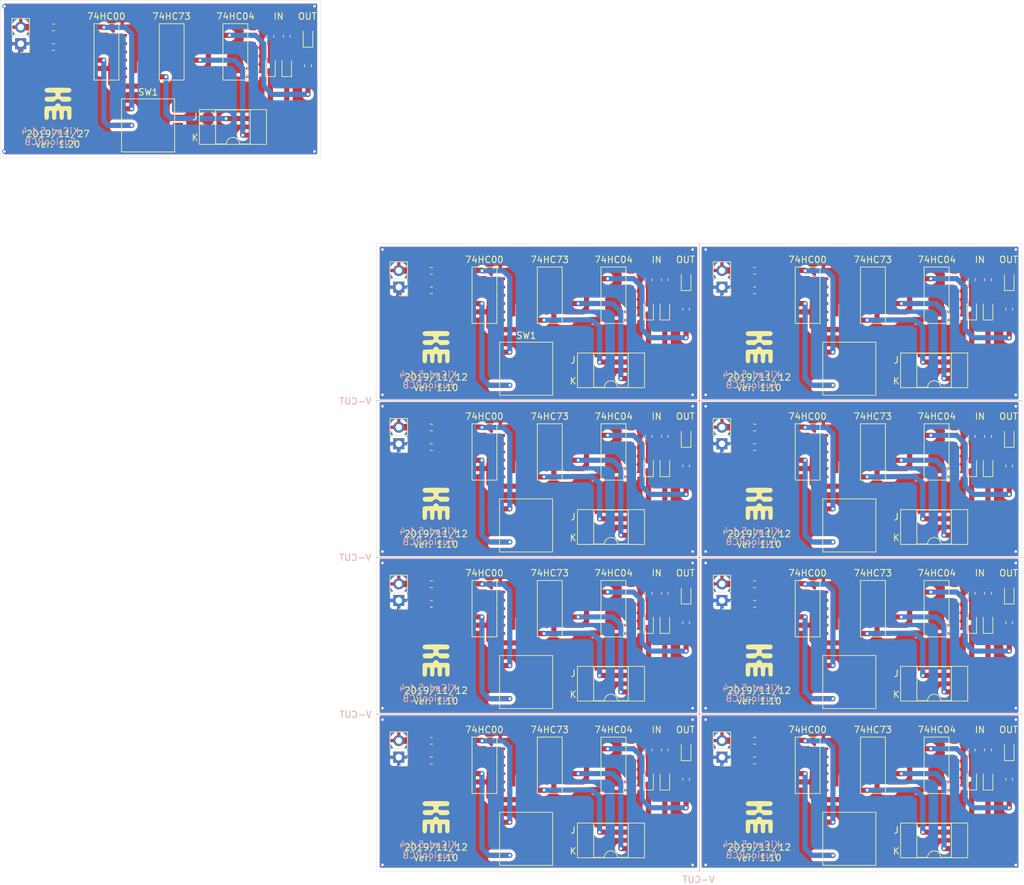
<source format=kicad_pcb>
(kicad_pcb (version 20171130) (host pcbnew 5.1.4)
  (layers (0 F.Cu signal) (31 B.Cu signal) (34 B.Paste user) (35 F.Paste user) (36 B.SilkS user) (37 F.SilkS user) (38 B.Mask user) (39 F.Mask user) (44 Edge.Cuts user))
  (net 0 "")
  (net 1 /INPUT_J)
  (net 2 "Net-(D1-Pad2)")
  (net 3 /INPUT_K)
  (net 4 "Net-(D2-Pad2)")
  (net 5 "Net-(D3-Pad1)")
  (net 6 "Net-(R1-Pad2)")
  (net 7 "Net-(R2-Pad2)")
  (net 8 "Net-(R5-Pad2)")
  (net 9 /OUTPUT_Q)
  (net 10 /CLK)
  (net 11 "Net-(U3-Pad3)")
  (net 12 /Vcc)
  (net 13 /GND)
  (net 14 "Net-(U1-Pad8)")
  (module myFootprints:TL2285 (layer F.Cu) (at 124 147.5)
    (fp_text reference SW1 hide)
    (fp_text value SW_Push_SPDT-ALT)
    (pad 6 smd rect (at 4.572 2.54 90) (size 0.8 1.524) (layers F.Cu F.Paste F.Mask))
    (pad 5 smd rect (at 4.572 0 90) (size 0.8 1.524) (layers F.Cu F.Paste F.Mask))
    (pad 4 smd rect (at 4.572 -2.54 90) (size 0.8 1.524) (layers F.Cu F.Paste F.Mask))
    (pad 3 smd rect (at -4.572 2.54 90) (size 0.8 1.524) (layers F.Cu F.Paste F.Mask) (net 13 /GND))
    (pad 2 smd rect (at -4.572 0 90) (size 0.8 1.524) (layers F.Cu F.Paste F.Mask) (net 7 "Net-(R2-Pad2)"))
    (pad 1 smd rect (at -4.572 -2.54 90) (size 0.8 1.524) (layers F.Cu F.Paste F.Mask) (net 6 "Net-(R1-Pad2)"))
  )
  (module Resistor_SMD:R_0603_1608Metric_Pad1.05x0.95mm_HandSolder (layer F.Cu) (at 194.75 109.875 270)
    (fp_text reference R4 hide)
    (fp_text value 470)
    (pad 2 smd roundrect (at 0.875 0 270) (size 1.05 0.95) (layers F.Cu F.Paste F.Mask) (net 4 "Net-(D2-Pad2)"))
    (pad 1 smd roundrect (at -0.875 0 270) (size 1.05 0.95) (layers F.Cu F.Paste F.Mask) (net 12 /Vcc))
  )
  (module Resistor_SMD:R_0603_1608Metric_Pad1.05x0.95mm_HandSolder (layer F.Cu) (at 109.5 111.5)
    (fp_text reference R2 hide)
    (fp_text value 470)
    (pad 1 smd roundrect (at -0.875 0) (size 1.05 0.95) (layers F.Cu F.Paste F.Mask) (net 12 /Vcc))
    (pad 2 smd roundrect (at 0.875 0) (size 1.05 0.95) (layers F.Cu F.Paste F.Mask) (net 7 "Net-(R2-Pad2)"))
  )
  (module Package_DIP:DIP-4_W7.62mm_SMDSocket_SmallPads (layer F.Cu) (at 137 147.75 180)
    (fp_text reference SW2 hide)
    (fp_text value SW_DIP_x02)
    (pad 4 smd rect (at 3.81 -1.27 180) (size 1.6 1.6) (layers F.Cu F.Paste F.Mask) (net 13 /GND))
    (pad 2 smd rect (at -3.81 1.27 180) (size 1.6 1.6) (layers F.Cu F.Paste F.Mask) (net 1 /INPUT_J))
    (pad 3 smd rect (at 3.81 1.27 180) (size 1.6 1.6) (layers F.Cu F.Paste F.Mask) (net 13 /GND))
    (pad 1 smd rect (at -3.81 -1.27 180) (size 1.6 1.6) (layers F.Cu F.Paste F.Mask) (net 3 /INPUT_K))
  )
  (module Resistor_SMD:R_0603_1608Metric_Pad1.05x0.95mm_HandSolder (layer F.Cu) (at 109.5 63.5)
    (fp_text reference R2 hide)
    (fp_text value 470)
    (pad 2 smd roundrect (at 0.875 0) (size 1.05 0.95) (layers F.Cu F.Paste F.Mask) (net 7 "Net-(R2-Pad2)"))
    (pad 1 smd roundrect (at -0.875 0) (size 1.05 0.95) (layers F.Cu F.Paste F.Mask) (net 12 /Vcc))
  )
  (module LED_SMD:LED_0603_1608Metric_Pad1.05x0.95mm_HandSolder (layer F.Cu) (at 148.5 61.875 90)
    (fp_text reference D3 hide)
    (fp_text value LED)
    (pad 2 smd roundrect (at 0.875 0 90) (size 1.05 0.95) (layers F.Cu F.Paste F.Mask) (net 12 /Vcc))
    (pad 1 smd roundrect (at -0.875 0 90) (size 1.05 0.95) (layers F.Cu F.Paste F.Mask) (net 5 "Net-(D3-Pad1)"))
  )
  (module LED_SMD:LED_0603_1608Metric_Pad1.05x0.95mm_HandSolder (layer F.Cu) (at 142.75 66.375 90)
    (fp_text reference D1 hide)
    (fp_text value LED)
    (pad 1 smd roundrect (at -0.875 0 90) (size 1.05 0.95) (layers F.Cu F.Paste F.Mask) (net 1 /INPUT_J))
    (pad 2 smd roundrect (at 0.875 0 90) (size 1.05 0.95) (layers F.Cu F.Paste F.Mask) (net 2 "Net-(D1-Pad2)"))
  )
  (module Resistor_SMD:R_0603_1608Metric_Pad1.05x0.95mm_HandSolder (layer F.Cu) (at 148.5 138.375 270)
    (fp_text reference R5 hide)
    (fp_text value 470)
    (pad 1 smd roundrect (at -0.875 0 270) (size 1.05 0.95) (layers F.Cu F.Paste F.Mask) (net 5 "Net-(D3-Pad1)"))
    (pad 2 smd roundrect (at 0.875 0 270) (size 1.05 0.95) (layers F.Cu F.Paste F.Mask) (net 8 "Net-(R5-Pad2)"))
  )
  (module Downloads:cit_logo (layer F.Cu) (at 110.2 144.2)
    (fp_text reference G*** hide)
    (fp_text value LOGO hide)
  )
  (module Resistor_SMD:R_0603_1608Metric_Pad1.05x0.95mm_HandSolder (layer F.Cu) (at 159 135.5)
    (fp_text reference R2 hide)
    (fp_text value 470)
    (pad 1 smd roundrect (at -0.875 0) (size 1.05 0.95) (layers F.Cu F.Paste F.Mask) (net 12 /Vcc))
    (pad 2 smd roundrect (at 0.875 0) (size 1.05 0.95) (layers F.Cu F.Paste F.Mask) (net 7 "Net-(R2-Pad2)"))
  )
  (module Resistor_SMD:R_0603_1608Metric_Pad1.05x0.95mm_HandSolder (layer F.Cu) (at 109.5 60.5)
    (fp_text reference R1 hide)
    (fp_text value 470)
    (pad 1 smd roundrect (at -0.875 0) (size 1.05 0.95) (layers F.Cu F.Paste F.Mask) (net 12 /Vcc))
    (pad 2 smd roundrect (at 0.875 0) (size 1.05 0.95) (layers F.Cu F.Paste F.Mask) (net 6 "Net-(R1-Pad2)"))
  )
  (module Resistor_SMD:R_0603_1608Metric_Pad1.05x0.95mm_HandSolder (layer F.Cu) (at 109.5 135.5)
    (fp_text reference R2 hide)
    (fp_text value 470)
    (pad 1 smd roundrect (at -0.875 0) (size 1.05 0.95) (layers F.Cu F.Paste F.Mask) (net 12 /Vcc))
    (pad 2 smd roundrect (at 0.875 0) (size 1.05 0.95) (layers F.Cu F.Paste F.Mask) (net 7 "Net-(R2-Pad2)"))
  )
  (module Resistor_SMD:R_0603_1608Metric_Pad1.05x0.95mm_HandSolder (layer F.Cu) (at 142.75 85.875 270)
    (fp_text reference R3 hide)
    (fp_text value 470)
    (pad 2 smd roundrect (at 0.875 0 270) (size 1.05 0.95) (layers F.Cu F.Paste F.Mask) (net 2 "Net-(D1-Pad2)"))
    (pad 1 smd roundrect (at -0.875 0 270) (size 1.05 0.95) (layers F.Cu F.Paste F.Mask) (net 12 /Vcc))
  )
  (module LED_SMD:LED_0603_1608Metric_Pad1.05x0.95mm_HandSolder (layer F.Cu) (at 145.25 66.375 90)
    (fp_text reference D2 hide)
    (fp_text value LED)
    (pad 1 smd roundrect (at -0.875 0 90) (size 1.05 0.95) (layers F.Cu F.Paste F.Mask) (net 3 /INPUT_K))
    (pad 2 smd roundrect (at 0.875 0 90) (size 1.05 0.95) (layers F.Cu F.Paste F.Mask) (net 4 "Net-(D2-Pad2)"))
  )
  (module Connector_PinHeader_2.54mm:PinHeader_1x02_P2.54mm_Vertical (layer F.Cu) (at 104.5 111 180)
    (fp_text reference J1 hide)
    (fp_text value Conn_01x02)
    (pad 2 thru_hole oval (at 0 2.54 180) (size 1.7 1.7) (drill 1) (layers *.Cu *.Mask) (net 12 /Vcc))
    (pad 1 thru_hole rect (at 0 0 180) (size 1.7 1.7) (drill 1) (layers *.Cu *.Mask) (net 13 /GND))
  )
  (module Resistor_SMD:R_0603_1608Metric_Pad1.05x0.95mm_HandSolder (layer F.Cu) (at 148.5 66.375 270)
    (fp_text reference R5 hide)
    (fp_text value 470)
    (pad 2 smd roundrect (at 0.875 0 270) (size 1.05 0.95) (layers F.Cu F.Paste F.Mask) (net 8 "Net-(R5-Pad2)"))
    (pad 1 smd roundrect (at -0.875 0 270) (size 1.05 0.95) (layers F.Cu F.Paste F.Mask) (net 5 "Net-(D3-Pad1)"))
  )
  (module myFootprints:TL2285 (layer F.Cu) (at 173.5 75.5)
    (fp_text reference SW1 hide)
    (fp_text value SW_Push_SPDT-ALT)
    (pad 6 smd rect (at 4.572 2.54 90) (size 0.8 1.524) (layers F.Cu F.Paste F.Mask))
    (pad 5 smd rect (at 4.572 0 90) (size 0.8 1.524) (layers F.Cu F.Paste F.Mask))
    (pad 4 smd rect (at 4.572 -2.54 90) (size 0.8 1.524) (layers F.Cu F.Paste F.Mask))
    (pad 3 smd rect (at -4.572 2.54 90) (size 0.8 1.524) (layers F.Cu F.Paste F.Mask) (net 13 /GND))
    (pad 2 smd rect (at -4.572 0 90) (size 0.8 1.524) (layers F.Cu F.Paste F.Mask) (net 7 "Net-(R2-Pad2)"))
    (pad 1 smd rect (at -4.572 -2.54 90) (size 0.8 1.524) (layers F.Cu F.Paste F.Mask) (net 6 "Net-(R1-Pad2)"))
  )
  (module myFootprints:74HC04D_14-SOIC (layer F.Cu) (at 187 64.25 270)
    (fp_text reference U2 hide)
    (fp_text value 74HC04)
    (pad 10 smd rect (at 1.27 -2.286 270) (size 0.42 1.5) (layers F.Cu F.Paste F.Mask))
    (pad 14 smd rect (at -3.81 -2.286 270) (size 0.42 1.5) (layers F.Cu F.Paste F.Mask) (net 12 /Vcc))
    (pad 13 smd rect (at -2.54 -2.286 270) (size 0.42 1.5) (layers F.Cu F.Paste F.Mask))
    (pad 8 smd rect (at 3.81 -2.286 270) (size 0.42 1.5) (layers F.Cu F.Paste F.Mask))
    (pad 12 smd rect (at -1.27 -2.286 270) (size 0.42 1.5) (layers F.Cu F.Paste F.Mask))
    (pad 9 smd rect (at 2.54 -2.286 270) (size 0.42 1.5) (layers F.Cu F.Paste F.Mask))
    (pad 11 smd rect (at 0 -2.286 270) (size 0.42 1.5) (layers F.Cu F.Paste F.Mask))
    (pad 7 smd rect (at 3.81 2.54 270) (size 0.42 1.5) (layers F.Cu F.Paste F.Mask) (net 13 /GND))
    (pad 5 smd rect (at 1.27 2.54 270) (size 0.42 1.5) (layers F.Cu F.Paste F.Mask))
    (pad 6 smd rect (at 2.54 2.54 270) (size 0.42 1.5) (layers F.Cu F.Paste F.Mask))
    (pad 3 smd rect (at -1.27 2.54 270) (size 0.42 1.5) (layers F.Cu F.Paste F.Mask))
    (pad 4 smd rect (at 0 2.54 270) (size 0.42 1.5) (layers F.Cu F.Paste F.Mask))
    (pad 2 smd rect (at -2.54 2.54 270) (size 0.42 1.5) (layers F.Cu F.Paste F.Mask) (net 8 "Net-(R5-Pad2)"))
    (pad 1 smd rect (at -3.81 2.54 270) (size 0.42 1.5) (layers F.Cu F.Paste F.Mask) (net 9 /OUTPUT_Q))
  )
  (module LED_SMD:LED_0603_1608Metric_Pad1.05x0.95mm_HandSolder (layer F.Cu) (at 145.25 138.375 90)
    (fp_text reference D2 hide)
    (fp_text value LED)
    (pad 2 smd roundrect (at 0.875 0 90) (size 1.05 0.95) (layers F.Cu F.Paste F.Mask) (net 4 "Net-(D2-Pad2)"))
    (pad 1 smd roundrect (at -0.875 0 90) (size 1.05 0.95) (layers F.Cu F.Paste F.Mask) (net 3 /INPUT_K))
  )
  (module LED_SMD:LED_0603_1608Metric_Pad1.05x0.95mm_HandSolder (layer F.Cu) (at 142.75 138.375 90)
    (fp_text reference D1 hide)
    (fp_text value LED)
    (pad 2 smd roundrect (at 0.875 0 90) (size 1.05 0.95) (layers F.Cu F.Paste F.Mask) (net 2 "Net-(D1-Pad2)"))
    (pad 1 smd roundrect (at -0.875 0 90) (size 1.05 0.95) (layers F.Cu F.Paste F.Mask) (net 1 /INPUT_J))
  )
  (module Resistor_SMD:R_0603_1608Metric_Pad1.05x0.95mm_HandSolder (layer F.Cu) (at 159 132.5)
    (fp_text reference R1 hide)
    (fp_text value 470)
    (pad 2 smd roundrect (at 0.875 0) (size 1.05 0.95) (layers F.Cu F.Paste F.Mask) (net 6 "Net-(R1-Pad2)"))
    (pad 1 smd roundrect (at -0.875 0) (size 1.05 0.95) (layers F.Cu F.Paste F.Mask) (net 12 /Vcc))
  )
  (module Downloads:cit_logo (layer F.Cu) (at 159.7 144.2)
    (fp_text reference G*** hide)
    (fp_text value LOGO hide)
  )
  (module Package_DIP:DIP-4_W7.62mm_SMDSocket_SmallPads (layer F.Cu) (at 186.5 123.75 180)
    (fp_text reference SW2 hide)
    (fp_text value SW_DIP_x02)
    (pad 4 smd rect (at 3.81 -1.27 180) (size 1.6 1.6) (layers F.Cu F.Paste F.Mask) (net 13 /GND))
    (pad 2 smd rect (at -3.81 1.27 180) (size 1.6 1.6) (layers F.Cu F.Paste F.Mask) (net 1 /INPUT_J))
    (pad 3 smd rect (at 3.81 1.27 180) (size 1.6 1.6) (layers F.Cu F.Paste F.Mask) (net 13 /GND))
    (pad 1 smd rect (at -3.81 -1.27 180) (size 1.6 1.6) (layers F.Cu F.Paste F.Mask) (net 3 /INPUT_K))
  )
  (module Connector_PinHeader_2.54mm:PinHeader_1x02_P2.54mm_Vertical (layer F.Cu) (at 104.5 87 180)
    (fp_text reference J1 hide)
    (fp_text value Conn_01x02)
    (pad 2 thru_hole oval (at 0 2.54 180) (size 1.7 1.7) (drill 1) (layers *.Cu *.Mask) (net 12 /Vcc))
    (pad 1 thru_hole rect (at 0 0 180) (size 1.7 1.7) (drill 1) (layers *.Cu *.Mask) (net 13 /GND))
  )
  (module Downloads:cit_logo (layer F.Cu) (at 159.7 72.2)
    (fp_text reference G*** hide)
    (fp_text value LOGO hide)
  )
  (module myFootprints:74HC04D_14-SOIC (layer F.Cu) (at 137.5 64.25 270)
    (fp_text reference U2 hide)
    (fp_text value 74HC04)
    (pad 1 smd rect (at -3.81 2.54 270) (size 0.42 1.5) (layers F.Cu F.Paste F.Mask) (net 9 /OUTPUT_Q))
    (pad 2 smd rect (at -2.54 2.54 270) (size 0.42 1.5) (layers F.Cu F.Paste F.Mask) (net 8 "Net-(R5-Pad2)"))
    (pad 4 smd rect (at 0 2.54 270) (size 0.42 1.5) (layers F.Cu F.Paste F.Mask))
    (pad 3 smd rect (at -1.27 2.54 270) (size 0.42 1.5) (layers F.Cu F.Paste F.Mask))
    (pad 6 smd rect (at 2.54 2.54 270) (size 0.42 1.5) (layers F.Cu F.Paste F.Mask))
    (pad 5 smd rect (at 1.27 2.54 270) (size 0.42 1.5) (layers F.Cu F.Paste F.Mask))
    (pad 7 smd rect (at 3.81 2.54 270) (size 0.42 1.5) (layers F.Cu F.Paste F.Mask) (net 13 /GND))
    (pad 11 smd rect (at 0 -2.286 270) (size 0.42 1.5) (layers F.Cu F.Paste F.Mask))
    (pad 9 smd rect (at 2.54 -2.286 270) (size 0.42 1.5) (layers F.Cu F.Paste F.Mask))
    (pad 12 smd rect (at -1.27 -2.286 270) (size 0.42 1.5) (layers F.Cu F.Paste F.Mask))
    (pad 8 smd rect (at 3.81 -2.286 270) (size 0.42 1.5) (layers F.Cu F.Paste F.Mask))
    (pad 13 smd rect (at -2.54 -2.286 270) (size 0.42 1.5) (layers F.Cu F.Paste F.Mask))
    (pad 14 smd rect (at -3.81 -2.286 270) (size 0.42 1.5) (layers F.Cu F.Paste F.Mask) (net 12 /Vcc))
    (pad 10 smd rect (at 1.27 -2.286 270) (size 0.42 1.5) (layers F.Cu F.Paste F.Mask))
  )
  (module Resistor_SMD:R_0603_1608Metric_Pad1.05x0.95mm_HandSolder (layer F.Cu) (at 142.75 61.875 270)
    (fp_text reference R3 hide)
    (fp_text value 470)
    (pad 1 smd roundrect (at -0.875 0 270) (size 1.05 0.95) (layers F.Cu F.Paste F.Mask) (net 12 /Vcc))
    (pad 2 smd roundrect (at 0.875 0 270) (size 1.05 0.95) (layers F.Cu F.Paste F.Mask) (net 2 "Net-(D1-Pad2)"))
  )
  (module Resistor_SMD:R_0603_1608Metric_Pad1.05x0.95mm_HandSolder (layer F.Cu) (at 198 114.375 270)
    (fp_text reference R5 hide)
    (fp_text value 470)
    (pad 1 smd roundrect (at -0.875 0 270) (size 1.05 0.95) (layers F.Cu F.Paste F.Mask) (net 5 "Net-(D3-Pad1)"))
    (pad 2 smd roundrect (at 0.875 0 270) (size 1.05 0.95) (layers F.Cu F.Paste F.Mask) (net 8 "Net-(R5-Pad2)"))
  )
  (module LED_SMD:LED_0603_1608Metric_Pad1.05x0.95mm_HandSolder (layer F.Cu) (at 194.75 66.375 90)
    (fp_text reference D2 hide)
    (fp_text value LED)
    (pad 2 smd roundrect (at 0.875 0 90) (size 1.05 0.95) (layers F.Cu F.Paste F.Mask) (net 4 "Net-(D2-Pad2)"))
    (pad 1 smd roundrect (at -0.875 0 90) (size 1.05 0.95) (layers F.Cu F.Paste F.Mask) (net 3 /INPUT_K))
  )
  (module Downloads:cit_logo (layer F.Cu) (at 110.2 120.2)
    (fp_text reference G*** hide)
    (fp_text value LOGO hide)
  )
  (module myFootprints:TL2285 (layer F.Cu) (at 124 99.5)
    (fp_text reference SW1 hide)
    (fp_text value SW_Push_SPDT-ALT)
    (pad 6 smd rect (at 4.572 2.54 90) (size 0.8 1.524) (layers F.Cu F.Paste F.Mask))
    (pad 5 smd rect (at 4.572 0 90) (size 0.8 1.524) (layers F.Cu F.Paste F.Mask))
    (pad 4 smd rect (at 4.572 -2.54 90) (size 0.8 1.524) (layers F.Cu F.Paste F.Mask))
    (pad 3 smd rect (at -4.572 2.54 90) (size 0.8 1.524) (layers F.Cu F.Paste F.Mask) (net 13 /GND))
    (pad 2 smd rect (at -4.572 0 90) (size 0.8 1.524) (layers F.Cu F.Paste F.Mask) (net 7 "Net-(R2-Pad2)"))
    (pad 1 smd rect (at -4.572 -2.54 90) (size 0.8 1.524) (layers F.Cu F.Paste F.Mask) (net 6 "Net-(R1-Pad2)"))
  )
  (module Resistor_SMD:R_0603_1608Metric_Pad1.05x0.95mm_HandSolder (layer F.Cu) (at 148.5 90.375 270)
    (fp_text reference R5 hide)
    (fp_text value 470)
    (pad 1 smd roundrect (at -0.875 0 270) (size 1.05 0.95) (layers F.Cu F.Paste F.Mask) (net 5 "Net-(D3-Pad1)"))
    (pad 2 smd roundrect (at 0.875 0 270) (size 1.05 0.95) (layers F.Cu F.Paste F.Mask) (net 8 "Net-(R5-Pad2)"))
  )
  (module myFootprints:TL2285 (layer F.Cu) (at 173.5 123.5)
    (fp_text reference SW1 hide)
    (fp_text value SW_Push_SPDT-ALT)
    (pad 6 smd rect (at 4.572 2.54 90) (size 0.8 1.524) (layers F.Cu F.Paste F.Mask))
    (pad 5 smd rect (at 4.572 0 90) (size 0.8 1.524) (layers F.Cu F.Paste F.Mask))
    (pad 4 smd rect (at 4.572 -2.54 90) (size 0.8 1.524) (layers F.Cu F.Paste F.Mask))
    (pad 3 smd rect (at -4.572 2.54 90) (size 0.8 1.524) (layers F.Cu F.Paste F.Mask) (net 13 /GND))
    (pad 2 smd rect (at -4.572 0 90) (size 0.8 1.524) (layers F.Cu F.Paste F.Mask) (net 7 "Net-(R2-Pad2)"))
    (pad 1 smd rect (at -4.572 -2.54 90) (size 0.8 1.524) (layers F.Cu F.Paste F.Mask) (net 6 "Net-(R1-Pad2)"))
  )
  (module Resistor_SMD:R_0603_1608Metric_Pad1.05x0.95mm_HandSolder (layer F.Cu) (at 145.25 61.875 270)
    (fp_text reference R4 hide)
    (fp_text value 470)
    (pad 1 smd roundrect (at -0.875 0 270) (size 1.05 0.95) (layers F.Cu F.Paste F.Mask) (net 12 /Vcc))
    (pad 2 smd roundrect (at 0.875 0 270) (size 1.05 0.95) (layers F.Cu F.Paste F.Mask) (net 4 "Net-(D2-Pad2)"))
  )
  (module LED_SMD:LED_0603_1608Metric_Pad1.05x0.95mm_HandSolder (layer F.Cu) (at 194.75 114.375 90)
    (fp_text reference D2 hide)
    (fp_text value LED)
    (pad 2 smd roundrect (at 0.875 0 90) (size 1.05 0.95) (layers F.Cu F.Paste F.Mask) (net 4 "Net-(D2-Pad2)"))
    (pad 1 smd roundrect (at -0.875 0 90) (size 1.05 0.95) (layers F.Cu F.Paste F.Mask) (net 3 /INPUT_K))
  )
  (module LED_SMD:LED_0603_1608Metric_Pad1.05x0.95mm_HandSolder (layer F.Cu) (at 194.75 90.375 90)
    (fp_text reference D2 hide)
    (fp_text value LED)
    (pad 2 smd roundrect (at 0.875 0 90) (size 1.05 0.95) (layers F.Cu F.Paste F.Mask) (net 4 "Net-(D2-Pad2)"))
    (pad 1 smd roundrect (at -0.875 0 90) (size 1.05 0.95) (layers F.Cu F.Paste F.Mask) (net 3 /INPUT_K))
  )
  (module LED_SMD:LED_0603_1608Metric_Pad1.05x0.95mm_HandSolder (layer F.Cu) (at 198 85.875 90)
    (fp_text reference D3 hide)
    (fp_text value LED)
    (pad 1 smd roundrect (at -0.875 0 90) (size 1.05 0.95) (layers F.Cu F.Paste F.Mask) (net 5 "Net-(D3-Pad1)"))
    (pad 2 smd roundrect (at 0.875 0 90) (size 1.05 0.95) (layers F.Cu F.Paste F.Mask) (net 12 /Vcc))
  )
  (module Connector_PinHeader_2.54mm:PinHeader_1x02_P2.54mm_Vertical (layer F.Cu) (at 154 63 180)
    (fp_text reference J1 hide)
    (fp_text value Conn_01x02)
    (pad 2 thru_hole oval (at 0 2.54 180) (size 1.7 1.7) (drill 1) (layers *.Cu *.Mask) (net 12 /Vcc))
    (pad 1 thru_hole rect (at 0 0 180) (size 1.7 1.7) (drill 1) (layers *.Cu *.Mask) (net 13 /GND))
  )
  (module LED_SMD:LED_0603_1608Metric_Pad1.05x0.95mm_HandSolder (layer F.Cu) (at 148.5 85.875 90)
    (fp_text reference D3 hide)
    (fp_text value LED)
    (pad 1 smd roundrect (at -0.875 0 90) (size 1.05 0.95) (layers F.Cu F.Paste F.Mask) (net 5 "Net-(D3-Pad1)"))
    (pad 2 smd roundrect (at 0.875 0 90) (size 1.05 0.95) (layers F.Cu F.Paste F.Mask) (net 12 /Vcc))
  )
  (module Resistor_SMD:R_0603_1608Metric_Pad1.05x0.95mm_HandSolder (layer F.Cu) (at 145.25 133.875 270)
    (fp_text reference R4 hide)
    (fp_text value 470)
    (pad 2 smd roundrect (at 0.875 0 270) (size 1.05 0.95) (layers F.Cu F.Paste F.Mask) (net 4 "Net-(D2-Pad2)"))
    (pad 1 smd roundrect (at -0.875 0 270) (size 1.05 0.95) (layers F.Cu F.Paste F.Mask) (net 12 /Vcc))
  )
  (module Resistor_SMD:R_0603_1608Metric_Pad1.05x0.95mm_HandSolder (layer F.Cu) (at 159 87.5)
    (fp_text reference R2 hide)
    (fp_text value 470)
    (pad 1 smd roundrect (at -0.875 0) (size 1.05 0.95) (layers F.Cu F.Paste F.Mask) (net 12 /Vcc))
    (pad 2 smd roundrect (at 0.875 0) (size 1.05 0.95) (layers F.Cu F.Paste F.Mask) (net 7 "Net-(R2-Pad2)"))
  )
  (module myFootprints:TL2285 (layer F.Cu) (at 124 123.5)
    (fp_text reference SW1 hide)
    (fp_text value SW_Push_SPDT-ALT)
    (pad 6 smd rect (at 4.572 2.54 90) (size 0.8 1.524) (layers F.Cu F.Paste F.Mask))
    (pad 5 smd rect (at 4.572 0 90) (size 0.8 1.524) (layers F.Cu F.Paste F.Mask))
    (pad 4 smd rect (at 4.572 -2.54 90) (size 0.8 1.524) (layers F.Cu F.Paste F.Mask))
    (pad 3 smd rect (at -4.572 2.54 90) (size 0.8 1.524) (layers F.Cu F.Paste F.Mask) (net 13 /GND))
    (pad 2 smd rect (at -4.572 0 90) (size 0.8 1.524) (layers F.Cu F.Paste F.Mask) (net 7 "Net-(R2-Pad2)"))
    (pad 1 smd rect (at -4.572 -2.54 90) (size 0.8 1.524) (layers F.Cu F.Paste F.Mask) (net 6 "Net-(R1-Pad2)"))
  )
  (module myFootprints:74HC04D_14-SOIC (layer F.Cu) (at 187 112.25 270)
    (fp_text reference U2 hide)
    (fp_text value 74HC04)
    (pad 10 smd rect (at 1.27 -2.286 270) (size 0.42 1.5) (layers F.Cu F.Paste F.Mask))
    (pad 14 smd rect (at -3.81 -2.286 270) (size 0.42 1.5) (layers F.Cu F.Paste F.Mask) (net 12 /Vcc))
    (pad 13 smd rect (at -2.54 -2.286 270) (size 0.42 1.5) (layers F.Cu F.Paste F.Mask))
    (pad 8 smd rect (at 3.81 -2.286 270) (size 0.42 1.5) (layers F.Cu F.Paste F.Mask))
    (pad 12 smd rect (at -1.27 -2.286 270) (size 0.42 1.5) (layers F.Cu F.Paste F.Mask))
    (pad 9 smd rect (at 2.54 -2.286 270) (size 0.42 1.5) (layers F.Cu F.Paste F.Mask))
    (pad 11 smd rect (at 0 -2.286 270) (size 0.42 1.5) (layers F.Cu F.Paste F.Mask))
    (pad 7 smd rect (at 3.81 2.54 270) (size 0.42 1.5) (layers F.Cu F.Paste F.Mask) (net 13 /GND))
    (pad 5 smd rect (at 1.27 2.54 270) (size 0.42 1.5) (layers F.Cu F.Paste F.Mask))
    (pad 6 smd rect (at 2.54 2.54 270) (size 0.42 1.5) (layers F.Cu F.Paste F.Mask))
    (pad 3 smd rect (at -1.27 2.54 270) (size 0.42 1.5) (layers F.Cu F.Paste F.Mask))
    (pad 4 smd rect (at 0 2.54 270) (size 0.42 1.5) (layers F.Cu F.Paste F.Mask))
    (pad 2 smd rect (at -2.54 2.54 270) (size 0.42 1.5) (layers F.Cu F.Paste F.Mask) (net 8 "Net-(R5-Pad2)"))
    (pad 1 smd rect (at -3.81 2.54 270) (size 0.42 1.5) (layers F.Cu F.Paste F.Mask) (net 9 /OUTPUT_Q))
  )
  (module myFootprints:74HC04D_14-SOIC (layer F.Cu) (at 137.5 136.25 270)
    (fp_text reference U2 hide)
    (fp_text value 74HC04)
    (pad 10 smd rect (at 1.27 -2.286 270) (size 0.42 1.5) (layers F.Cu F.Paste F.Mask))
    (pad 14 smd rect (at -3.81 -2.286 270) (size 0.42 1.5) (layers F.Cu F.Paste F.Mask) (net 12 /Vcc))
    (pad 13 smd rect (at -2.54 -2.286 270) (size 0.42 1.5) (layers F.Cu F.Paste F.Mask))
    (pad 8 smd rect (at 3.81 -2.286 270) (size 0.42 1.5) (layers F.Cu F.Paste F.Mask))
    (pad 12 smd rect (at -1.27 -2.286 270) (size 0.42 1.5) (layers F.Cu F.Paste F.Mask))
    (pad 9 smd rect (at 2.54 -2.286 270) (size 0.42 1.5) (layers F.Cu F.Paste F.Mask))
    (pad 11 smd rect (at 0 -2.286 270) (size 0.42 1.5) (layers F.Cu F.Paste F.Mask))
    (pad 7 smd rect (at 3.81 2.54 270) (size 0.42 1.5) (layers F.Cu F.Paste F.Mask) (net 13 /GND))
    (pad 5 smd rect (at 1.27 2.54 270) (size 0.42 1.5) (layers F.Cu F.Paste F.Mask))
    (pad 6 smd rect (at 2.54 2.54 270) (size 0.42 1.5) (layers F.Cu F.Paste F.Mask))
    (pad 3 smd rect (at -1.27 2.54 270) (size 0.42 1.5) (layers F.Cu F.Paste F.Mask))
    (pad 4 smd rect (at 0 2.54 270) (size 0.42 1.5) (layers F.Cu F.Paste F.Mask))
    (pad 2 smd rect (at -2.54 2.54 270) (size 0.42 1.5) (layers F.Cu F.Paste F.Mask) (net 8 "Net-(R5-Pad2)"))
    (pad 1 smd rect (at -3.81 2.54 270) (size 0.42 1.5) (layers F.Cu F.Paste F.Mask) (net 9 /OUTPUT_Q))
  )
  (module LED_SMD:LED_0603_1608Metric_Pad1.05x0.95mm_HandSolder (layer F.Cu) (at 192.25 138.375 90)
    (fp_text reference D1 hide)
    (fp_text value LED)
    (pad 2 smd roundrect (at 0.875 0 90) (size 1.05 0.95) (layers F.Cu F.Paste F.Mask) (net 2 "Net-(D1-Pad2)"))
    (pad 1 smd roundrect (at -0.875 0 90) (size 1.05 0.95) (layers F.Cu F.Paste F.Mask) (net 1 /INPUT_J))
  )
  (module Resistor_SMD:R_0603_1608Metric_Pad1.05x0.95mm_HandSolder (layer F.Cu) (at 198 90.375 270)
    (fp_text reference R5 hide)
    (fp_text value 470)
    (pad 1 smd roundrect (at -0.875 0 270) (size 1.05 0.95) (layers F.Cu F.Paste F.Mask) (net 5 "Net-(D3-Pad1)"))
    (pad 2 smd roundrect (at 0.875 0 270) (size 1.05 0.95) (layers F.Cu F.Paste F.Mask) (net 8 "Net-(R5-Pad2)"))
  )
  (module myFootprints:74HC04D_14-SOIC (layer F.Cu) (at 187 136.25 270)
    (fp_text reference U2 hide)
    (fp_text value 74HC04)
    (pad 10 smd rect (at 1.27 -2.286 270) (size 0.42 1.5) (layers F.Cu F.Paste F.Mask))
    (pad 14 smd rect (at -3.81 -2.286 270) (size 0.42 1.5) (layers F.Cu F.Paste F.Mask) (net 12 /Vcc))
    (pad 13 smd rect (at -2.54 -2.286 270) (size 0.42 1.5) (layers F.Cu F.Paste F.Mask))
    (pad 8 smd rect (at 3.81 -2.286 270) (size 0.42 1.5) (layers F.Cu F.Paste F.Mask))
    (pad 12 smd rect (at -1.27 -2.286 270) (size 0.42 1.5) (layers F.Cu F.Paste F.Mask))
    (pad 9 smd rect (at 2.54 -2.286 270) (size 0.42 1.5) (layers F.Cu F.Paste F.Mask))
    (pad 11 smd rect (at 0 -2.286 270) (size 0.42 1.5) (layers F.Cu F.Paste F.Mask))
    (pad 7 smd rect (at 3.81 2.54 270) (size 0.42 1.5) (layers F.Cu F.Paste F.Mask) (net 13 /GND))
    (pad 5 smd rect (at 1.27 2.54 270) (size 0.42 1.5) (layers F.Cu F.Paste F.Mask))
    (pad 6 smd rect (at 2.54 2.54 270) (size 0.42 1.5) (layers F.Cu F.Paste F.Mask))
    (pad 3 smd rect (at -1.27 2.54 270) (size 0.42 1.5) (layers F.Cu F.Paste F.Mask))
    (pad 4 smd rect (at 0 2.54 270) (size 0.42 1.5) (layers F.Cu F.Paste F.Mask))
    (pad 2 smd rect (at -2.54 2.54 270) (size 0.42 1.5) (layers F.Cu F.Paste F.Mask) (net 8 "Net-(R5-Pad2)"))
    (pad 1 smd rect (at -3.81 2.54 270) (size 0.42 1.5) (layers F.Cu F.Paste F.Mask) (net 9 /OUTPUT_Q))
  )
  (module Resistor_SMD:R_0603_1608Metric_Pad1.05x0.95mm_HandSolder (layer F.Cu) (at 194.75 61.875 270)
    (fp_text reference R4 hide)
    (fp_text value 470)
    (pad 2 smd roundrect (at 0.875 0 270) (size 1.05 0.95) (layers F.Cu F.Paste F.Mask) (net 4 "Net-(D2-Pad2)"))
    (pad 1 smd roundrect (at -0.875 0 270) (size 1.05 0.95) (layers F.Cu F.Paste F.Mask) (net 12 /Vcc))
  )
  (module Resistor_SMD:R_0603_1608Metric_Pad1.05x0.95mm_HandSolder (layer F.Cu) (at 145.25 109.875 270)
    (fp_text reference R4 hide)
    (fp_text value 470)
    (pad 2 smd roundrect (at 0.875 0 270) (size 1.05 0.95) (layers F.Cu F.Paste F.Mask) (net 4 "Net-(D2-Pad2)"))
    (pad 1 smd roundrect (at -0.875 0 270) (size 1.05 0.95) (layers F.Cu F.Paste F.Mask) (net 12 /Vcc))
  )
  (module Connector_PinHeader_2.54mm:PinHeader_1x02_P2.54mm_Vertical (layer F.Cu) (at 104.5 135 180)
    (fp_text reference J1 hide)
    (fp_text value Conn_01x02)
    (pad 2 thru_hole oval (at 0 2.54 180) (size 1.7 1.7) (drill 1) (layers *.Cu *.Mask) (net 12 /Vcc))
    (pad 1 thru_hole rect (at 0 0 180) (size 1.7 1.7) (drill 1) (layers *.Cu *.Mask) (net 13 /GND))
  )
  (module Connector_PinHeader_2.54mm:PinHeader_1x02_P2.54mm_Vertical (layer F.Cu) (at 154 111 180)
    (fp_text reference J1 hide)
    (fp_text value Conn_01x02)
    (pad 2 thru_hole oval (at 0 2.54 180) (size 1.7 1.7) (drill 1) (layers *.Cu *.Mask) (net 12 /Vcc))
    (pad 1 thru_hole rect (at 0 0 180) (size 1.7 1.7) (drill 1) (layers *.Cu *.Mask) (net 13 /GND))
  )
  (module Resistor_SMD:R_0603_1608Metric_Pad1.05x0.95mm_HandSolder (layer F.Cu) (at 198 66.375 270)
    (fp_text reference R5 hide)
    (fp_text value 470)
    (pad 1 smd roundrect (at -0.875 0 270) (size 1.05 0.95) (layers F.Cu F.Paste F.Mask) (net 5 "Net-(D3-Pad1)"))
    (pad 2 smd roundrect (at 0.875 0 270) (size 1.05 0.95) (layers F.Cu F.Paste F.Mask) (net 8 "Net-(R5-Pad2)"))
  )
  (module myFootprints:74HC73D_14-SOIC (layer F.Cu) (at 127.75 64.25 270)
    (fp_text reference U1 hide)
    (fp_text value 74HC73)
    (pad 14 smd rect (at -3.81 -2.286 270) (size 0.5 1.5) (layers F.Cu F.Paste F.Mask))
    (pad 13 smd rect (at -2.54 -2.286 270) (size 0.5 1.5) (layers F.Cu F.Paste F.Mask))
    (pad 12 smd rect (at -1.27 -2.286 270) (size 0.5 1.5) (layers F.Cu F.Paste F.Mask))
    (pad 11 smd rect (at 0 -2.286 270) (size 0.5 1.5) (layers F.Cu F.Paste F.Mask) (net 13 /GND))
    (pad 10 smd rect (at 1.27 -2.286 270) (size 0.5 1.5) (layers F.Cu F.Paste F.Mask) (net 3 /INPUT_K))
    (pad 9 smd rect (at 2.54 -2.286 270) (size 0.5 1.5) (layers F.Cu F.Paste F.Mask) (net 9 /OUTPUT_Q))
    (pad 8 smd rect (at 3.81 -2.286 270) (size 0.5 1.5) (layers F.Cu F.Paste F.Mask) (net 14 "Net-(U1-Pad8)"))
    (pad 4 smd rect (at 0 2.54 270) (size 0.5 1.5) (layers F.Cu F.Paste F.Mask) (net 12 /Vcc))
    (pad 7 smd rect (at 3.81 2.54 270) (size 0.5 1.5) (layers F.Cu F.Paste F.Mask) (net 1 /INPUT_J))
    (pad 2 smd rect (at -2.54 2.54 270) (size 0.5 1.5) (layers F.Cu F.Paste F.Mask))
    (pad 1 smd rect (at -3.81 2.54 270) (size 0.5 1.5) (layers F.Cu F.Paste F.Mask))
    (pad 6 smd rect (at 2.54 2.54 270) (size 0.5 1.5) (layers F.Cu F.Paste F.Mask) (net 12 /Vcc))
    (pad 3 smd rect (at -1.27 2.54 270) (size 0.5 1.5) (layers F.Cu F.Paste F.Mask))
    (pad 5 smd rect (at 1.27 2.54 270) (size 0.5 1.5) (layers F.Cu F.Paste F.Mask) (net 10 /CLK))
  )
  (module Resistor_SMD:R_0603_1608Metric_Pad1.05x0.95mm_HandSolder (layer F.Cu) (at 142.75 133.875 270)
    (fp_text reference R3 hide)
    (fp_text value 470)
    (pad 2 smd roundrect (at 0.875 0 270) (size 1.05 0.95) (layers F.Cu F.Paste F.Mask) (net 2 "Net-(D1-Pad2)"))
    (pad 1 smd roundrect (at -0.875 0 270) (size 1.05 0.95) (layers F.Cu F.Paste F.Mask) (net 12 /Vcc))
  )
  (module LED_SMD:LED_0603_1608Metric_Pad1.05x0.95mm_HandSolder (layer F.Cu) (at 142.75 90.375 90)
    (fp_text reference D1 hide)
    (fp_text value LED)
    (pad 2 smd roundrect (at 0.875 0 90) (size 1.05 0.95) (layers F.Cu F.Paste F.Mask) (net 2 "Net-(D1-Pad2)"))
    (pad 1 smd roundrect (at -0.875 0 90) (size 1.05 0.95) (layers F.Cu F.Paste F.Mask) (net 1 /INPUT_J))
  )
  (module Downloads:cit_logo (layer F.Cu) (at 110.2 72.2)
    (fp_text reference G*** hide)
    (fp_text value LOGO hide)
  )
  (module LED_SMD:LED_0603_1608Metric_Pad1.05x0.95mm_HandSolder (layer F.Cu) (at 145.25 90.375 90)
    (fp_text reference D2 hide)
    (fp_text value LED)
    (pad 2 smd roundrect (at 0.875 0 90) (size 1.05 0.95) (layers F.Cu F.Paste F.Mask) (net 4 "Net-(D2-Pad2)"))
    (pad 1 smd roundrect (at -0.875 0 90) (size 1.05 0.95) (layers F.Cu F.Paste F.Mask) (net 3 /INPUT_K))
  )
  (module LED_SMD:LED_0603_1608Metric_Pad1.05x0.95mm_HandSolder (layer F.Cu) (at 192.25 114.375 90)
    (fp_text reference D1 hide)
    (fp_text value LED)
    (pad 2 smd roundrect (at 0.875 0 90) (size 1.05 0.95) (layers F.Cu F.Paste F.Mask) (net 2 "Net-(D1-Pad2)"))
    (pad 1 smd roundrect (at -0.875 0 90) (size 1.05 0.95) (layers F.Cu F.Paste F.Mask) (net 1 /INPUT_J))
  )
  (module myFootprints:74HC00D_14-SOIC (layer F.Cu) (at 117.75 64.25 270)
    (fp_text reference U3 hide)
    (fp_text value 74HC00)
    (pad 1 smd rect (at -3.81 2.54 270) (size 0.42 1.5) (layers F.Cu F.Paste F.Mask) (net 6 "Net-(R1-Pad2)"))
    (pad 2 smd rect (at -2.54 2.54 270) (size 0.42 1.5) (layers F.Cu F.Paste F.Mask) (net 10 /CLK))
    (pad 4 smd rect (at 0 2.54 270) (size 0.42 1.5) (layers F.Cu F.Paste F.Mask) (net 11 "Net-(U3-Pad3)"))
    (pad 3 smd rect (at -1.27 2.54 270) (size 0.42 1.5) (layers F.Cu F.Paste F.Mask) (net 11 "Net-(U3-Pad3)"))
    (pad 6 smd rect (at 2.54 2.54 270) (size 0.42 1.5) (layers F.Cu F.Paste F.Mask) (net 10 /CLK))
    (pad 5 smd rect (at 1.27 2.54 270) (size 0.42 1.5) (layers F.Cu F.Paste F.Mask) (net 7 "Net-(R2-Pad2)"))
    (pad 7 smd rect (at 3.81 2.54 270) (size 0.42 1.5) (layers F.Cu F.Paste F.Mask) (net 13 /GND))
    (pad 11 smd rect (at 0 -2.286 270) (size 0.42 1.5) (layers F.Cu F.Paste F.Mask))
    (pad 9 smd rect (at 2.54 -2.286 270) (size 0.42 1.5) (layers F.Cu F.Paste F.Mask))
    (pad 12 smd rect (at -1.27 -2.286 270) (size 0.42 1.5) (layers F.Cu F.Paste F.Mask))
    (pad 8 smd rect (at 3.81 -2.286 270) (size 0.42 1.5) (layers F.Cu F.Paste F.Mask))
    (pad 13 smd rect (at -2.54 -2.286 270) (size 0.42 1.5) (layers F.Cu F.Paste F.Mask))
    (pad 14 smd rect (at -3.81 -2.286 270) (size 0.42 1.5) (layers F.Cu F.Paste F.Mask) (net 12 /Vcc))
    (pad 10 smd rect (at 1.27 -2.286 270) (size 0.42 1.5) (layers F.Cu F.Paste F.Mask))
  )
  (module myFootprints:74HC04D_14-SOIC (layer F.Cu) (at 137.5 88.25 270)
    (fp_text reference U2 hide)
    (fp_text value 74HC04)
    (pad 10 smd rect (at 1.27 -2.286 270) (size 0.42 1.5) (layers F.Cu F.Paste F.Mask))
    (pad 14 smd rect (at -3.81 -2.286 270) (size 0.42 1.5) (layers F.Cu F.Paste F.Mask) (net 12 /Vcc))
    (pad 13 smd rect (at -2.54 -2.286 270) (size 0.42 1.5) (layers F.Cu F.Paste F.Mask))
    (pad 8 smd rect (at 3.81 -2.286 270) (size 0.42 1.5) (layers F.Cu F.Paste F.Mask))
    (pad 12 smd rect (at -1.27 -2.286 270) (size 0.42 1.5) (layers F.Cu F.Paste F.Mask))
    (pad 9 smd rect (at 2.54 -2.286 270) (size 0.42 1.5) (layers F.Cu F.Paste F.Mask))
    (pad 11 smd rect (at 0 -2.286 270) (size 0.42 1.5) (layers F.Cu F.Paste F.Mask))
    (pad 7 smd rect (at 3.81 2.54 270) (size 0.42 1.5) (layers F.Cu F.Paste F.Mask) (net 13 /GND))
    (pad 5 smd rect (at 1.27 2.54 270) (size 0.42 1.5) (layers F.Cu F.Paste F.Mask))
    (pad 6 smd rect (at 2.54 2.54 270) (size 0.42 1.5) (layers F.Cu F.Paste F.Mask))
    (pad 3 smd rect (at -1.27 2.54 270) (size 0.42 1.5) (layers F.Cu F.Paste F.Mask))
    (pad 4 smd rect (at 0 2.54 270) (size 0.42 1.5) (layers F.Cu F.Paste F.Mask))
    (pad 2 smd rect (at -2.54 2.54 270) (size 0.42 1.5) (layers F.Cu F.Paste F.Mask) (net 8 "Net-(R5-Pad2)"))
    (pad 1 smd rect (at -3.81 2.54 270) (size 0.42 1.5) (layers F.Cu F.Paste F.Mask) (net 9 /OUTPUT_Q))
  )
  (module myFootprints:74HC00D_14-SOIC (layer F.Cu) (at 117.75 88.25 270)
    (fp_text reference U3 hide)
    (fp_text value 74HC00)
    (pad 10 smd rect (at 1.27 -2.286 270) (size 0.42 1.5) (layers F.Cu F.Paste F.Mask))
    (pad 14 smd rect (at -3.81 -2.286 270) (size 0.42 1.5) (layers F.Cu F.Paste F.Mask) (net 12 /Vcc))
    (pad 13 smd rect (at -2.54 -2.286 270) (size 0.42 1.5) (layers F.Cu F.Paste F.Mask))
    (pad 8 smd rect (at 3.81 -2.286 270) (size 0.42 1.5) (layers F.Cu F.Paste F.Mask))
    (pad 12 smd rect (at -1.27 -2.286 270) (size 0.42 1.5) (layers F.Cu F.Paste F.Mask))
    (pad 9 smd rect (at 2.54 -2.286 270) (size 0.42 1.5) (layers F.Cu F.Paste F.Mask))
    (pad 11 smd rect (at 0 -2.286 270) (size 0.42 1.5) (layers F.Cu F.Paste F.Mask))
    (pad 7 smd rect (at 3.81 2.54 270) (size 0.42 1.5) (layers F.Cu F.Paste F.Mask) (net 13 /GND))
    (pad 5 smd rect (at 1.27 2.54 270) (size 0.42 1.5) (layers F.Cu F.Paste F.Mask) (net 7 "Net-(R2-Pad2)"))
    (pad 6 smd rect (at 2.54 2.54 270) (size 0.42 1.5) (layers F.Cu F.Paste F.Mask) (net 10 /CLK))
    (pad 3 smd rect (at -1.27 2.54 270) (size 0.42 1.5) (layers F.Cu F.Paste F.Mask) (net 11 "Net-(U3-Pad3)"))
    (pad 4 smd rect (at 0 2.54 270) (size 0.42 1.5) (layers F.Cu F.Paste F.Mask) (net 11 "Net-(U3-Pad3)"))
    (pad 2 smd rect (at -2.54 2.54 270) (size 0.42 1.5) (layers F.Cu F.Paste F.Mask) (net 10 /CLK))
    (pad 1 smd rect (at -3.81 2.54 270) (size 0.42 1.5) (layers F.Cu F.Paste F.Mask) (net 6 "Net-(R1-Pad2)"))
  )
  (module myFootprints:74HC00D_14-SOIC (layer F.Cu) (at 167.25 64.25 270)
    (fp_text reference U3 hide)
    (fp_text value 74HC00)
    (pad 10 smd rect (at 1.27 -2.286 270) (size 0.42 1.5) (layers F.Cu F.Paste F.Mask))
    (pad 14 smd rect (at -3.81 -2.286 270) (size 0.42 1.5) (layers F.Cu F.Paste F.Mask) (net 12 /Vcc))
    (pad 13 smd rect (at -2.54 -2.286 270) (size 0.42 1.5) (layers F.Cu F.Paste F.Mask))
    (pad 8 smd rect (at 3.81 -2.286 270) (size 0.42 1.5) (layers F.Cu F.Paste F.Mask))
    (pad 12 smd rect (at -1.27 -2.286 270) (size 0.42 1.5) (layers F.Cu F.Paste F.Mask))
    (pad 9 smd rect (at 2.54 -2.286 270) (size 0.42 1.5) (layers F.Cu F.Paste F.Mask))
    (pad 11 smd rect (at 0 -2.286 270) (size 0.42 1.5) (layers F.Cu F.Paste F.Mask))
    (pad 7 smd rect (at 3.81 2.54 270) (size 0.42 1.5) (layers F.Cu F.Paste F.Mask) (net 13 /GND))
    (pad 5 smd rect (at 1.27 2.54 270) (size 0.42 1.5) (layers F.Cu F.Paste F.Mask) (net 7 "Net-(R2-Pad2)"))
    (pad 6 smd rect (at 2.54 2.54 270) (size 0.42 1.5) (layers F.Cu F.Paste F.Mask) (net 10 /CLK))
    (pad 3 smd rect (at -1.27 2.54 270) (size 0.42 1.5) (layers F.Cu F.Paste F.Mask) (net 11 "Net-(U3-Pad3)"))
    (pad 4 smd rect (at 0 2.54 270) (size 0.42 1.5) (layers F.Cu F.Paste F.Mask) (net 11 "Net-(U3-Pad3)"))
    (pad 2 smd rect (at -2.54 2.54 270) (size 0.42 1.5) (layers F.Cu F.Paste F.Mask) (net 10 /CLK))
    (pad 1 smd rect (at -3.81 2.54 270) (size 0.42 1.5) (layers F.Cu F.Paste F.Mask) (net 6 "Net-(R1-Pad2)"))
  )
  (module Resistor_SMD:R_0603_1608Metric_Pad1.05x0.95mm_HandSolder (layer F.Cu) (at 109.5 108.5)
    (fp_text reference R1 hide)
    (fp_text value 470)
    (pad 2 smd roundrect (at 0.875 0) (size 1.05 0.95) (layers F.Cu F.Paste F.Mask) (net 6 "Net-(R1-Pad2)"))
    (pad 1 smd roundrect (at -0.875 0) (size 1.05 0.95) (layers F.Cu F.Paste F.Mask) (net 12 /Vcc))
  )
  (module Connector_PinHeader_2.54mm:PinHeader_1x02_P2.54mm_Vertical (layer F.Cu) (at 154 87 180)
    (fp_text reference J1 hide)
    (fp_text value Conn_01x02)
    (pad 2 thru_hole oval (at 0 2.54 180) (size 1.7 1.7) (drill 1) (layers *.Cu *.Mask) (net 12 /Vcc))
    (pad 1 thru_hole rect (at 0 0 180) (size 1.7 1.7) (drill 1) (layers *.Cu *.Mask) (net 13 /GND))
  )
  (module Resistor_SMD:R_0603_1608Metric_Pad1.05x0.95mm_HandSolder (layer F.Cu) (at 109.5 84.5)
    (fp_text reference R1 hide)
    (fp_text value 470)
    (pad 2 smd roundrect (at 0.875 0) (size 1.05 0.95) (layers F.Cu F.Paste F.Mask) (net 6 "Net-(R1-Pad2)"))
    (pad 1 smd roundrect (at -0.875 0) (size 1.05 0.95) (layers F.Cu F.Paste F.Mask) (net 12 /Vcc))
  )
  (module Package_DIP:DIP-4_W7.62mm_SMDSocket_SmallPads (layer F.Cu) (at 137 99.75 180)
    (fp_text reference SW2 hide)
    (fp_text value SW_DIP_x02)
    (pad 4 smd rect (at 3.81 -1.27 180) (size 1.6 1.6) (layers F.Cu F.Paste F.Mask) (net 13 /GND))
    (pad 2 smd rect (at -3.81 1.27 180) (size 1.6 1.6) (layers F.Cu F.Paste F.Mask) (net 1 /INPUT_J))
    (pad 3 smd rect (at 3.81 1.27 180) (size 1.6 1.6) (layers F.Cu F.Paste F.Mask) (net 13 /GND))
    (pad 1 smd rect (at -3.81 -1.27 180) (size 1.6 1.6) (layers F.Cu F.Paste F.Mask) (net 3 /INPUT_K))
  )
  (module LED_SMD:LED_0603_1608Metric_Pad1.05x0.95mm_HandSolder (layer F.Cu) (at 148.5 109.875 90)
    (fp_text reference D3 hide)
    (fp_text value LED)
    (pad 1 smd roundrect (at -0.875 0 90) (size 1.05 0.95) (layers F.Cu F.Paste F.Mask) (net 5 "Net-(D3-Pad1)"))
    (pad 2 smd roundrect (at 0.875 0 90) (size 1.05 0.95) (layers F.Cu F.Paste F.Mask) (net 12 /Vcc))
  )
  (module LED_SMD:LED_0603_1608Metric_Pad1.05x0.95mm_HandSolder (layer F.Cu) (at 192.25 66.375 90)
    (fp_text reference D1 hide)
    (fp_text value LED)
    (pad 2 smd roundrect (at 0.875 0 90) (size 1.05 0.95) (layers F.Cu F.Paste F.Mask) (net 2 "Net-(D1-Pad2)"))
    (pad 1 smd roundrect (at -0.875 0 90) (size 1.05 0.95) (layers F.Cu F.Paste F.Mask) (net 1 /INPUT_J))
  )
  (module Resistor_SMD:R_0603_1608Metric_Pad1.05x0.95mm_HandSolder (layer F.Cu) (at 159 60.5)
    (fp_text reference R1 hide)
    (fp_text value 470)
    (pad 2 smd roundrect (at 0.875 0) (size 1.05 0.95) (layers F.Cu F.Paste F.Mask) (net 6 "Net-(R1-Pad2)"))
    (pad 1 smd roundrect (at -0.875 0) (size 1.05 0.95) (layers F.Cu F.Paste F.Mask) (net 12 /Vcc))
  )
  (module Resistor_SMD:R_0603_1608Metric_Pad1.05x0.95mm_HandSolder (layer F.Cu) (at 194.75 133.875 270)
    (fp_text reference R4 hide)
    (fp_text value 470)
    (pad 2 smd roundrect (at 0.875 0 270) (size 1.05 0.95) (layers F.Cu F.Paste F.Mask) (net 4 "Net-(D2-Pad2)"))
    (pad 1 smd roundrect (at -0.875 0 270) (size 1.05 0.95) (layers F.Cu F.Paste F.Mask) (net 12 /Vcc))
  )
  (module Resistor_SMD:R_0603_1608Metric_Pad1.05x0.95mm_HandSolder (layer F.Cu) (at 198 138.375 270)
    (fp_text reference R5 hide)
    (fp_text value 470)
    (pad 1 smd roundrect (at -0.875 0 270) (size 1.05 0.95) (layers F.Cu F.Paste F.Mask) (net 5 "Net-(D3-Pad1)"))
    (pad 2 smd roundrect (at 0.875 0 270) (size 1.05 0.95) (layers F.Cu F.Paste F.Mask) (net 8 "Net-(R5-Pad2)"))
  )
  (module LED_SMD:LED_0603_1608Metric_Pad1.05x0.95mm_HandSolder (layer F.Cu) (at 198 61.875 90)
    (fp_text reference D3 hide)
    (fp_text value LED)
    (pad 1 smd roundrect (at -0.875 0 90) (size 1.05 0.95) (layers F.Cu F.Paste F.Mask) (net 5 "Net-(D3-Pad1)"))
    (pad 2 smd roundrect (at 0.875 0 90) (size 1.05 0.95) (layers F.Cu F.Paste F.Mask) (net 12 /Vcc))
  )
  (module Resistor_SMD:R_0603_1608Metric_Pad1.05x0.95mm_HandSolder (layer F.Cu) (at 192.25 85.875 270)
    (fp_text reference R3 hide)
    (fp_text value 470)
    (pad 2 smd roundrect (at 0.875 0 270) (size 1.05 0.95) (layers F.Cu F.Paste F.Mask) (net 2 "Net-(D1-Pad2)"))
    (pad 1 smd roundrect (at -0.875 0 270) (size 1.05 0.95) (layers F.Cu F.Paste F.Mask) (net 12 /Vcc))
  )
  (module myFootprints:74HC00D_14-SOIC (layer F.Cu) (at 167.25 112.25 270)
    (fp_text reference U3 hide)
    (fp_text value 74HC00)
    (pad 10 smd rect (at 1.27 -2.286 270) (size 0.42 1.5) (layers F.Cu F.Paste F.Mask))
    (pad 14 smd rect (at -3.81 -2.286 270) (size 0.42 1.5) (layers F.Cu F.Paste F.Mask) (net 12 /Vcc))
    (pad 13 smd rect (at -2.54 -2.286 270) (size 0.42 1.5) (layers F.Cu F.Paste F.Mask))
    (pad 8 smd rect (at 3.81 -2.286 270) (size 0.42 1.5) (layers F.Cu F.Paste F.Mask))
    (pad 12 smd rect (at -1.27 -2.286 270) (size 0.42 1.5) (layers F.Cu F.Paste F.Mask))
    (pad 9 smd rect (at 2.54 -2.286 270) (size 0.42 1.5) (layers F.Cu F.Paste F.Mask))
    (pad 11 smd rect (at 0 -2.286 270) (size 0.42 1.5) (layers F.Cu F.Paste F.Mask))
    (pad 7 smd rect (at 3.81 2.54 270) (size 0.42 1.5) (layers F.Cu F.Paste F.Mask) (net 13 /GND))
    (pad 5 smd rect (at 1.27 2.54 270) (size 0.42 1.5) (layers F.Cu F.Paste F.Mask) (net 7 "Net-(R2-Pad2)"))
    (pad 6 smd rect (at 2.54 2.54 270) (size 0.42 1.5) (layers F.Cu F.Paste F.Mask) (net 10 /CLK))
    (pad 3 smd rect (at -1.27 2.54 270) (size 0.42 1.5) (layers F.Cu F.Paste F.Mask) (net 11 "Net-(U3-Pad3)"))
    (pad 4 smd rect (at 0 2.54 270) (size 0.42 1.5) (layers F.Cu F.Paste F.Mask) (net 11 "Net-(U3-Pad3)"))
    (pad 2 smd rect (at -2.54 2.54 270) (size 0.42 1.5) (layers F.Cu F.Paste F.Mask) (net 10 /CLK))
    (pad 1 smd rect (at -3.81 2.54 270) (size 0.42 1.5) (layers F.Cu F.Paste F.Mask) (net 6 "Net-(R1-Pad2)"))
  )
  (module Resistor_SMD:R_0603_1608Metric_Pad1.05x0.95mm_HandSolder (layer F.Cu) (at 159 84.5)
    (fp_text reference R1 hide)
    (fp_text value 470)
    (pad 2 smd roundrect (at 0.875 0) (size 1.05 0.95) (layers F.Cu F.Paste F.Mask) (net 6 "Net-(R1-Pad2)"))
    (pad 1 smd roundrect (at -0.875 0) (size 1.05 0.95) (layers F.Cu F.Paste F.Mask) (net 12 /Vcc))
  )
  (module myFootprints:74HC73D_14-SOIC (layer F.Cu) (at 127.75 136.25 270)
    (fp_text reference U1 hide)
    (fp_text value 74HC73)
    (pad 5 smd rect (at 1.27 2.54 270) (size 0.5 1.5) (layers F.Cu F.Paste F.Mask) (net 10 /CLK))
    (pad 3 smd rect (at -1.27 2.54 270) (size 0.5 1.5) (layers F.Cu F.Paste F.Mask))
    (pad 6 smd rect (at 2.54 2.54 270) (size 0.5 1.5) (layers F.Cu F.Paste F.Mask) (net 12 /Vcc))
    (pad 1 smd rect (at -3.81 2.54 270) (size 0.5 1.5) (layers F.Cu F.Paste F.Mask))
    (pad 2 smd rect (at -2.54 2.54 270) (size 0.5 1.5) (layers F.Cu F.Paste F.Mask))
    (pad 7 smd rect (at 3.81 2.54 270) (size 0.5 1.5) (layers F.Cu F.Paste F.Mask) (net 1 /INPUT_J))
    (pad 4 smd rect (at 0 2.54 270) (size 0.5 1.5) (layers F.Cu F.Paste F.Mask) (net 12 /Vcc))
    (pad 8 smd rect (at 3.81 -2.286 270) (size 0.5 1.5) (layers F.Cu F.Paste F.Mask) (net 14 "Net-(U1-Pad8)"))
    (pad 9 smd rect (at 2.54 -2.286 270) (size 0.5 1.5) (layers F.Cu F.Paste F.Mask) (net 9 /OUTPUT_Q))
    (pad 10 smd rect (at 1.27 -2.286 270) (size 0.5 1.5) (layers F.Cu F.Paste F.Mask) (net 3 /INPUT_K))
    (pad 11 smd rect (at 0 -2.286 270) (size 0.5 1.5) (layers F.Cu F.Paste F.Mask) (net 13 /GND))
    (pad 12 smd rect (at -1.27 -2.286 270) (size 0.5 1.5) (layers F.Cu F.Paste F.Mask))
    (pad 13 smd rect (at -2.54 -2.286 270) (size 0.5 1.5) (layers F.Cu F.Paste F.Mask))
    (pad 14 smd rect (at -3.81 -2.286 270) (size 0.5 1.5) (layers F.Cu F.Paste F.Mask))
  )
  (module LED_SMD:LED_0603_1608Metric_Pad1.05x0.95mm_HandSolder (layer F.Cu) (at 145.25 114.375 90)
    (fp_text reference D2 hide)
    (fp_text value LED)
    (pad 2 smd roundrect (at 0.875 0 90) (size 1.05 0.95) (layers F.Cu F.Paste F.Mask) (net 4 "Net-(D2-Pad2)"))
    (pad 1 smd roundrect (at -0.875 0 90) (size 1.05 0.95) (layers F.Cu F.Paste F.Mask) (net 3 /INPUT_K))
  )
  (module Package_DIP:DIP-4_W7.62mm_SMDSocket_SmallPads (layer F.Cu) (at 137 123.75 180)
    (fp_text reference SW2 hide)
    (fp_text value SW_DIP_x02)
    (pad 4 smd rect (at 3.81 -1.27 180) (size 1.6 1.6) (layers F.Cu F.Paste F.Mask) (net 13 /GND))
    (pad 2 smd rect (at -3.81 1.27 180) (size 1.6 1.6) (layers F.Cu F.Paste F.Mask) (net 1 /INPUT_J))
    (pad 3 smd rect (at 3.81 1.27 180) (size 1.6 1.6) (layers F.Cu F.Paste F.Mask) (net 13 /GND))
    (pad 1 smd rect (at -3.81 -1.27 180) (size 1.6 1.6) (layers F.Cu F.Paste F.Mask) (net 3 /INPUT_K))
  )
  (module Downloads:cit_logo (layer F.Cu) (at 159.7 96.2)
    (fp_text reference G*** hide)
    (fp_text value LOGO hide)
  )
  (module LED_SMD:LED_0603_1608Metric_Pad1.05x0.95mm_HandSolder (layer F.Cu) (at 198 109.875 90)
    (fp_text reference D3 hide)
    (fp_text value LED)
    (pad 1 smd roundrect (at -0.875 0 90) (size 1.05 0.95) (layers F.Cu F.Paste F.Mask) (net 5 "Net-(D3-Pad1)"))
    (pad 2 smd roundrect (at 0.875 0 90) (size 1.05 0.95) (layers F.Cu F.Paste F.Mask) (net 12 /Vcc))
  )
  (module LED_SMD:LED_0603_1608Metric_Pad1.05x0.95mm_HandSolder (layer F.Cu) (at 148.5 133.875 90)
    (fp_text reference D3 hide)
    (fp_text value LED)
    (pad 1 smd roundrect (at -0.875 0 90) (size 1.05 0.95) (layers F.Cu F.Paste F.Mask) (net 5 "Net-(D3-Pad1)"))
    (pad 2 smd roundrect (at 0.875 0 90) (size 1.05 0.95) (layers F.Cu F.Paste F.Mask) (net 12 /Vcc))
  )
  (module Resistor_SMD:R_0603_1608Metric_Pad1.05x0.95mm_HandSolder (layer F.Cu) (at 192.25 133.875 270)
    (fp_text reference R3 hide)
    (fp_text value 470)
    (pad 2 smd roundrect (at 0.875 0 270) (size 1.05 0.95) (layers F.Cu F.Paste F.Mask) (net 2 "Net-(D1-Pad2)"))
    (pad 1 smd roundrect (at -0.875 0 270) (size 1.05 0.95) (layers F.Cu F.Paste F.Mask) (net 12 /Vcc))
  )
  (module myFootprints:74HC04D_14-SOIC (layer F.Cu) (at 137.5 112.25 270)
    (fp_text reference U2 hide)
    (fp_text value 74HC04)
    (pad 10 smd rect (at 1.27 -2.286 270) (size 0.42 1.5) (layers F.Cu F.Paste F.Mask))
    (pad 14 smd rect (at -3.81 -2.286 270) (size 0.42 1.5) (layers F.Cu F.Paste F.Mask) (net 12 /Vcc))
    (pad 13 smd rect (at -2.54 -2.286 270) (size 0.42 1.5) (layers F.Cu F.Paste F.Mask))
    (pad 8 smd rect (at 3.81 -2.286 270) (size 0.42 1.5) (layers F.Cu F.Paste F.Mask))
    (pad 12 smd rect (at -1.27 -2.286 270) (size 0.42 1.5) (layers F.Cu F.Paste F.Mask))
    (pad 9 smd rect (at 2.54 -2.286 270) (size 0.42 1.5) (layers F.Cu F.Paste F.Mask))
    (pad 11 smd rect (at 0 -2.286 270) (size 0.42 1.5) (layers F.Cu F.Paste F.Mask))
    (pad 7 smd rect (at 3.81 2.54 270) (size 0.42 1.5) (layers F.Cu F.Paste F.Mask) (net 13 /GND))
    (pad 5 smd rect (at 1.27 2.54 270) (size 0.42 1.5) (layers F.Cu F.Paste F.Mask))
    (pad 6 smd rect (at 2.54 2.54 270) (size 0.42 1.5) (layers F.Cu F.Paste F.Mask))
    (pad 3 smd rect (at -1.27 2.54 270) (size 0.42 1.5) (layers F.Cu F.Paste F.Mask))
    (pad 4 smd rect (at 0 2.54 270) (size 0.42 1.5) (layers F.Cu F.Paste F.Mask))
    (pad 2 smd rect (at -2.54 2.54 270) (size 0.42 1.5) (layers F.Cu F.Paste F.Mask) (net 8 "Net-(R5-Pad2)"))
    (pad 1 smd rect (at -3.81 2.54 270) (size 0.42 1.5) (layers F.Cu F.Paste F.Mask) (net 9 /OUTPUT_Q))
  )
  (module Package_DIP:DIP-4_W7.62mm_SMDSocket_SmallPads (layer F.Cu) (at 137 75.75 180)
    (fp_text reference SW2 hide)
    (fp_text value SW_DIP_x02)
    (pad 1 smd rect (at -3.81 -1.27 180) (size 1.6 1.6) (layers F.Cu F.Paste F.Mask) (net 3 /INPUT_K))
    (pad 3 smd rect (at 3.81 1.27 180) (size 1.6 1.6) (layers F.Cu F.Paste F.Mask) (net 13 /GND))
    (pad 2 smd rect (at -3.81 1.27 180) (size 1.6 1.6) (layers F.Cu F.Paste F.Mask) (net 1 /INPUT_J))
    (pad 4 smd rect (at 3.81 -1.27 180) (size 1.6 1.6) (layers F.Cu F.Paste F.Mask) (net 13 /GND))
  )
  (module myFootprints:74HC00D_14-SOIC (layer F.Cu) (at 117.75 136.25 270)
    (fp_text reference U3 hide)
    (fp_text value 74HC00)
    (pad 10 smd rect (at 1.27 -2.286 270) (size 0.42 1.5) (layers F.Cu F.Paste F.Mask))
    (pad 14 smd rect (at -3.81 -2.286 270) (size 0.42 1.5) (layers F.Cu F.Paste F.Mask) (net 12 /Vcc))
    (pad 13 smd rect (at -2.54 -2.286 270) (size 0.42 1.5) (layers F.Cu F.Paste F.Mask))
    (pad 8 smd rect (at 3.81 -2.286 270) (size 0.42 1.5) (layers F.Cu F.Paste F.Mask))
    (pad 12 smd rect (at -1.27 -2.286 270) (size 0.42 1.5) (layers F.Cu F.Paste F.Mask))
    (pad 9 smd rect (at 2.54 -2.286 270) (size 0.42 1.5) (layers F.Cu F.Paste F.Mask))
    (pad 11 smd rect (at 0 -2.286 270) (size 0.42 1.5) (layers F.Cu F.Paste F.Mask))
    (pad 7 smd rect (at 3.81 2.54 270) (size 0.42 1.5) (layers F.Cu F.Paste F.Mask) (net 13 /GND))
    (pad 5 smd rect (at 1.27 2.54 270) (size 0.42 1.5) (layers F.Cu F.Paste F.Mask) (net 7 "Net-(R2-Pad2)"))
    (pad 6 smd rect (at 2.54 2.54 270) (size 0.42 1.5) (layers F.Cu F.Paste F.Mask) (net 10 /CLK))
    (pad 3 smd rect (at -1.27 2.54 270) (size 0.42 1.5) (layers F.Cu F.Paste F.Mask) (net 11 "Net-(U3-Pad3)"))
    (pad 4 smd rect (at 0 2.54 270) (size 0.42 1.5) (layers F.Cu F.Paste F.Mask) (net 11 "Net-(U3-Pad3)"))
    (pad 2 smd rect (at -2.54 2.54 270) (size 0.42 1.5) (layers F.Cu F.Paste F.Mask) (net 10 /CLK))
    (pad 1 smd rect (at -3.81 2.54 270) (size 0.42 1.5) (layers F.Cu F.Paste F.Mask) (net 6 "Net-(R1-Pad2)"))
  )
  (module myFootprints:TL2285 (layer F.Cu) (at 173.5 99.5)
    (fp_text reference SW1 hide)
    (fp_text value SW_Push_SPDT-ALT)
    (pad 6 smd rect (at 4.572 2.54 90) (size 0.8 1.524) (layers F.Cu F.Paste F.Mask))
    (pad 5 smd rect (at 4.572 0 90) (size 0.8 1.524) (layers F.Cu F.Paste F.Mask))
    (pad 4 smd rect (at 4.572 -2.54 90) (size 0.8 1.524) (layers F.Cu F.Paste F.Mask))
    (pad 3 smd rect (at -4.572 2.54 90) (size 0.8 1.524) (layers F.Cu F.Paste F.Mask) (net 13 /GND))
    (pad 2 smd rect (at -4.572 0 90) (size 0.8 1.524) (layers F.Cu F.Paste F.Mask) (net 7 "Net-(R2-Pad2)"))
    (pad 1 smd rect (at -4.572 -2.54 90) (size 0.8 1.524) (layers F.Cu F.Paste F.Mask) (net 6 "Net-(R1-Pad2)"))
  )
  (module Connector_PinHeader_2.54mm:PinHeader_1x02_P2.54mm_Vertical (layer F.Cu) (at 104.5 63 180)
    (fp_text reference J1 hide)
    (fp_text value Conn_01x02)
    (pad 1 thru_hole rect (at 0 0 180) (size 1.7 1.7) (drill 1) (layers *.Cu *.Mask) (net 13 /GND))
    (pad 2 thru_hole oval (at 0 2.54 180) (size 1.7 1.7) (drill 1) (layers *.Cu *.Mask) (net 12 /Vcc))
  )
  (module Connector_PinHeader_2.54mm:PinHeader_1x02_P2.54mm_Vertical (layer F.Cu) (at 154 135 180)
    (fp_text reference J1 hide)
    (fp_text value Conn_01x02)
    (pad 2 thru_hole oval (at 0 2.54 180) (size 1.7 1.7) (drill 1) (layers *.Cu *.Mask) (net 12 /Vcc))
    (pad 1 thru_hole rect (at 0 0 180) (size 1.7 1.7) (drill 1) (layers *.Cu *.Mask) (net 13 /GND))
  )
  (module Resistor_SMD:R_0603_1608Metric_Pad1.05x0.95mm_HandSolder (layer F.Cu) (at 109.5 87.5)
    (fp_text reference R2 hide)
    (fp_text value 470)
    (pad 1 smd roundrect (at -0.875 0) (size 1.05 0.95) (layers F.Cu F.Paste F.Mask) (net 12 /Vcc))
    (pad 2 smd roundrect (at 0.875 0) (size 1.05 0.95) (layers F.Cu F.Paste F.Mask) (net 7 "Net-(R2-Pad2)"))
  )
  (module Resistor_SMD:R_0603_1608Metric_Pad1.05x0.95mm_HandSolder (layer F.Cu) (at 148.5 114.375 270)
    (fp_text reference R5 hide)
    (fp_text value 470)
    (pad 1 smd roundrect (at -0.875 0 270) (size 1.05 0.95) (layers F.Cu F.Paste F.Mask) (net 5 "Net-(D3-Pad1)"))
    (pad 2 smd roundrect (at 0.875 0 270) (size 1.05 0.95) (layers F.Cu F.Paste F.Mask) (net 8 "Net-(R5-Pad2)"))
  )
  (module Package_DIP:DIP-4_W7.62mm_SMDSocket_SmallPads (layer F.Cu) (at 186.5 147.75 180)
    (fp_text reference SW2 hide)
    (fp_text value SW_DIP_x02)
    (pad 4 smd rect (at 3.81 -1.27 180) (size 1.6 1.6) (layers F.Cu F.Paste F.Mask) (net 13 /GND))
    (pad 2 smd rect (at -3.81 1.27 180) (size 1.6 1.6) (layers F.Cu F.Paste F.Mask) (net 1 /INPUT_J))
    (pad 3 smd rect (at 3.81 1.27 180) (size 1.6 1.6) (layers F.Cu F.Paste F.Mask) (net 13 /GND))
    (pad 1 smd rect (at -3.81 -1.27 180) (size 1.6 1.6) (layers F.Cu F.Paste F.Mask) (net 3 /INPUT_K))
  )
  (module myFootprints:TL2285 (layer F.Cu) (at 173.5 147.5)
    (fp_text reference SW1 hide)
    (fp_text value SW_Push_SPDT-ALT)
    (pad 6 smd rect (at 4.572 2.54 90) (size 0.8 1.524) (layers F.Cu F.Paste F.Mask))
    (pad 5 smd rect (at 4.572 0 90) (size 0.8 1.524) (layers F.Cu F.Paste F.Mask))
    (pad 4 smd rect (at 4.572 -2.54 90) (size 0.8 1.524) (layers F.Cu F.Paste F.Mask))
    (pad 3 smd rect (at -4.572 2.54 90) (size 0.8 1.524) (layers F.Cu F.Paste F.Mask) (net 13 /GND))
    (pad 2 smd rect (at -4.572 0 90) (size 0.8 1.524) (layers F.Cu F.Paste F.Mask) (net 7 "Net-(R2-Pad2)"))
    (pad 1 smd rect (at -4.572 -2.54 90) (size 0.8 1.524) (layers F.Cu F.Paste F.Mask) (net 6 "Net-(R1-Pad2)"))
  )
  (module myFootprints:74HC73D_14-SOIC (layer F.Cu) (at 127.75 88.25 270)
    (fp_text reference U1 hide)
    (fp_text value 74HC73)
    (pad 5 smd rect (at 1.27 2.54 270) (size 0.5 1.5) (layers F.Cu F.Paste F.Mask) (net 10 /CLK))
    (pad 3 smd rect (at -1.27 2.54 270) (size 0.5 1.5) (layers F.Cu F.Paste F.Mask))
    (pad 6 smd rect (at 2.54 2.54 270) (size 0.5 1.5) (layers F.Cu F.Paste F.Mask) (net 12 /Vcc))
    (pad 1 smd rect (at -3.81 2.54 270) (size 0.5 1.5) (layers F.Cu F.Paste F.Mask))
    (pad 2 smd rect (at -2.54 2.54 270) (size 0.5 1.5) (layers F.Cu F.Paste F.Mask))
    (pad 7 smd rect (at 3.81 2.54 270) (size 0.5 1.5) (layers F.Cu F.Paste F.Mask) (net 1 /INPUT_J))
    (pad 4 smd rect (at 0 2.54 270) (size 0.5 1.5) (layers F.Cu F.Paste F.Mask) (net 12 /Vcc))
    (pad 8 smd rect (at 3.81 -2.286 270) (size 0.5 1.5) (layers F.Cu F.Paste F.Mask) (net 14 "Net-(U1-Pad8)"))
    (pad 9 smd rect (at 2.54 -2.286 270) (size 0.5 1.5) (layers F.Cu F.Paste F.Mask) (net 9 /OUTPUT_Q))
    (pad 10 smd rect (at 1.27 -2.286 270) (size 0.5 1.5) (layers F.Cu F.Paste F.Mask) (net 3 /INPUT_K))
    (pad 11 smd rect (at 0 -2.286 270) (size 0.5 1.5) (layers F.Cu F.Paste F.Mask) (net 13 /GND))
    (pad 12 smd rect (at -1.27 -2.286 270) (size 0.5 1.5) (layers F.Cu F.Paste F.Mask))
    (pad 13 smd rect (at -2.54 -2.286 270) (size 0.5 1.5) (layers F.Cu F.Paste F.Mask))
    (pad 14 smd rect (at -3.81 -2.286 270) (size 0.5 1.5) (layers F.Cu F.Paste F.Mask))
  )
  (module Downloads:cit_logo (layer F.Cu) (at 110.2 96.2)
    (fp_text reference G*** hide)
    (fp_text value LOGO hide)
  )
  (module Resistor_SMD:R_0603_1608Metric_Pad1.05x0.95mm_HandSolder (layer F.Cu) (at 109.5 132.5)
    (fp_text reference R1 hide)
    (fp_text value 470)
    (pad 2 smd roundrect (at 0.875 0) (size 1.05 0.95) (layers F.Cu F.Paste F.Mask) (net 6 "Net-(R1-Pad2)"))
    (pad 1 smd roundrect (at -0.875 0) (size 1.05 0.95) (layers F.Cu F.Paste F.Mask) (net 12 /Vcc))
  )
  (module myFootprints:74HC00D_14-SOIC (layer F.Cu) (at 117.75 112.25 270)
    (fp_text reference U3 hide)
    (fp_text value 74HC00)
    (pad 10 smd rect (at 1.27 -2.286 270) (size 0.42 1.5) (layers F.Cu F.Paste F.Mask))
    (pad 14 smd rect (at -3.81 -2.286 270) (size 0.42 1.5) (layers F.Cu F.Paste F.Mask) (net 12 /Vcc))
    (pad 13 smd rect (at -2.54 -2.286 270) (size 0.42 1.5) (layers F.Cu F.Paste F.Mask))
    (pad 8 smd rect (at 3.81 -2.286 270) (size 0.42 1.5) (layers F.Cu F.Paste F.Mask))
    (pad 12 smd rect (at -1.27 -2.286 270) (size 0.42 1.5) (layers F.Cu F.Paste F.Mask))
    (pad 9 smd rect (at 2.54 -2.286 270) (size 0.42 1.5) (layers F.Cu F.Paste F.Mask))
    (pad 11 smd rect (at 0 -2.286 270) (size 0.42 1.5) (layers F.Cu F.Paste F.Mask))
    (pad 7 smd rect (at 3.81 2.54 270) (size 0.42 1.5) (layers F.Cu F.Paste F.Mask) (net 13 /GND))
    (pad 5 smd rect (at 1.27 2.54 270) (size 0.42 1.5) (layers F.Cu F.Paste F.Mask) (net 7 "Net-(R2-Pad2)"))
    (pad 6 smd rect (at 2.54 2.54 270) (size 0.42 1.5) (layers F.Cu F.Paste F.Mask) (net 10 /CLK))
    (pad 3 smd rect (at -1.27 2.54 270) (size 0.42 1.5) (layers F.Cu F.Paste F.Mask) (net 11 "Net-(U3-Pad3)"))
    (pad 4 smd rect (at 0 2.54 270) (size 0.42 1.5) (layers F.Cu F.Paste F.Mask) (net 11 "Net-(U3-Pad3)"))
    (pad 2 smd rect (at -2.54 2.54 270) (size 0.42 1.5) (layers F.Cu F.Paste F.Mask) (net 10 /CLK))
    (pad 1 smd rect (at -3.81 2.54 270) (size 0.42 1.5) (layers F.Cu F.Paste F.Mask) (net 6 "Net-(R1-Pad2)"))
  )
  (module myFootprints:74HC00D_14-SOIC (layer F.Cu) (at 167.25 88.25 270)
    (fp_text reference U3 hide)
    (fp_text value 74HC00)
    (pad 10 smd rect (at 1.27 -2.286 270) (size 0.42 1.5) (layers F.Cu F.Paste F.Mask))
    (pad 14 smd rect (at -3.81 -2.286 270) (size 0.42 1.5) (layers F.Cu F.Paste F.Mask) (net 12 /Vcc))
    (pad 13 smd rect (at -2.54 -2.286 270) (size 0.42 1.5) (layers F.Cu F.Paste F.Mask))
    (pad 8 smd rect (at 3.81 -2.286 270) (size 0.42 1.5) (layers F.Cu F.Paste F.Mask))
    (pad 12 smd rect (at -1.27 -2.286 270) (size 0.42 1.5) (layers F.Cu F.Paste F.Mask))
    (pad 9 smd rect (at 2.54 -2.286 270) (size 0.42 1.5) (layers F.Cu F.Paste F.Mask))
    (pad 11 smd rect (at 0 -2.286 270) (size 0.42 1.5) (layers F.Cu F.Paste F.Mask))
    (pad 7 smd rect (at 3.81 2.54 270) (size 0.42 1.5) (layers F.Cu F.Paste F.Mask) (net 13 /GND))
    (pad 5 smd rect (at 1.27 2.54 270) (size 0.42 1.5) (layers F.Cu F.Paste F.Mask) (net 7 "Net-(R2-Pad2)"))
    (pad 6 smd rect (at 2.54 2.54 270) (size 0.42 1.5) (layers F.Cu F.Paste F.Mask) (net 10 /CLK))
    (pad 3 smd rect (at -1.27 2.54 270) (size 0.42 1.5) (layers F.Cu F.Paste F.Mask) (net 11 "Net-(U3-Pad3)"))
    (pad 4 smd rect (at 0 2.54 270) (size 0.42 1.5) (layers F.Cu F.Paste F.Mask) (net 11 "Net-(U3-Pad3)"))
    (pad 2 smd rect (at -2.54 2.54 270) (size 0.42 1.5) (layers F.Cu F.Paste F.Mask) (net 10 /CLK))
    (pad 1 smd rect (at -3.81 2.54 270) (size 0.42 1.5) (layers F.Cu F.Paste F.Mask) (net 6 "Net-(R1-Pad2)"))
  )
  (module myFootprints:74HC73D_14-SOIC (layer F.Cu) (at 177.25 136.25 270)
    (fp_text reference U1 hide)
    (fp_text value 74HC73)
    (pad 5 smd rect (at 1.27 2.54 270) (size 0.5 1.5) (layers F.Cu F.Paste F.Mask) (net 10 /CLK))
    (pad 3 smd rect (at -1.27 2.54 270) (size 0.5 1.5) (layers F.Cu F.Paste F.Mask))
    (pad 6 smd rect (at 2.54 2.54 270) (size 0.5 1.5) (layers F.Cu F.Paste F.Mask) (net 12 /Vcc))
    (pad 1 smd rect (at -3.81 2.54 270) (size 0.5 1.5) (layers F.Cu F.Paste F.Mask))
    (pad 2 smd rect (at -2.54 2.54 270) (size 0.5 1.5) (layers F.Cu F.Paste F.Mask))
    (pad 7 smd rect (at 3.81 2.54 270) (size 0.5 1.5) (layers F.Cu F.Paste F.Mask) (net 1 /INPUT_J))
    (pad 4 smd rect (at 0 2.54 270) (size 0.5 1.5) (layers F.Cu F.Paste F.Mask) (net 12 /Vcc))
    (pad 8 smd rect (at 3.81 -2.286 270) (size 0.5 1.5) (layers F.Cu F.Paste F.Mask) (net 14 "Net-(U1-Pad8)"))
    (pad 9 smd rect (at 2.54 -2.286 270) (size 0.5 1.5) (layers F.Cu F.Paste F.Mask) (net 9 /OUTPUT_Q))
    (pad 10 smd rect (at 1.27 -2.286 270) (size 0.5 1.5) (layers F.Cu F.Paste F.Mask) (net 3 /INPUT_K))
    (pad 11 smd rect (at 0 -2.286 270) (size 0.5 1.5) (layers F.Cu F.Paste F.Mask) (net 13 /GND))
    (pad 12 smd rect (at -1.27 -2.286 270) (size 0.5 1.5) (layers F.Cu F.Paste F.Mask))
    (pad 13 smd rect (at -2.54 -2.286 270) (size 0.5 1.5) (layers F.Cu F.Paste F.Mask))
    (pad 14 smd rect (at -3.81 -2.286 270) (size 0.5 1.5) (layers F.Cu F.Paste F.Mask))
  )
  (module LED_SMD:LED_0603_1608Metric_Pad1.05x0.95mm_HandSolder (layer F.Cu) (at 198 133.875 90)
    (fp_text reference D3 hide)
    (fp_text value LED)
    (pad 1 smd roundrect (at -0.875 0 90) (size 1.05 0.95) (layers F.Cu F.Paste F.Mask) (net 5 "Net-(D3-Pad1)"))
    (pad 2 smd roundrect (at 0.875 0 90) (size 1.05 0.95) (layers F.Cu F.Paste F.Mask) (net 12 /Vcc))
  )
  (module Resistor_SMD:R_0603_1608Metric_Pad1.05x0.95mm_HandSolder (layer F.Cu) (at 142.75 109.875 270)
    (fp_text reference R3 hide)
    (fp_text value 470)
    (pad 2 smd roundrect (at 0.875 0 270) (size 1.05 0.95) (layers F.Cu F.Paste F.Mask) (net 2 "Net-(D1-Pad2)"))
    (pad 1 smd roundrect (at -0.875 0 270) (size 1.05 0.95) (layers F.Cu F.Paste F.Mask) (net 12 /Vcc))
  )
  (module LED_SMD:LED_0603_1608Metric_Pad1.05x0.95mm_HandSolder (layer F.Cu) (at 194.75 138.375 90)
    (fp_text reference D2 hide)
    (fp_text value LED)
    (pad 2 smd roundrect (at 0.875 0 90) (size 1.05 0.95) (layers F.Cu F.Paste F.Mask) (net 4 "Net-(D2-Pad2)"))
    (pad 1 smd roundrect (at -0.875 0 90) (size 1.05 0.95) (layers F.Cu F.Paste F.Mask) (net 3 /INPUT_K))
  )
  (module myFootprints:74HC00D_14-SOIC (layer F.Cu) (at 167.25 136.25 270)
    (fp_text reference U3 hide)
    (fp_text value 74HC00)
    (pad 10 smd rect (at 1.27 -2.286 270) (size 0.42 1.5) (layers F.Cu F.Paste F.Mask))
    (pad 14 smd rect (at -3.81 -2.286 270) (size 0.42 1.5) (layers F.Cu F.Paste F.Mask) (net 12 /Vcc))
    (pad 13 smd rect (at -2.54 -2.286 270) (size 0.42 1.5) (layers F.Cu F.Paste F.Mask))
    (pad 8 smd rect (at 3.81 -2.286 270) (size 0.42 1.5) (layers F.Cu F.Paste F.Mask))
    (pad 12 smd rect (at -1.27 -2.286 270) (size 0.42 1.5) (layers F.Cu F.Paste F.Mask))
    (pad 9 smd rect (at 2.54 -2.286 270) (size 0.42 1.5) (layers F.Cu F.Paste F.Mask))
    (pad 11 smd rect (at 0 -2.286 270) (size 0.42 1.5) (layers F.Cu F.Paste F.Mask))
    (pad 7 smd rect (at 3.81 2.54 270) (size 0.42 1.5) (layers F.Cu F.Paste F.Mask) (net 13 /GND))
    (pad 5 smd rect (at 1.27 2.54 270) (size 0.42 1.5) (layers F.Cu F.Paste F.Mask) (net 7 "Net-(R2-Pad2)"))
    (pad 6 smd rect (at 2.54 2.54 270) (size 0.42 1.5) (layers F.Cu F.Paste F.Mask) (net 10 /CLK))
    (pad 3 smd rect (at -1.27 2.54 270) (size 0.42 1.5) (layers F.Cu F.Paste F.Mask) (net 11 "Net-(U3-Pad3)"))
    (pad 4 smd rect (at 0 2.54 270) (size 0.42 1.5) (layers F.Cu F.Paste F.Mask) (net 11 "Net-(U3-Pad3)"))
    (pad 2 smd rect (at -2.54 2.54 270) (size 0.42 1.5) (layers F.Cu F.Paste F.Mask) (net 10 /CLK))
    (pad 1 smd rect (at -3.81 2.54 270) (size 0.42 1.5) (layers F.Cu F.Paste F.Mask) (net 6 "Net-(R1-Pad2)"))
  )
  (module myFootprints:74HC73D_14-SOIC (layer F.Cu) (at 177.25 64.25 270)
    (fp_text reference U1 hide)
    (fp_text value 74HC73)
    (pad 5 smd rect (at 1.27 2.54 270) (size 0.5 1.5) (layers F.Cu F.Paste F.Mask) (net 10 /CLK))
    (pad 3 smd rect (at -1.27 2.54 270) (size 0.5 1.5) (layers F.Cu F.Paste F.Mask))
    (pad 6 smd rect (at 2.54 2.54 270) (size 0.5 1.5) (layers F.Cu F.Paste F.Mask) (net 12 /Vcc))
    (pad 1 smd rect (at -3.81 2.54 270) (size 0.5 1.5) (layers F.Cu F.Paste F.Mask))
    (pad 2 smd rect (at -2.54 2.54 270) (size 0.5 1.5) (layers F.Cu F.Paste F.Mask))
    (pad 7 smd rect (at 3.81 2.54 270) (size 0.5 1.5) (layers F.Cu F.Paste F.Mask) (net 1 /INPUT_J))
    (pad 4 smd rect (at 0 2.54 270) (size 0.5 1.5) (layers F.Cu F.Paste F.Mask) (net 12 /Vcc))
    (pad 8 smd rect (at 3.81 -2.286 270) (size 0.5 1.5) (layers F.Cu F.Paste F.Mask) (net 14 "Net-(U1-Pad8)"))
    (pad 9 smd rect (at 2.54 -2.286 270) (size 0.5 1.5) (layers F.Cu F.Paste F.Mask) (net 9 /OUTPUT_Q))
    (pad 10 smd rect (at 1.27 -2.286 270) (size 0.5 1.5) (layers F.Cu F.Paste F.Mask) (net 3 /INPUT_K))
    (pad 11 smd rect (at 0 -2.286 270) (size 0.5 1.5) (layers F.Cu F.Paste F.Mask) (net 13 /GND))
    (pad 12 smd rect (at -1.27 -2.286 270) (size 0.5 1.5) (layers F.Cu F.Paste F.Mask))
    (pad 13 smd rect (at -2.54 -2.286 270) (size 0.5 1.5) (layers F.Cu F.Paste F.Mask))
    (pad 14 smd rect (at -3.81 -2.286 270) (size 0.5 1.5) (layers F.Cu F.Paste F.Mask))
  )
  (module Resistor_SMD:R_0603_1608Metric_Pad1.05x0.95mm_HandSolder (layer F.Cu) (at 159 63.5)
    (fp_text reference R2 hide)
    (fp_text value 470)
    (pad 1 smd roundrect (at -0.875 0) (size 1.05 0.95) (layers F.Cu F.Paste F.Mask) (net 12 /Vcc))
    (pad 2 smd roundrect (at 0.875 0) (size 1.05 0.95) (layers F.Cu F.Paste F.Mask) (net 7 "Net-(R2-Pad2)"))
  )
  (module myFootprints:TL2285 (layer F.Cu) (at 124.0155 75.5015)
    (fp_text reference SW1 (at 0 -5.088) (layer F.SilkS))
    (fp_text value SW_Push_SPDT-ALT)
    (pad 6 smd rect (at 4.572 2.54 90) (size 0.8 1.524) (layers F.Cu F.Paste F.Mask))
    (pad 5 smd rect (at 4.572 0 90) (size 0.8 1.524) (layers F.Cu F.Paste F.Mask))
    (pad 4 smd rect (at 4.572 -2.54 90) (size 0.8 1.524) (layers F.Cu F.Paste F.Mask))
    (pad 3 smd rect (at -4.572 2.54 90) (size 0.8 1.524) (layers F.Cu F.Paste F.Mask) (net 13 /GND))
    (pad 2 smd rect (at -4.572 0 90) (size 0.8 1.524) (layers F.Cu F.Paste F.Mask) (net 7 "Net-(R2-Pad2)"))
    (pad 1 smd rect (at -4.572 -2.54 90) (size 0.8 1.524) (layers F.Cu F.Paste F.Mask) (net 6 "Net-(R1-Pad2)"))
  )
  (module Package_DIP:DIP-4_W7.62mm_SMDSocket_SmallPads (layer F.Cu) (at 186.5 75.75 180)
    (fp_text reference SW2 hide)
    (fp_text value SW_DIP_x02)
    (pad 4 smd rect (at 3.81 -1.27 180) (size 1.6 1.6) (layers F.Cu F.Paste F.Mask) (net 13 /GND))
    (pad 2 smd rect (at -3.81 1.27 180) (size 1.6 1.6) (layers F.Cu F.Paste F.Mask) (net 1 /INPUT_J))
    (pad 3 smd rect (at 3.81 1.27 180) (size 1.6 1.6) (layers F.Cu F.Paste F.Mask) (net 13 /GND))
    (pad 1 smd rect (at -3.81 -1.27 180) (size 1.6 1.6) (layers F.Cu F.Paste F.Mask) (net 3 /INPUT_K))
  )
  (module myFootprints:74HC04D_14-SOIC (layer F.Cu) (at 187 88.25 270)
    (fp_text reference U2 hide)
    (fp_text value 74HC04)
    (pad 10 smd rect (at 1.27 -2.286 270) (size 0.42 1.5) (layers F.Cu F.Paste F.Mask))
    (pad 14 smd rect (at -3.81 -2.286 270) (size 0.42 1.5) (layers F.Cu F.Paste F.Mask) (net 12 /Vcc))
    (pad 13 smd rect (at -2.54 -2.286 270) (size 0.42 1.5) (layers F.Cu F.Paste F.Mask))
    (pad 8 smd rect (at 3.81 -2.286 270) (size 0.42 1.5) (layers F.Cu F.Paste F.Mask))
    (pad 12 smd rect (at -1.27 -2.286 270) (size 0.42 1.5) (layers F.Cu F.Paste F.Mask))
    (pad 9 smd rect (at 2.54 -2.286 270) (size 0.42 1.5) (layers F.Cu F.Paste F.Mask))
    (pad 11 smd rect (at 0 -2.286 270) (size 0.42 1.5) (layers F.Cu F.Paste F.Mask))
    (pad 7 smd rect (at 3.81 2.54 270) (size 0.42 1.5) (layers F.Cu F.Paste F.Mask) (net 13 /GND))
    (pad 5 smd rect (at 1.27 2.54 270) (size 0.42 1.5) (layers F.Cu F.Paste F.Mask))
    (pad 6 smd rect (at 2.54 2.54 270) (size 0.42 1.5) (layers F.Cu F.Paste F.Mask))
    (pad 3 smd rect (at -1.27 2.54 270) (size 0.42 1.5) (layers F.Cu F.Paste F.Mask))
    (pad 4 smd rect (at 0 2.54 270) (size 0.42 1.5) (layers F.Cu F.Paste F.Mask))
    (pad 2 smd rect (at -2.54 2.54 270) (size 0.42 1.5) (layers F.Cu F.Paste F.Mask) (net 8 "Net-(R5-Pad2)"))
    (pad 1 smd rect (at -3.81 2.54 270) (size 0.42 1.5) (layers F.Cu F.Paste F.Mask) (net 9 /OUTPUT_Q))
  )
  (module Resistor_SMD:R_0603_1608Metric_Pad1.05x0.95mm_HandSolder (layer F.Cu) (at 159 108.5)
    (fp_text reference R1 hide)
    (fp_text value 470)
    (pad 2 smd roundrect (at 0.875 0) (size 1.05 0.95) (layers F.Cu F.Paste F.Mask) (net 6 "Net-(R1-Pad2)"))
    (pad 1 smd roundrect (at -0.875 0) (size 1.05 0.95) (layers F.Cu F.Paste F.Mask) (net 12 /Vcc))
  )
  (module Resistor_SMD:R_0603_1608Metric_Pad1.05x0.95mm_HandSolder (layer F.Cu) (at 192.25 61.875 270)
    (fp_text reference R3 hide)
    (fp_text value 470)
    (pad 2 smd roundrect (at 0.875 0 270) (size 1.05 0.95) (layers F.Cu F.Paste F.Mask) (net 2 "Net-(D1-Pad2)"))
    (pad 1 smd roundrect (at -0.875 0 270) (size 1.05 0.95) (layers F.Cu F.Paste F.Mask) (net 12 /Vcc))
  )
  (module Resistor_SMD:R_0603_1608Metric_Pad1.05x0.95mm_HandSolder (layer F.Cu) (at 192.25 109.875 270)
    (fp_text reference R3 hide)
    (fp_text value 470)
    (pad 2 smd roundrect (at 0.875 0 270) (size 1.05 0.95) (layers F.Cu F.Paste F.Mask) (net 2 "Net-(D1-Pad2)"))
    (pad 1 smd roundrect (at -0.875 0 270) (size 1.05 0.95) (layers F.Cu F.Paste F.Mask) (net 12 /Vcc))
  )
  (module LED_SMD:LED_0603_1608Metric_Pad1.05x0.95mm_HandSolder (layer F.Cu) (at 142.75 114.375 90)
    (fp_text reference D1 hide)
    (fp_text value LED)
    (pad 2 smd roundrect (at 0.875 0 90) (size 1.05 0.95) (layers F.Cu F.Paste F.Mask) (net 2 "Net-(D1-Pad2)"))
    (pad 1 smd roundrect (at -0.875 0 90) (size 1.05 0.95) (layers F.Cu F.Paste F.Mask) (net 1 /INPUT_J))
  )
  (module myFootprints:74HC73D_14-SOIC (layer F.Cu) (at 177.25 112.25 270)
    (fp_text reference U1 hide)
    (fp_text value 74HC73)
    (pad 5 smd rect (at 1.27 2.54 270) (size 0.5 1.5) (layers F.Cu F.Paste F.Mask) (net 10 /CLK))
    (pad 3 smd rect (at -1.27 2.54 270) (size 0.5 1.5) (layers F.Cu F.Paste F.Mask))
    (pad 6 smd rect (at 2.54 2.54 270) (size 0.5 1.5) (layers F.Cu F.Paste F.Mask) (net 12 /Vcc))
    (pad 1 smd rect (at -3.81 2.54 270) (size 0.5 1.5) (layers F.Cu F.Paste F.Mask))
    (pad 2 smd rect (at -2.54 2.54 270) (size 0.5 1.5) (layers F.Cu F.Paste F.Mask))
    (pad 7 smd rect (at 3.81 2.54 270) (size 0.5 1.5) (layers F.Cu F.Paste F.Mask) (net 1 /INPUT_J))
    (pad 4 smd rect (at 0 2.54 270) (size 0.5 1.5) (layers F.Cu F.Paste F.Mask) (net 12 /Vcc))
    (pad 8 smd rect (at 3.81 -2.286 270) (size 0.5 1.5) (layers F.Cu F.Paste F.Mask) (net 14 "Net-(U1-Pad8)"))
    (pad 9 smd rect (at 2.54 -2.286 270) (size 0.5 1.5) (layers F.Cu F.Paste F.Mask) (net 9 /OUTPUT_Q))
    (pad 10 smd rect (at 1.27 -2.286 270) (size 0.5 1.5) (layers F.Cu F.Paste F.Mask) (net 3 /INPUT_K))
    (pad 11 smd rect (at 0 -2.286 270) (size 0.5 1.5) (layers F.Cu F.Paste F.Mask) (net 13 /GND))
    (pad 12 smd rect (at -1.27 -2.286 270) (size 0.5 1.5) (layers F.Cu F.Paste F.Mask))
    (pad 13 smd rect (at -2.54 -2.286 270) (size 0.5 1.5) (layers F.Cu F.Paste F.Mask))
    (pad 14 smd rect (at -3.81 -2.286 270) (size 0.5 1.5) (layers F.Cu F.Paste F.Mask))
  )
  (module myFootprints:74HC73D_14-SOIC (layer F.Cu) (at 127.75 112.25 270)
    (fp_text reference U1 hide)
    (fp_text value 74HC73)
    (pad 5 smd rect (at 1.27 2.54 270) (size 0.5 1.5) (layers F.Cu F.Paste F.Mask) (net 10 /CLK))
    (pad 3 smd rect (at -1.27 2.54 270) (size 0.5 1.5) (layers F.Cu F.Paste F.Mask))
    (pad 6 smd rect (at 2.54 2.54 270) (size 0.5 1.5) (layers F.Cu F.Paste F.Mask) (net 12 /Vcc))
    (pad 1 smd rect (at -3.81 2.54 270) (size 0.5 1.5) (layers F.Cu F.Paste F.Mask))
    (pad 2 smd rect (at -2.54 2.54 270) (size 0.5 1.5) (layers F.Cu F.Paste F.Mask))
    (pad 7 smd rect (at 3.81 2.54 270) (size 0.5 1.5) (layers F.Cu F.Paste F.Mask) (net 1 /INPUT_J))
    (pad 4 smd rect (at 0 2.54 270) (size 0.5 1.5) (layers F.Cu F.Paste F.Mask) (net 12 /Vcc))
    (pad 8 smd rect (at 3.81 -2.286 270) (size 0.5 1.5) (layers F.Cu F.Paste F.Mask) (net 14 "Net-(U1-Pad8)"))
    (pad 9 smd rect (at 2.54 -2.286 270) (size 0.5 1.5) (layers F.Cu F.Paste F.Mask) (net 9 /OUTPUT_Q))
    (pad 10 smd rect (at 1.27 -2.286 270) (size 0.5 1.5) (layers F.Cu F.Paste F.Mask) (net 3 /INPUT_K))
    (pad 11 smd rect (at 0 -2.286 270) (size 0.5 1.5) (layers F.Cu F.Paste F.Mask) (net 13 /GND))
    (pad 12 smd rect (at -1.27 -2.286 270) (size 0.5 1.5) (layers F.Cu F.Paste F.Mask))
    (pad 13 smd rect (at -2.54 -2.286 270) (size 0.5 1.5) (layers F.Cu F.Paste F.Mask))
    (pad 14 smd rect (at -3.81 -2.286 270) (size 0.5 1.5) (layers F.Cu F.Paste F.Mask))
  )
  (module Resistor_SMD:R_0603_1608Metric_Pad1.05x0.95mm_HandSolder (layer F.Cu) (at 145.25 85.875 270)
    (fp_text reference R4 hide)
    (fp_text value 470)
    (pad 2 smd roundrect (at 0.875 0 270) (size 1.05 0.95) (layers F.Cu F.Paste F.Mask) (net 4 "Net-(D2-Pad2)"))
    (pad 1 smd roundrect (at -0.875 0 270) (size 1.05 0.95) (layers F.Cu F.Paste F.Mask) (net 12 /Vcc))
  )
  (module Downloads:cit_logo (layer F.Cu) (at 159.7 120.2)
    (fp_text reference G*** hide)
    (fp_text value LOGO hide)
  )
  (module LED_SMD:LED_0603_1608Metric_Pad1.05x0.95mm_HandSolder (layer F.Cu) (at 192.25 90.375 90)
    (fp_text reference D1 hide)
    (fp_text value LED)
    (pad 2 smd roundrect (at 0.875 0 90) (size 1.05 0.95) (layers F.Cu F.Paste F.Mask) (net 2 "Net-(D1-Pad2)"))
    (pad 1 smd roundrect (at -0.875 0 90) (size 1.05 0.95) (layers F.Cu F.Paste F.Mask) (net 1 /INPUT_J))
  )
  (module Resistor_SMD:R_0603_1608Metric_Pad1.05x0.95mm_HandSolder (layer F.Cu) (at 159 111.5)
    (fp_text reference R2 hide)
    (fp_text value 470)
    (pad 1 smd roundrect (at -0.875 0) (size 1.05 0.95) (layers F.Cu F.Paste F.Mask) (net 12 /Vcc))
    (pad 2 smd roundrect (at 0.875 0) (size 1.05 0.95) (layers F.Cu F.Paste F.Mask) (net 7 "Net-(R2-Pad2)"))
  )
  (module Resistor_SMD:R_0603_1608Metric_Pad1.05x0.95mm_HandSolder (layer F.Cu) (at 194.75 85.875 270)
    (fp_text reference R4 hide)
    (fp_text value 470)
    (pad 2 smd roundrect (at 0.875 0 270) (size 1.05 0.95) (layers F.Cu F.Paste F.Mask) (net 4 "Net-(D2-Pad2)"))
    (pad 1 smd roundrect (at -0.875 0 270) (size 1.05 0.95) (layers F.Cu F.Paste F.Mask) (net 12 /Vcc))
  )
  (module Package_DIP:DIP-4_W7.62mm_SMDSocket_SmallPads (layer F.Cu) (at 186.5 99.75 180)
    (fp_text reference SW2 hide)
    (fp_text value SW_DIP_x02)
    (pad 4 smd rect (at 3.81 -1.27 180) (size 1.6 1.6) (layers F.Cu F.Paste F.Mask) (net 13 /GND))
    (pad 2 smd rect (at -3.81 1.27 180) (size 1.6 1.6) (layers F.Cu F.Paste F.Mask) (net 1 /INPUT_J))
    (pad 3 smd rect (at 3.81 1.27 180) (size 1.6 1.6) (layers F.Cu F.Paste F.Mask) (net 13 /GND))
    (pad 1 smd rect (at -3.81 -1.27 180) (size 1.6 1.6) (layers F.Cu F.Paste F.Mask) (net 3 /INPUT_K))
  )
  (module myFootprints:74HC73D_14-SOIC (layer F.Cu) (at 177.25 88.25 270)
    (fp_text reference U1 hide)
    (fp_text value 74HC73)
    (pad 5 smd rect (at 1.27 2.54 270) (size 0.5 1.5) (layers F.Cu F.Paste F.Mask) (net 10 /CLK))
    (pad 3 smd rect (at -1.27 2.54 270) (size 0.5 1.5) (layers F.Cu F.Paste F.Mask))
    (pad 6 smd rect (at 2.54 2.54 270) (size 0.5 1.5) (layers F.Cu F.Paste F.Mask) (net 12 /Vcc))
    (pad 1 smd rect (at -3.81 2.54 270) (size 0.5 1.5) (layers F.Cu F.Paste F.Mask))
    (pad 2 smd rect (at -2.54 2.54 270) (size 0.5 1.5) (layers F.Cu F.Paste F.Mask))
    (pad 7 smd rect (at 3.81 2.54 270) (size 0.5 1.5) (layers F.Cu F.Paste F.Mask) (net 1 /INPUT_J))
    (pad 4 smd rect (at 0 2.54 270) (size 0.5 1.5) (layers F.Cu F.Paste F.Mask) (net 12 /Vcc))
    (pad 8 smd rect (at 3.81 -2.286 270) (size 0.5 1.5) (layers F.Cu F.Paste F.Mask) (net 14 "Net-(U1-Pad8)"))
    (pad 9 smd rect (at 2.54 -2.286 270) (size 0.5 1.5) (layers F.Cu F.Paste F.Mask) (net 9 /OUTPUT_Q))
    (pad 10 smd rect (at 1.27 -2.286 270) (size 0.5 1.5) (layers F.Cu F.Paste F.Mask) (net 3 /INPUT_K))
    (pad 11 smd rect (at 0 -2.286 270) (size 0.5 1.5) (layers F.Cu F.Paste F.Mask) (net 13 /GND))
    (pad 12 smd rect (at -1.27 -2.286 270) (size 0.5 1.5) (layers F.Cu F.Paste F.Mask))
    (pad 13 smd rect (at -2.54 -2.286 270) (size 0.5 1.5) (layers F.Cu F.Paste F.Mask))
    (pad 14 smd rect (at -3.81 -2.286 270) (size 0.5 1.5) (layers F.Cu F.Paste F.Mask))
  )
  (module myFootprints:TL2285 (layer F.Cu) (at 66.1035 38.227)
    (fp_text reference SW1 (at 0 -5.088) (layer F.SilkS))
    (fp_text value SW_Push_SPDT-ALT)
    (pad 1 smd rect (at -4.572 -2.54 90) (size 0.8 1.524) (layers F.Cu F.Paste F.Mask) (net 6 "Net-(R1-Pad2)"))
    (pad 2 smd rect (at -4.572 0 90) (size 0.8 1.524) (layers F.Cu F.Paste F.Mask) (net 7 "Net-(R2-Pad2)"))
    (pad 3 smd rect (at -4.572 2.54 90) (size 0.8 1.524) (layers F.Cu F.Paste F.Mask) (net 13 /GND))
    (pad 4 smd rect (at 4.572 -2.54 90) (size 0.8 1.524) (layers F.Cu F.Paste F.Mask))
    (pad 5 smd rect (at 4.572 0 90) (size 0.8 1.524) (layers F.Cu F.Paste F.Mask))
    (pad 6 smd rect (at 4.572 2.54 90) (size 0.8 1.524) (layers F.Cu F.Paste F.Mask))
  )
  (module Connector_PinHeader_2.54mm:PinHeader_1x02_P2.54mm_Vertical (layer F.Cu) (at 46.588 25.7255 180)
    (fp_text reference J1 hide)
    (fp_text value Conn_01x02)
    (pad 2 thru_hole oval (at 0 2.54 180) (size 1.7 1.7) (drill 1) (layers *.Cu *.Mask) (net 12 /Vcc))
    (pad 1 thru_hole rect (at 0 0 180) (size 1.7 1.7) (drill 1) (layers *.Cu *.Mask) (net 13 /GND))
  )
  (module Package_DIP:DIP-4_W7.62mm_SMDSocket_SmallPads (layer F.Cu) (at 79.088 38.4755 180)
    (fp_text reference SW2 hide)
    (fp_text value SW_DIP_x02)
    (pad 4 smd rect (at 3.81 -1.27 180) (size 1.6 1.6) (layers F.Cu F.Paste F.Mask) (net 13 /GND))
    (pad 2 smd rect (at -3.81 1.27 180) (size 1.6 1.6) (layers F.Cu F.Paste F.Mask) (net 1 /INPUT_J))
    (pad 3 smd rect (at 3.81 1.27 180) (size 1.6 1.6) (layers F.Cu F.Paste F.Mask) (net 13 /GND))
    (pad 1 smd rect (at -3.81 -1.27 180) (size 1.6 1.6) (layers F.Cu F.Paste F.Mask) (net 3 /INPUT_K))
  )
  (module myFootprints:74HC00D_14-SOIC (layer F.Cu) (at 59.838 26.9755 270)
    (fp_text reference U3 hide)
    (fp_text value 74HC00)
    (pad 10 smd rect (at 1.27 -2.286 270) (size 0.42 1.5) (layers F.Cu F.Paste F.Mask))
    (pad 14 smd rect (at -3.81 -2.286 270) (size 0.42 1.5) (layers F.Cu F.Paste F.Mask) (net 12 /Vcc))
    (pad 13 smd rect (at -2.54 -2.286 270) (size 0.42 1.5) (layers F.Cu F.Paste F.Mask))
    (pad 8 smd rect (at 3.81 -2.286 270) (size 0.42 1.5) (layers F.Cu F.Paste F.Mask))
    (pad 12 smd rect (at -1.27 -2.286 270) (size 0.42 1.5) (layers F.Cu F.Paste F.Mask))
    (pad 9 smd rect (at 2.54 -2.286 270) (size 0.42 1.5) (layers F.Cu F.Paste F.Mask))
    (pad 11 smd rect (at 0 -2.286 270) (size 0.42 1.5) (layers F.Cu F.Paste F.Mask))
    (pad 7 smd rect (at 3.81 2.54 270) (size 0.42 1.5) (layers F.Cu F.Paste F.Mask) (net 13 /GND))
    (pad 5 smd rect (at 1.27 2.54 270) (size 0.42 1.5) (layers F.Cu F.Paste F.Mask) (net 7 "Net-(R2-Pad2)"))
    (pad 6 smd rect (at 2.54 2.54 270) (size 0.42 1.5) (layers F.Cu F.Paste F.Mask) (net 10 /CLK))
    (pad 3 smd rect (at -1.27 2.54 270) (size 0.42 1.5) (layers F.Cu F.Paste F.Mask) (net 11 "Net-(U3-Pad3)"))
    (pad 4 smd rect (at 0 2.54 270) (size 0.42 1.5) (layers F.Cu F.Paste F.Mask) (net 11 "Net-(U3-Pad3)"))
    (pad 2 smd rect (at -2.54 2.54 270) (size 0.42 1.5) (layers F.Cu F.Paste F.Mask) (net 10 /CLK))
    (pad 1 smd rect (at -3.81 2.54 270) (size 0.42 1.5) (layers F.Cu F.Paste F.Mask) (net 6 "Net-(R1-Pad2)"))
  )
  (module Downloads:cit_logo (layer F.Cu) (at 52.288 34.9255)
    (fp_text reference G*** hide)
    (fp_text value LOGO hide)
  )
  (module myFootprints:74HC73D_14-SOIC (layer F.Cu) (at 69.838 26.9755 270)
    (fp_text reference U1 hide)
    (fp_text value 74HC73)
    (pad 5 smd rect (at 1.27 2.54 270) (size 0.5 1.5) (layers F.Cu F.Paste F.Mask) (net 10 /CLK))
    (pad 3 smd rect (at -1.27 2.54 270) (size 0.5 1.5) (layers F.Cu F.Paste F.Mask))
    (pad 6 smd rect (at 2.54 2.54 270) (size 0.5 1.5) (layers F.Cu F.Paste F.Mask) (net 12 /Vcc))
    (pad 1 smd rect (at -3.81 2.54 270) (size 0.5 1.5) (layers F.Cu F.Paste F.Mask))
    (pad 2 smd rect (at -2.54 2.54 270) (size 0.5 1.5) (layers F.Cu F.Paste F.Mask))
    (pad 7 smd rect (at 3.81 2.54 270) (size 0.5 1.5) (layers F.Cu F.Paste F.Mask) (net 1 /INPUT_J))
    (pad 4 smd rect (at 0 2.54 270) (size 0.5 1.5) (layers F.Cu F.Paste F.Mask) (net 12 /Vcc))
    (pad 8 smd rect (at 3.81 -2.286 270) (size 0.5 1.5) (layers F.Cu F.Paste F.Mask) (net 14 "Net-(U1-Pad8)"))
    (pad 9 smd rect (at 2.54 -2.286 270) (size 0.5 1.5) (layers F.Cu F.Paste F.Mask) (net 9 /OUTPUT_Q))
    (pad 10 smd rect (at 1.27 -2.286 270) (size 0.5 1.5) (layers F.Cu F.Paste F.Mask) (net 3 /INPUT_K))
    (pad 11 smd rect (at 0 -2.286 270) (size 0.5 1.5) (layers F.Cu F.Paste F.Mask) (net 13 /GND))
    (pad 12 smd rect (at -1.27 -2.286 270) (size 0.5 1.5) (layers F.Cu F.Paste F.Mask))
    (pad 13 smd rect (at -2.54 -2.286 270) (size 0.5 1.5) (layers F.Cu F.Paste F.Mask))
    (pad 14 smd rect (at -3.81 -2.286 270) (size 0.5 1.5) (layers F.Cu F.Paste F.Mask))
  )
  (module Resistor_SMD:R_0603_1608Metric_Pad1.05x0.95mm_HandSolder (layer F.Cu) (at 87.338 24.6005 270)
    (fp_text reference R4 hide)
    (fp_text value 470)
    (pad 2 smd roundrect (at 0.875 0 270) (size 1.05 0.95) (layers F.Cu F.Paste F.Mask) (net 4 "Net-(D2-Pad2)"))
    (pad 1 smd roundrect (at -0.875 0 270) (size 1.05 0.95) (layers F.Cu F.Paste F.Mask) (net 12 /Vcc))
  )
  (module Resistor_SMD:R_0603_1608Metric_Pad1.05x0.95mm_HandSolder (layer F.Cu) (at 84.838 24.6005 270)
    (fp_text reference R3 hide)
    (fp_text value 470)
    (pad 2 smd roundrect (at 0.875 0 270) (size 1.05 0.95) (layers F.Cu F.Paste F.Mask) (net 2 "Net-(D1-Pad2)"))
    (pad 1 smd roundrect (at -0.875 0 270) (size 1.05 0.95) (layers F.Cu F.Paste F.Mask) (net 12 /Vcc))
  )
  (module myFootprints:74HC04D_14-SOIC (layer F.Cu) (at 79.588 26.9755 270)
    (fp_text reference U2 hide)
    (fp_text value 74HC04)
    (pad 10 smd rect (at 1.27 -2.286 270) (size 0.42 1.5) (layers F.Cu F.Paste F.Mask))
    (pad 14 smd rect (at -3.81 -2.286 270) (size 0.42 1.5) (layers F.Cu F.Paste F.Mask) (net 12 /Vcc))
    (pad 13 smd rect (at -2.54 -2.286 270) (size 0.42 1.5) (layers F.Cu F.Paste F.Mask))
    (pad 8 smd rect (at 3.81 -2.286 270) (size 0.42 1.5) (layers F.Cu F.Paste F.Mask))
    (pad 12 smd rect (at -1.27 -2.286 270) (size 0.42 1.5) (layers F.Cu F.Paste F.Mask))
    (pad 9 smd rect (at 2.54 -2.286 270) (size 0.42 1.5) (layers F.Cu F.Paste F.Mask))
    (pad 11 smd rect (at 0 -2.286 270) (size 0.42 1.5) (layers F.Cu F.Paste F.Mask))
    (pad 7 smd rect (at 3.81 2.54 270) (size 0.42 1.5) (layers F.Cu F.Paste F.Mask) (net 13 /GND))
    (pad 5 smd rect (at 1.27 2.54 270) (size 0.42 1.5) (layers F.Cu F.Paste F.Mask))
    (pad 6 smd rect (at 2.54 2.54 270) (size 0.42 1.5) (layers F.Cu F.Paste F.Mask))
    (pad 3 smd rect (at -1.27 2.54 270) (size 0.42 1.5) (layers F.Cu F.Paste F.Mask))
    (pad 4 smd rect (at 0 2.54 270) (size 0.42 1.5) (layers F.Cu F.Paste F.Mask))
    (pad 2 smd rect (at -2.54 2.54 270) (size 0.42 1.5) (layers F.Cu F.Paste F.Mask) (net 8 "Net-(R5-Pad2)"))
    (pad 1 smd rect (at -3.81 2.54 270) (size 0.42 1.5) (layers F.Cu F.Paste F.Mask) (net 9 /OUTPUT_Q))
  )
  (module Resistor_SMD:R_0603_1608Metric_Pad1.05x0.95mm_HandSolder (layer F.Cu) (at 90.588 29.1005 270)
    (fp_text reference R5 hide)
    (fp_text value 470)
    (pad 1 smd roundrect (at -0.875 0 270) (size 1.05 0.95) (layers F.Cu F.Paste F.Mask) (net 5 "Net-(D3-Pad1)"))
    (pad 2 smd roundrect (at 0.875 0 270) (size 1.05 0.95) (layers F.Cu F.Paste F.Mask) (net 8 "Net-(R5-Pad2)"))
  )
  (module LED_SMD:LED_0603_1608Metric_Pad1.05x0.95mm_HandSolder (layer F.Cu) (at 87.338 29.1005 90)
    (fp_text reference D2 hide)
    (fp_text value LED)
    (pad 2 smd roundrect (at 0.875 0 90) (size 1.05 0.95) (layers F.Cu F.Paste F.Mask) (net 4 "Net-(D2-Pad2)"))
    (pad 1 smd roundrect (at -0.875 0 90) (size 1.05 0.95) (layers F.Cu F.Paste F.Mask) (net 3 /INPUT_K))
  )
  (module Resistor_SMD:R_0603_1608Metric_Pad1.05x0.95mm_HandSolder (layer F.Cu) (at 51.588 23.2255)
    (fp_text reference R1 hide)
    (fp_text value 470)
    (pad 2 smd roundrect (at 0.875 0) (size 1.05 0.95) (layers F.Cu F.Paste F.Mask) (net 6 "Net-(R1-Pad2)"))
    (pad 1 smd roundrect (at -0.875 0) (size 1.05 0.95) (layers F.Cu F.Paste F.Mask) (net 12 /Vcc))
  )
  (module LED_SMD:LED_0603_1608Metric_Pad1.05x0.95mm_HandSolder (layer F.Cu) (at 84.838 29.1005 90)
    (fp_text reference D1 hide)
    (fp_text value LED)
    (pad 2 smd roundrect (at 0.875 0 90) (size 1.05 0.95) (layers F.Cu F.Paste F.Mask) (net 2 "Net-(D1-Pad2)"))
    (pad 1 smd roundrect (at -0.875 0 90) (size 1.05 0.95) (layers F.Cu F.Paste F.Mask) (net 1 /INPUT_J))
  )
  (module LED_SMD:LED_0603_1608Metric_Pad1.05x0.95mm_HandSolder (layer F.Cu) (at 90.588 24.6005 90)
    (fp_text reference D3 hide)
    (fp_text value LED)
    (pad 1 smd roundrect (at -0.875 0 90) (size 1.05 0.95) (layers F.Cu F.Paste F.Mask) (net 5 "Net-(D3-Pad1)"))
    (pad 2 smd roundrect (at 0.875 0 90) (size 1.05 0.95) (layers F.Cu F.Paste F.Mask) (net 12 /Vcc))
  )
  (module Resistor_SMD:R_0603_1608Metric_Pad1.05x0.95mm_HandSolder (layer F.Cu) (at 51.588 26.2255)
    (fp_text reference R2 hide)
    (fp_text value 470)
    (pad 1 smd roundrect (at -0.875 0) (size 1.05 0.95) (layers F.Cu F.Paste F.Mask) (net 12 /Vcc))
    (pad 2 smd roundrect (at 0.875 0) (size 1.05 0.95) (layers F.Cu F.Paste F.Mask) (net 7 "Net-(R2-Pad2)"))
  )
  (gr_line (start 92.5322 19.05) (end 92.5322 43.18) (layer Edge.Cuts) (width 0.05))
  (gr_line (start 43.4975 43.18) (end 43.4975 19.05) (layer Edge.Cuts) (width 0.05))
  (gr_line (start 92.5322 43.18) (end 43.4975 43.18) (layer Edge.Cuts) (width 0.05))
  (gr_line (start 43.4975 19.05) (end 92.5322 19.05) (layer Edge.Cuts) (width 0.05))
  (gr_text "2019/11/12\nver. 1.10" (at 159.7 125.6) (layer F.SilkS) (effects (font (size 1 1))))
  (gr_text "2019/11/12\nver. 1.10" (at 110.2 125.6) (layer F.SilkS) (effects (font (size 1 1))))
  (gr_text "2019/11/12\nver. 1.10" (at 110.2 101.6) (layer F.SilkS) (effects (font (size 1 1))))
  (gr_text "2019/11/12\nver. 1.10" (at 159.7 101.6) (layer F.SilkS) (effects (font (size 1 1))))
  (gr_text "2019/11/12\nver. 1.10" (at 159.7 77.6) (layer F.SilkS) (effects (font (size 1 1))))
  (gr_text V-CUT (at 150.425 153.75) (layer B.SilkS) (effects (font (size 1 1)) (justify mirror)))
  (gr_line (start 199.95 128.4) (end 101.05 128.4) (layer B.SilkS) (width 0.12))
  (gr_line (start 101.05 104.4) (end 199.975 104.4) (layer B.SilkS) (width 0.12))
  (gr_text "2019/11/12\nver. 1.10" (at 159.7 149.6) (layer F.SilkS) (effects (font (size 1 1))))
  (gr_text "2019/11/12\nver. 1.10" (at 110.2 77.6) (layer F.SilkS) (effects (font (size 1 1))))
  (gr_text 74HC00 (at 117.6 58.8) (layer F.SilkS) (effects (font (size 1 1))))
  (gr_text 74HC73 (at 127.6 58.8) (layer F.SilkS) (effects (font (size 1 1))))
  (gr_text 74HC04 (at 137.4 58.8) (layer F.SilkS) (effects (font (size 1 1))))
  (gr_text OUT (at 148.4 58.8) (layer F.SilkS) (effects (font (size 1 1))))
  (gr_text IN (at 144 58.8) (layer F.SilkS) (effects (font (size 1 1))))
  (gr_text K (at 131.2 77.4) (layer F.SilkS) (effects (font (size 1 1))))
  (gr_text J (at 131.2 74.2) (layer F.SilkS) (effects (font (size 1 1))))
  (gr_text J (at 180.7 122.2) (layer F.SilkS) (effects (font (size 1 1))))
  (gr_text J (at 131.2 122.2) (layer F.SilkS) (effects (font (size 1 1))))
  (gr_text J (at 131.2 98.2) (layer F.SilkS) (effects (font (size 1 1))))
  (gr_text J (at 180.7 98.2) (layer F.SilkS) (effects (font (size 1 1))))
  (gr_text J (at 180.7 74.2) (layer F.SilkS) (effects (font (size 1 1))))
  (gr_text K (at 131.2 149.4) (layer F.SilkS) (effects (font (size 1 1))))
  (gr_text K (at 180.7 149.4) (layer F.SilkS) (effects (font (size 1 1))))
  (gr_text K (at 180.7 125.4) (layer F.SilkS) (effects (font (size 1 1))))
  (gr_text K (at 131.2 125.4) (layer F.SilkS) (effects (font (size 1 1))))
  (gr_text K (at 131.2 101.4) (layer F.SilkS) (effects (font (size 1 1))))
  (gr_text K (at 180.7 101.4) (layer F.SilkS) (effects (font (size 1 1))))
  (gr_text K (at 180.7 77.4) (layer F.SilkS) (effects (font (size 1 1))))
  (gr_text IN (at 144 130.8) (layer F.SilkS) (effects (font (size 1 1))))
  (gr_text IN (at 193.5 130.8) (layer F.SilkS) (effects (font (size 1 1))))
  (gr_text IN (at 193.5 106.8) (layer F.SilkS) (effects (font (size 1 1))))
  (gr_text IN (at 144 106.8) (layer F.SilkS) (effects (font (size 1 1))))
  (gr_line (start 101.05 80.4) (end 199.95 80.4) (layer B.SilkS) (width 0.12))
  (gr_line (start 101.05 128.375) (end 101.05 152.45) (layer Edge.Cuts) (width 0.05))
  (gr_line (start 101.05 104.375) (end 101.05 128.375) (layer Edge.Cuts) (width 0.05))
  (gr_line (start 101.05 80.375) (end 101.05 104.375) (layer Edge.Cuts) (width 0.05))
  (gr_line (start 101.05 56.3) (end 101.05 80.375) (layer Edge.Cuts) (width 0.05))
  (gr_line (start 199.95 152.45) (end 101.05 152.45) (layer Edge.Cuts) (width 0.05))
  (gr_line (start 199.95 56.3) (end 199.95 152.45) (layer Edge.Cuts) (width 0.05))
  (gr_line (start 101.05 56.3) (end 199.95 56.3) (layer Edge.Cuts) (width 0.05))
  (gr_text J (at 131.2 146.2) (layer F.SilkS) (effects (font (size 1 1))))
  (gr_text J (at 180.7 146.2) (layer F.SilkS) (effects (font (size 1 1))))
  (gr_text IN (at 144 82.8) (layer F.SilkS) (effects (font (size 1 1))))
  (gr_text IN (at 193.5 82.8) (layer F.SilkS) (effects (font (size 1 1))))
  (gr_text IN (at 193.5 58.8) (layer F.SilkS) (effects (font (size 1 1))))
  (gr_text OUT (at 148.4 130.8) (layer F.SilkS) (effects (font (size 1 1))))
  (gr_text OUT (at 197.9 130.8) (layer F.SilkS) (effects (font (size 1 1))))
  (gr_text OUT (at 197.9 106.8) (layer F.SilkS) (effects (font (size 1 1))))
  (gr_text OUT (at 148.4 106.8) (layer F.SilkS) (effects (font (size 1 1))))
  (gr_text OUT (at 148.4 82.8) (layer F.SilkS) (effects (font (size 1 1))))
  (gr_text OUT (at 197.9 82.8) (layer F.SilkS) (effects (font (size 1 1))))
  (gr_text OUT (at 197.9 58.8) (layer F.SilkS) (effects (font (size 1 1))))
  (gr_text 74HC04 (at 137.4 130.8) (layer F.SilkS) (effects (font (size 1 1))))
  (gr_text 74HC04 (at 186.9 130.8) (layer F.SilkS) (effects (font (size 1 1))))
  (gr_text 74HC04 (at 186.9 106.8) (layer F.SilkS) (effects (font (size 1 1))))
  (gr_text 74HC04 (at 137.4 106.8) (layer F.SilkS) (effects (font (size 1 1))))
  (gr_text 74HC04 (at 137.4 82.8) (layer F.SilkS) (effects (font (size 1 1))))
  (gr_line (start 150.575 152.45) (end 150.575 56.3) (layer B.SilkS) (width 0.12))
  (gr_text "2019/11/12\nver. 1.10" (at 110.2 149.6) (layer F.SilkS) (effects (font (size 1 1))))
  (gr_text 74HC00 (at 117.6 82.8) (layer F.SilkS) (effects (font (size 1 1))))
  (gr_text 74HC00 (at 167.1 82.8) (layer F.SilkS) (effects (font (size 1 1))))
  (gr_text 74HC00 (at 167.1 58.8) (layer F.SilkS) (effects (font (size 1 1))))
  (gr_text "KiCad 5.1.4\nFusionPCB" (at 109 149.2) (layer B.SilkS) (effects (font (size 1 1)) (justify mirror)))
  (gr_text "KiCad 5.1.4\nFusionPCB" (at 158.5 149.2) (layer B.SilkS) (effects (font (size 1 1)) (justify mirror)))
  (gr_text "KiCad 5.1.4\nFusionPCB" (at 158.5 125.2) (layer B.SilkS) (effects (font (size 1 1)) (justify mirror)))
  (gr_text "KiCad 5.1.4\nFusionPCB" (at 109 125.2) (layer B.SilkS) (effects (font (size 1 1)) (justify mirror)))
  (gr_text "KiCad 5.1.4\nFusionPCB" (at 109 101.2) (layer B.SilkS) (effects (font (size 1 1)) (justify mirror)))
  (gr_text "KiCad 5.1.4\nFusionPCB" (at 158.5 101.2) (layer B.SilkS) (effects (font (size 1 1)) (justify mirror)))
  (gr_text "KiCad 5.1.4\nFusionPCB" (at 158.5 77.2) (layer B.SilkS) (effects (font (size 1 1)) (justify mirror)))
  (gr_text "KiCad 5.1.4\nFusionPCB" (at 109 77.2) (layer B.SilkS) (effects (font (size 1 1)) (justify mirror)))
  (gr_text 74HC04 (at 186.9 82.8) (layer F.SilkS) (effects (font (size 1 1))))
  (gr_text 74HC04 (at 186.9 58.8) (layer F.SilkS) (effects (font (size 1 1))))
  (gr_text 74HC73 (at 127.6 130.8) (layer F.SilkS) (effects (font (size 1 1))))
  (gr_text 74HC73 (at 177.1 130.8) (layer F.SilkS) (effects (font (size 1 1))))
  (gr_text 74HC73 (at 177.1 106.8) (layer F.SilkS) (effects (font (size 1 1))))
  (gr_text 74HC73 (at 127.6 106.8) (layer F.SilkS) (effects (font (size 1 1))))
  (gr_text 74HC73 (at 127.6 82.8) (layer F.SilkS) (effects (font (size 1 1))))
  (gr_text 74HC73 (at 177.1 82.8) (layer F.SilkS) (effects (font (size 1 1))))
  (gr_text 74HC73 (at 177.1 58.8) (layer F.SilkS) (effects (font (size 1 1))))
  (gr_text 74HC00 (at 117.6 130.8) (layer F.SilkS) (effects (font (size 1 1))))
  (gr_text 74HC00 (at 167.1 130.8) (layer F.SilkS) (effects (font (size 1 1))))
  (gr_text 74HC00 (at 167.1 106.8) (layer F.SilkS) (effects (font (size 1 1))))
  (gr_text 74HC00 (at 117.6 106.8) (layer F.SilkS) (effects (font (size 1 1))))
  (gr_text V-CUT (at 97.875 128.475) (layer B.SilkS) (effects (font (size 1 1)) (justify mirror)))
  (gr_text V-CUT (at 97.85 80.475) (layer B.SilkS) (effects (font (size 1 1)) (justify mirror)))
  (gr_text V-CUT (at 97.825 104.425) (layer B.SilkS) (effects (font (size 1 1)) (justify mirror)))
  (gr_text "KiCad 5.1.4\nFusionPCB" (at 51.088 39.9255) (layer B.SilkS) (effects (font (size 1 1)) (justify mirror)))
  (gr_text J (at 73.288 36.9255) (layer F.SilkS) (effects (font (size 1 1))))
  (gr_text K (at 73.288 40.1255) (layer F.SilkS) (effects (font (size 1 1))))
  (gr_text IN (at 86.088 21.5255) (layer F.SilkS) (effects (font (size 1 1))))
  (gr_text OUT (at 90.488 21.5255) (layer F.SilkS) (effects (font (size 1 1))))
  (gr_text 74HC04 (at 79.488 21.5255) (layer F.SilkS) (effects (font (size 1 1))))
  (gr_text 74HC73 (at 69.688 21.5255) (layer F.SilkS) (effects (font (size 1 1))))
  (gr_text 74HC00 (at 59.688 21.5255) (layer F.SilkS) (effects (font (size 1 1))))
  (gr_text "2019/11/27\nver. 1.20" (at 52.288 40.3255) (layer F.SilkS) (effects (font (size 1 1))))
  (segment (start 67.298 30.7855) (end 68.838 30.7855) (width 0.8) (layer F.Cu) (net 1))
  (segment (start 84.498 37.2055) (end 82.898 37.2055) (width 0.8) (layer F.Cu) (net 1))
  (via (at 68.838 30.7855) (size 0.65) (drill 0.4) (layers F.Cu B.Cu) (net 1))
  (segment (start 82.878 37.2255) (end 82.898 37.2055) (width 0.3) (layer F.Cu) (net 1))
  (segment (start 84.838 29.9755) (end 84.838 36.8655) (width 0.8) (layer F.Cu) (net 1))
  (segment (start 84.838 36.8655) (end 84.498 37.2055) (width 0.8) (layer F.Cu) (net 1))
  (segment (start 68.838 30.7855) (end 68.838 30.7855) (width 0.25) (layer B.Cu) (net 1))
  (segment (start 68.838 30.7855) (end 68.838 30.7855) (width 0.25) (layer F.Cu) (net 1))
  (segment (start 68.838 30.7855) (end 68.838 30.7855) (width 0.25) (layer F.Cu) (net 1))
  (segment (start 84.838 25.4755) (end 84.838 28.2255) (width 0.8) (layer F.Cu) (net 2))
  (segment (start 72.662481 28.27551) (end 72.124 28.27551) (width 0.8) (layer F.Cu) (net 3))
  (segment (start 74.068 28.2455) (end 72.692491 28.2455) (width 0.8) (layer F.Cu) (net 3))
  (segment (start 72.692491 28.2455) (end 72.662481 28.27551) (width 0.8) (layer F.Cu) (net 3))
  (segment (start 82.878 39.7255) (end 82.898 39.7455) (width 0.8) (layer F.Cu) (net 3))
  (via (at 80.588 39.7255) (size 0.65) (drill 0.4) (layers F.Cu B.Cu) (net 3))
  (segment (start 74.068 28.2455) (end 74.068 28.2455) (width 0.3) (layer F.Cu) (net 3))
  (via (at 74.068 28.2455) (size 0.65) (drill 0.4) (layers F.Cu B.Cu) (net 3))
  (segment (start 74.068 28.2455) (end 79.358 28.2455) (width 0.8) (layer B.Cu) (net 3))
  (segment (start 80.588 29.4755) (end 80.588 39.7255) (width 0.8) (layer B.Cu) (net 3))
  (segment (start 80.608 39.7455) (end 80.588 39.7255) (width 0.25) (layer F.Cu) (net 3))
  (segment (start 87.338 29.9755) (end 87.338 38.9755) (width 0.8) (layer F.Cu) (net 3))
  (segment (start 86.568 39.7455) (end 82.898 39.7455) (width 0.8) (layer F.Cu) (net 3))
  (segment (start 87.338 38.9755) (end 86.568 39.7455) (width 0.8) (layer F.Cu) (net 3))
  (segment (start 80.588 39.7255) (end 82.878 39.7255) (width 0.8) (layer F.Cu) (net 3))
  (segment (start 79.358 28.2455) (end 80.588 29.4755) (width 0.8) (layer B.Cu) (net 3))
  (segment (start 80.588 39.7255) (end 80.588 39.7255) (width 0.25) (layer F.Cu) (net 3))
  (segment (start 87.338 25.4755) (end 87.338 28.2255) (width 0.8) (layer F.Cu) (net 4))
  (segment (start 90.588 25.4755) (end 90.588 28.2255) (width 0.8) (layer F.Cu) (net 5))
  (segment (start 63.588 24.2255) (end 62.588 23.2255) (width 0.8) (layer B.Cu) (net 6))
  (segment (start 59.338 23.2255) (end 59.338 23.2255) (width 0.8) (layer B.Cu) (net 6))
  (via (at 59.338 23.2255) (size 0.65) (drill 0.4) (layers F.Cu B.Cu) (net 6))
  (segment (start 57.238 23.2255) (end 57.298 23.1655) (width 0.8) (layer F.Cu) (net 6))
  (segment (start 52.463 23.2255) (end 57.238 23.2255) (width 0.8) (layer F.Cu) (net 6))
  (segment (start 59.088 23.1655) (end 59.088 23.1655) (width 0.25) (layer F.Cu) (net 6))
  (segment (start 59.088 23.1655) (end 59.088 23.1655) (width 0.25) (layer F.Cu) (net 6))
  (segment (start 63.588 35.6855) (end 63.588 35.6855) (width 0.3) (layer B.Cu) (net 6))
  (via (at 63.588 35.6855) (size 0.65) (drill 0.4) (layers F.Cu B.Cu) (net 6))
  (segment (start 62.588 23.2255) (end 59.338 23.2255) (width 0.8) (layer B.Cu) (net 6))
  (segment (start 59.278 23.1655) (end 59.338 23.2255) (width 0.8) (layer F.Cu) (net 6))
  (segment (start 57.298 23.1655) (end 59.278 23.1655) (width 0.8) (layer F.Cu) (net 6))
  (segment (start 63.588 35.6855) (end 63.588 35.6855) (width 0.25) (layer F.Cu) (net 6))
  (segment (start 63.588 35.6855) (end 63.588 24.2255) (width 0.8) (layer B.Cu) (net 6))
  (segment (start 58.848 28.2455) (end 59.242991 28.2455) (width 0.8) (layer F.Cu) (net 7))
  (segment (start 57.298 28.2455) (end 58.848 28.2455) (width 0.8) (layer F.Cu) (net 7))
  (segment (start 57.298 28.2455) (end 54.858 28.2455) (width 0.8) (layer F.Cu) (net 7))
  (segment (start 54.858 28.2455) (end 54.088 27.4755) (width 0.8) (layer F.Cu) (net 7))
  (segment (start 59.318 28.2455) (end 59.318 28.2455) (width 0.25) (layer F.Cu) (net 7))
  (segment (start 59.318 28.2455) (end 59.318 28.2455) (width 0.3) (layer B.Cu) (net 7))
  (via (at 59.318 28.2455) (size 0.65) (drill 0.4) (layers F.Cu B.Cu) (net 7))
  (via (at 63.588 38.227) (size 0.65) (drill 0.4) (layers F.Cu B.Cu) (net 7))
  (segment (start 54.088 27.4755) (end 54.088 26.7255) (width 0.8) (layer F.Cu) (net 7))
  (segment (start 53.588 26.2255) (end 52.463 26.2255) (width 0.8) (layer F.Cu) (net 7))
  (segment (start 54.088 26.7255) (end 53.588 26.2255) (width 0.8) (layer F.Cu) (net 7))
  (segment (start 83.838 32.2255) (end 85.088 33.4755) (width 0.8) (layer B.Cu) (net 8))
  (segment (start 85.088 33.4755) (end 90.588 33.4755) (width 0.8) (layer B.Cu) (net 8))
  (segment (start 77.048 24.4355) (end 78.588 24.4355) (width 0.8) (layer F.Cu) (net 8))
  (segment (start 90.588 33.4755) (end 90.588 33.4755) (width 0.8) (layer F.Cu) (net 8))
  (via (at 90.588 33.4755) (size 0.65) (drill 0.4) (layers F.Cu B.Cu) (net 8))
  (via (at 78.588 24.4355) (size 0.65) (drill 0.4) (layers F.Cu B.Cu) (net 8))
  (segment (start 78.588 24.4355) (end 82.548 24.4355) (width 0.8) (layer B.Cu) (net 8))
  (segment (start 82.548 24.4355) (end 83.838 25.7255) (width 0.8) (layer B.Cu) (net 8))
  (segment (start 83.838 25.7255) (end 83.838 32.2255) (width 0.8) (layer B.Cu) (net 8))
  (segment (start 76.508 24.4355) (end 76.468 24.4755) (width 0.25) (layer F.Cu) (net 8))
  (segment (start 77.048 24.4355) (end 76.508 24.4355) (width 0.25) (layer F.Cu) (net 8))
  (segment (start 78.588 24.4355) (end 78.588 24.4355) (width 0.25) (layer B.Cu) (net 8))
  (segment (start 90.588 29.9755) (end 90.588 33.4755) (width 0.8) (layer F.Cu) (net 8))
  (segment (start 75.338 23.3255) (end 75.498 23.1655) (width 0.8) (layer F.Cu) (net 9))
  (segment (start 75.338 28.9755) (end 75.338 23.3255) (width 0.8) (layer F.Cu) (net 9))
  (segment (start 75.498 23.1655) (end 77.048 23.1655) (width 0.8) (layer F.Cu) (net 9))
  (segment (start 74.798 29.5155) (end 75.338 28.9755) (width 0.8) (layer F.Cu) (net 9))
  (segment (start 72.124 29.5155) (end 74.798 29.5155) (width 0.8) (layer F.Cu) (net 9))
  (segment (start 60.38801 28.840492) (end 60.443001 28.785501) (width 0.8) (layer F.Cu) (net 10))
  (segment (start 64.838 32.2255) (end 60.838 32.2255) (width 0.8) (layer F.Cu) (net 10))
  (segment (start 65.338 31.7255) (end 64.838 32.2255) (width 0.8) (layer F.Cu) (net 10))
  (segment (start 57.298 29.5155) (end 60.38801 29.5155) (width 0.8) (layer F.Cu) (net 10))
  (segment (start 60.38801 31.77551) (end 60.38801 28.840492) (width 0.8) (layer F.Cu) (net 10))
  (segment (start 60.443001 28.785501) (end 60.443001 25.080501) (width 0.8) (layer F.Cu) (net 10))
  (segment (start 60.838 32.2255) (end 60.38801 31.77551) (width 0.8) (layer F.Cu) (net 10))
  (segment (start 65.748 28.2455) (end 65.338 28.6555) (width 0.8) (layer F.Cu) (net 10))
  (segment (start 67.298 28.2455) (end 65.748 28.2455) (width 0.8) (layer F.Cu) (net 10))
  (segment (start 65.338 28.6555) (end 65.338 31.7255) (width 0.8) (layer F.Cu) (net 10))
  (segment (start 59.798 24.4355) (end 57.298 24.4355) (width 0.8) (layer F.Cu) (net 10))
  (segment (start 60.443001 25.080501) (end 59.798 24.4355) (width 0.8) (layer F.Cu) (net 10))
  (segment (start 57.298 25.7055) (end 55.858 25.7055) (width 0.8) (layer F.Cu) (net 11))
  (segment (start 55.858 25.7055) (end 55.588 25.9755) (width 0.8) (layer F.Cu) (net 11))
  (segment (start 55.588 25.9755) (end 55.588 26.7255) (width 0.8) (layer F.Cu) (net 11))
  (segment (start 55.588 26.7255) (end 55.838 26.9755) (width 0.8) (layer F.Cu) (net 11))
  (segment (start 55.838 26.9755) (end 57.298 26.9755) (width 0.8) (layer F.Cu) (net 11))
  (segment (start 46.588 23.1855) (end 50.673 23.1855) (width 1) (layer F.Cu) (net 12))
  (segment (start 50.713 23.2255) (end 50.713 26.2255) (width 1) (layer F.Cu) (net 12))
  (segment (start 65.338 26.5655) (end 65.338 21.4755) (width 0.8) (layer F.Cu) (net 12))
  (segment (start 67.298 26.9755) (end 65.748 26.9755) (width 0.8) (layer F.Cu) (net 12))
  (segment (start 65.748 26.9755) (end 65.338 26.5655) (width 0.8) (layer F.Cu) (net 12))
  (segment (start 65.338 21.4755) (end 82.838 21.4755) (width 1) (layer F.Cu) (net 12))
  (segment (start 67.338 29.4755) (end 67.298 29.5155) (width 0.8) (layer F.Cu) (net 12))
  (segment (start 67.298 26.9755) (end 68.588 26.9755) (width 0.8) (layer F.Cu) (net 12))
  (segment (start 68.848001 27.235501) (end 68.848001 29.135501) (width 0.8) (layer F.Cu) (net 12))
  (segment (start 68.588 26.9755) (end 68.848001 27.235501) (width 0.8) (layer F.Cu) (net 12))
  (segment (start 68.848001 29.135501) (end 68.508002 29.4755) (width 0.8) (layer F.Cu) (net 12))
  (segment (start 68.508002 29.4755) (end 67.338 29.4755) (width 0.8) (layer F.Cu) (net 12))
  (segment (start 62.124 23.1655) (end 65.338 23.1655) (width 0.8) (layer F.Cu) (net 12))
  (segment (start 50.673 23.1855) (end 50.713 23.2255) (width 1) (layer F.Cu) (net 12))
  (segment (start 90.588 21.4755) (end 90.588 23.7255) (width 1) (layer F.Cu) (net 12))
  (segment (start 87.338 21.4755) (end 90.588 21.4755) (width 1) (layer F.Cu) (net 12))
  (segment (start 50.713 23.2255) (end 50.713 22.1005) (width 1) (layer F.Cu) (net 12))
  (segment (start 51.338 21.4755) (end 65.338 21.4755) (width 1) (layer F.Cu) (net 12))
  (segment (start 50.713 22.1005) (end 51.338 21.4755) (width 1) (layer F.Cu) (net 12))
  (segment (start 82.838 22.7255) (end 82.838 21.4755) (width 1) (layer F.Cu) (net 12))
  (segment (start 81.874 23.1655) (end 82.398 23.1655) (width 1) (layer F.Cu) (net 12))
  (segment (start 82.398 23.1655) (end 82.838 22.7255) (width 1) (layer F.Cu) (net 12))
  (segment (start 82.838 21.4755) (end 87.338 21.4755) (width 1) (layer F.Cu) (net 12))
  (segment (start 84.838 23.7255) (end 84.838 21.4755) (width 1) (layer F.Cu) (net 12))
  (segment (start 87.338 23.7255) (end 87.338 21.4755) (width 1) (layer F.Cu) (net 12))
  (via (at 44.088 19.9755) (size 0.65) (drill 0.4) (layers F.Cu B.Cu) (net 13))
  (via (at 44.088 42.2255) (size 0.65) (drill 0.4) (layers F.Cu B.Cu) (net 13))
  (via (at 91.588 42.2255) (size 0.65) (drill 0.4) (layers F.Cu B.Cu) (net 13))
  (via (at 91.588 19.9755) (size 0.65) (drill 0.4) (layers F.Cu B.Cu) (net 13))
  (segment (start 142.41 146.48) (end 140.81 146.48) (width 0.8) (layer F.Cu) (net 1))
  (segment (start 191.91 146.48) (end 190.31 146.48) (width 0.8) (layer F.Cu) (net 1))
  (segment (start 191.91 122.48) (end 190.31 122.48) (width 0.8) (layer F.Cu) (net 1))
  (segment (start 176.25 92.06) (end 176.25 92.06) (width 0.25) (layer B.Cu) (net 1))
  (segment (start 126.75 68.06) (end 126.75 68.06) (width 0.25) (layer F.Cu) (net 1))
  (segment (start 126.75 92.06) (end 134 92) (width 0.8) (layer B.Cu) (net 1))
  (segment (start 126.75 140.06) (end 126.75 140.06) (width 0.25) (layer F.Cu) (net 1))
  (segment (start 176.25 68.06) (end 183.5 68) (width 0.8) (layer B.Cu) (net 1))
  (segment (start 135.25 93) (end 135.25 98.5) (width 0.8) (layer B.Cu) (net 1))
  (segment (start 126.75 68.06) (end 126.75 68.06) (width 0.25) (layer F.Cu) (net 1))
  (segment (start 176.25 92.06) (end 176.25 92.06) (width 0.25) (layer F.Cu) (net 1))
  (segment (start 126.75 68.06) (end 126.75 68.06) (width 0.25) (layer B.Cu) (net 1))
  (segment (start 142.75 74.14) (end 142.41 74.48) (width 0.8) (layer F.Cu) (net 1))
  (segment (start 135.25 69) (end 135.25 74.5) (width 0.8) (layer B.Cu) (net 1))
  (segment (start 142.75 67.25) (end 142.75 74.14) (width 0.8) (layer F.Cu) (net 1))
  (segment (start 134 116) (end 135.25 117) (width 0.8) (layer B.Cu) (net 1))
  (segment (start 142.75 122.14) (end 142.41 122.48) (width 0.8) (layer F.Cu) (net 1))
  (segment (start 140.81 74.48) (end 135.27 74.48) (width 0.8) (layer F.Cu) (net 1))
  (segment (start 140.79 146.5) (end 140.81 146.48) (width 0.3) (layer F.Cu) (net 1))
  (segment (start 190.29 146.5) (end 190.31 146.48) (width 0.3) (layer F.Cu) (net 1))
  (segment (start 190.29 122.5) (end 190.31 122.48) (width 0.3) (layer F.Cu) (net 1))
  (segment (start 140.79 122.5) (end 140.81 122.48) (width 0.3) (layer F.Cu) (net 1))
  (segment (start 140.79 98.5) (end 140.81 98.48) (width 0.3) (layer F.Cu) (net 1))
  (segment (start 126.75 116.06) (end 134 116) (width 0.8) (layer B.Cu) (net 1))
  (segment (start 176.25 140.06) (end 176.25 140.06) (width 0.25) (layer B.Cu) (net 1))
  (segment (start 176.25 116.06) (end 176.25 116.06) (width 0.25) (layer B.Cu) (net 1))
  (segment (start 126.75 116.06) (end 126.75 116.06) (width 0.25) (layer B.Cu) (net 1))
  (segment (start 126.75 92.06) (end 126.75 92.06) (width 0.25) (layer B.Cu) (net 1))
  (segment (start 142.41 98.48) (end 140.81 98.48) (width 0.8) (layer F.Cu) (net 1))
  (segment (start 191.91 98.48) (end 190.31 98.48) (width 0.8) (layer F.Cu) (net 1))
  (segment (start 191.91 74.48) (end 190.31 74.48) (width 0.8) (layer F.Cu) (net 1))
  (segment (start 140.81 146.48) (end 135.27 146.48) (width 0.8) (layer F.Cu) (net 1))
  (segment (start 190.31 146.48) (end 184.77 146.48) (width 0.8) (layer F.Cu) (net 1))
  (via (at 126.75 140.06) (size 0.65) (drill 0.4) (layers F.Cu B.Cu) (net 1))
  (segment (start 134 92) (end 135.25 93) (width 0.8) (layer B.Cu) (net 1))
  (segment (start 140.79 74.5) (end 140.81 74.48) (width 0.3) (layer F.Cu) (net 1))
  (segment (start 142.75 91.25) (end 142.75 98.14) (width 0.8) (layer F.Cu) (net 1))
  (segment (start 192.25 91.25) (end 192.25 98.14) (width 0.8) (layer F.Cu) (net 1))
  (segment (start 192.25 67.25) (end 192.25 74.14) (width 0.8) (layer F.Cu) (net 1))
  (segment (start 176.25 116.06) (end 183.5 116) (width 0.8) (layer B.Cu) (net 1))
  (segment (start 126.75 140.06) (end 134 140) (width 0.8) (layer B.Cu) (net 1))
  (via (at 184.75 122.5) (size 0.65) (drill 0.4) (layers F.Cu B.Cu) (net 1))
  (via (at 135.25 122.5) (size 0.65) (drill 0.4) (layers F.Cu B.Cu) (net 1))
  (via (at 135.25 98.5) (size 0.65) (drill 0.4) (layers F.Cu B.Cu) (net 1))
  (via (at 184.75 98.5) (size 0.65) (drill 0.4) (layers F.Cu B.Cu) (net 1))
  (via (at 184.75 74.5) (size 0.65) (drill 0.4) (layers F.Cu B.Cu) (net 1))
  (via (at 135.25 74.5) (size 0.65) (drill 0.4) (layers F.Cu B.Cu) (net 1))
  (via (at 126.75 68.06) (size 0.65) (drill 0.4) (layers F.Cu B.Cu) (net 1))
  (segment (start 176.25 116.06) (end 176.25 116.06) (width 0.25) (layer F.Cu) (net 1))
  (segment (start 126.75 116.06) (end 126.75 116.06) (width 0.25) (layer F.Cu) (net 1))
  (segment (start 126.75 92.06) (end 126.75 92.06) (width 0.25) (layer F.Cu) (net 1))
  (segment (start 176.25 92.06) (end 176.25 92.06) (width 0.25) (layer F.Cu) (net 1))
  (segment (start 176.25 68.06) (end 176.25 68.06) (width 0.25) (layer F.Cu) (net 1))
  (segment (start 183.5 92) (end 184.75 93) (width 0.8) (layer B.Cu) (net 1))
  (segment (start 176.25 68.06) (end 176.25 68.06) (width 0.25) (layer B.Cu) (net 1))
  (segment (start 125.21 140.06) (end 126.75 140.06) (width 0.8) (layer F.Cu) (net 1))
  (segment (start 174.71 140.06) (end 176.25 140.06) (width 0.8) (layer F.Cu) (net 1))
  (segment (start 174.71 116.06) (end 176.25 116.06) (width 0.8) (layer F.Cu) (net 1))
  (segment (start 125.21 116.06) (end 126.75 116.06) (width 0.8) (layer F.Cu) (net 1))
  (segment (start 176.25 140.06) (end 183.5 140) (width 0.8) (layer B.Cu) (net 1))
  (segment (start 176.25 68.06) (end 176.25 68.06) (width 0.25) (layer F.Cu) (net 1))
  (segment (start 184.75 93) (end 184.75 98.5) (width 0.8) (layer B.Cu) (net 1))
  (segment (start 184.75 69) (end 184.75 74.5) (width 0.8) (layer B.Cu) (net 1))
  (segment (start 134 140) (end 135.25 141) (width 0.8) (layer B.Cu) (net 1))
  (segment (start 183.5 140) (end 184.75 141) (width 0.8) (layer B.Cu) (net 1))
  (segment (start 183.5 116) (end 184.75 117) (width 0.8) (layer B.Cu) (net 1))
  (segment (start 142.41 74.48) (end 140.81 74.48) (width 0.8) (layer F.Cu) (net 1))
  (segment (start 184.75 141) (end 184.75 146.5) (width 0.8) (layer B.Cu) (net 1))
  (segment (start 184.75 117) (end 184.75 122.5) (width 0.8) (layer B.Cu) (net 1))
  (segment (start 135.25 117) (end 135.25 122.5) (width 0.8) (layer B.Cu) (net 1))
  (segment (start 176.25 92.06) (end 183.5 92) (width 0.8) (layer B.Cu) (net 1))
  (segment (start 126.75 116.06) (end 126.75 116.06) (width 0.25) (layer F.Cu) (net 1))
  (segment (start 176.25 140.06) (end 176.25 140.06) (width 0.25) (layer F.Cu) (net 1))
  (segment (start 176.25 116.06) (end 176.25 116.06) (width 0.25) (layer F.Cu) (net 1))
  (segment (start 140.81 122.48) (end 135.27 122.48) (width 0.8) (layer F.Cu) (net 1))
  (segment (start 140.81 98.48) (end 135.27 98.48) (width 0.8) (layer F.Cu) (net 1))
  (segment (start 190.31 98.48) (end 184.77 98.48) (width 0.8) (layer F.Cu) (net 1))
  (segment (start 190.31 74.48) (end 184.77 74.48) (width 0.8) (layer F.Cu) (net 1))
  (segment (start 126.75 140.06) (end 126.75 140.06) (width 0.25) (layer B.Cu) (net 1))
  (segment (start 190.31 122.48) (end 184.77 122.48) (width 0.8) (layer F.Cu) (net 1))
  (segment (start 135.27 146.48) (end 135.25 146.5) (width 0.8) (layer F.Cu) (net 1))
  (segment (start 184.77 146.48) (end 184.75 146.5) (width 0.8) (layer F.Cu) (net 1))
  (segment (start 184.77 122.48) (end 184.75 122.5) (width 0.8) (layer F.Cu) (net 1))
  (segment (start 135.27 122.48) (end 135.25 122.5) (width 0.8) (layer F.Cu) (net 1))
  (segment (start 135.27 98.48) (end 135.25 98.5) (width 0.8) (layer F.Cu) (net 1))
  (segment (start 125.21 68.06) (end 126.75 68.06) (width 0.8) (layer F.Cu) (net 1))
  (segment (start 135.27 74.48) (end 135.25 74.5) (width 0.8) (layer F.Cu) (net 1))
  (segment (start 135.25 141) (end 135.25 146.5) (width 0.8) (layer B.Cu) (net 1))
  (segment (start 183.5 68) (end 184.75 69) (width 0.8) (layer B.Cu) (net 1))
  (segment (start 142.41 122.48) (end 140.81 122.48) (width 0.8) (layer F.Cu) (net 1))
  (segment (start 184.77 74.48) (end 184.75 74.5) (width 0.8) (layer F.Cu) (net 1))
  (segment (start 142.75 139.25) (end 142.75 146.14) (width 0.8) (layer F.Cu) (net 1))
  (segment (start 192.25 139.25) (end 192.25 146.14) (width 0.8) (layer F.Cu) (net 1))
  (segment (start 192.25 115.25) (end 192.25 122.14) (width 0.8) (layer F.Cu) (net 1))
  (via (at 135.25 146.5) (size 0.65) (drill 0.4) (layers F.Cu B.Cu) (net 1))
  (via (at 184.75 146.5) (size 0.65) (drill 0.4) (layers F.Cu B.Cu) (net 1))
  (segment (start 125.21 92.06) (end 126.75 92.06) (width 0.8) (layer F.Cu) (net 1))
  (segment (start 174.71 92.06) (end 176.25 92.06) (width 0.8) (layer F.Cu) (net 1))
  (segment (start 174.71 68.06) (end 176.25 68.06) (width 0.8) (layer F.Cu) (net 1))
  (segment (start 134 68) (end 135.25 69) (width 0.8) (layer B.Cu) (net 1))
  (via (at 176.25 68.06) (size 0.65) (drill 0.4) (layers F.Cu B.Cu) (net 1))
  (via (at 176.25 140.06) (size 0.65) (drill 0.4) (layers F.Cu B.Cu) (net 1))
  (via (at 176.25 116.06) (size 0.65) (drill 0.4) (layers F.Cu B.Cu) (net 1))
  (via (at 126.75 116.06) (size 0.65) (drill 0.4) (layers F.Cu B.Cu) (net 1))
  (via (at 126.75 92.06) (size 0.65) (drill 0.4) (layers F.Cu B.Cu) (net 1))
  (via (at 176.25 92.06) (size 0.65) (drill 0.4) (layers F.Cu B.Cu) (net 1))
  (segment (start 126.75 68.06) (end 134 68) (width 0.8) (layer B.Cu) (net 1))
  (segment (start 190.29 98.5) (end 190.31 98.48) (width 0.3) (layer F.Cu) (net 1))
  (segment (start 190.29 74.5) (end 190.31 74.48) (width 0.3) (layer F.Cu) (net 1))
  (segment (start 142.75 146.14) (end 142.41 146.48) (width 0.8) (layer F.Cu) (net 1))
  (segment (start 192.25 146.14) (end 191.91 146.48) (width 0.8) (layer F.Cu) (net 1))
  (segment (start 192.25 122.14) (end 191.91 122.48) (width 0.8) (layer F.Cu) (net 1))
  (segment (start 184.77 98.48) (end 184.75 98.5) (width 0.8) (layer F.Cu) (net 1))
  (segment (start 126.75 92.06) (end 126.75 92.06) (width 0.25) (layer F.Cu) (net 1))
  (segment (start 142.75 115.25) (end 142.75 122.14) (width 0.8) (layer F.Cu) (net 1))
  (segment (start 142.75 98.14) (end 142.41 98.48) (width 0.8) (layer F.Cu) (net 1))
  (segment (start 192.25 98.14) (end 191.91 98.48) (width 0.8) (layer F.Cu) (net 1))
  (segment (start 192.25 74.14) (end 191.91 74.48) (width 0.8) (layer F.Cu) (net 1))
  (segment (start 126.75 140.06) (end 126.75 140.06) (width 0.25) (layer F.Cu) (net 1))
  (segment (start 176.25 140.06) (end 176.25 140.06) (width 0.25) (layer F.Cu) (net 1))
  (segment (start 78.0288 37.1856) (end 78.0288 37.1856) (width 0.8) (layer B.Cu) (net 1))
  (via (at 78.0288 37.1856) (size 0.65) (drill 0.4) (layers F.Cu B.Cu) (net 1))
  (segment (start 82.8781 37.1856) (end 82.898 37.2055) (width 0.8) (layer F.Cu) (net 1))
  (segment (start 78.0288 37.1856) (end 82.8781 37.1856) (width 0.8) (layer F.Cu) (net 1))
  (segment (start 68.838 30.7855) (end 68.838 36.4784) (width 0.8) (layer B.Cu) (net 1))
  (segment (start 69.5452 37.1856) (end 78.0288 37.1856) (width 0.8) (layer B.Cu) (net 1))
  (segment (start 68.838 36.4784) (end 69.5452 37.1856) (width 0.8) (layer B.Cu) (net 1))
  (segment (start 192.25 62.75) (end 192.25 65.5) (width 0.8) (layer F.Cu) (net 2))
  (segment (start 142.75 62.75) (end 142.75 65.5) (width 0.8) (layer F.Cu) (net 2))
  (segment (start 142.75 134.75) (end 142.75 137.5) (width 0.8) (layer F.Cu) (net 2))
  (segment (start 192.25 134.75) (end 192.25 137.5) (width 0.8) (layer F.Cu) (net 2))
  (segment (start 192.25 110.75) (end 192.25 113.5) (width 0.8) (layer F.Cu) (net 2))
  (segment (start 142.75 110.75) (end 142.75 113.5) (width 0.8) (layer F.Cu) (net 2))
  (segment (start 142.75 86.75) (end 142.75 89.5) (width 0.8) (layer F.Cu) (net 2))
  (segment (start 192.25 86.75) (end 192.25 89.5) (width 0.8) (layer F.Cu) (net 2))
  (segment (start 180.104491 65.52) (end 180.074481 65.55001) (width 0.8) (layer F.Cu) (net 3))
  (segment (start 145.25 148.25) (end 144.48 149.02) (width 0.8) (layer F.Cu) (net 3))
  (segment (start 194.75 148.25) (end 193.98 149.02) (width 0.8) (layer F.Cu) (net 3))
  (segment (start 194.75 124.25) (end 193.98 125.02) (width 0.8) (layer F.Cu) (net 3))
  (segment (start 145.25 124.25) (end 144.48 125.02) (width 0.8) (layer F.Cu) (net 3))
  (segment (start 138.5 77) (end 138.5 77) (width 0.25) (layer F.Cu) (net 3))
  (segment (start 131.98 89.52) (end 137.27 89.52) (width 0.8) (layer B.Cu) (net 3))
  (segment (start 181.48 89.52) (end 186.77 89.52) (width 0.8) (layer B.Cu) (net 3))
  (segment (start 181.48 65.52) (end 186.77 65.52) (width 0.8) (layer B.Cu) (net 3))
  (segment (start 138.5 138.75) (end 138.5 149) (width 0.8) (layer B.Cu) (net 3))
  (segment (start 188 138.75) (end 188 149) (width 0.8) (layer B.Cu) (net 3))
  (segment (start 180.104491 137.52) (end 180.074481 137.55001) (width 0.8) (layer F.Cu) (net 3))
  (segment (start 180.104491 113.52) (end 180.074481 113.55001) (width 0.8) (layer F.Cu) (net 3))
  (segment (start 130.604491 113.52) (end 130.574481 113.55001) (width 0.8) (layer F.Cu) (net 3))
  (segment (start 130.604491 89.52) (end 130.574481 89.55001) (width 0.8) (layer F.Cu) (net 3))
  (segment (start 181.48 89.52) (end 180.104491 89.52) (width 0.8) (layer F.Cu) (net 3))
  (segment (start 181.48 65.52) (end 180.104491 65.52) (width 0.8) (layer F.Cu) (net 3))
  (segment (start 138.5 149) (end 140.79 149) (width 0.8) (layer F.Cu) (net 3))
  (segment (start 188 149) (end 190.29 149) (width 0.8) (layer F.Cu) (net 3))
  (segment (start 188 125) (end 190.29 125) (width 0.8) (layer F.Cu) (net 3))
  (segment (start 130.574481 113.55001) (end 130.036 113.55001) (width 0.8) (layer F.Cu) (net 3))
  (segment (start 131.98 89.52) (end 130.604491 89.52) (width 0.8) (layer F.Cu) (net 3))
  (via (at 181.48 113.52) (size 0.65) (drill 0.4) (layers F.Cu B.Cu) (net 3))
  (via (at 131.98 113.52) (size 0.65) (drill 0.4) (layers F.Cu B.Cu) (net 3))
  (via (at 131.98 89.52) (size 0.65) (drill 0.4) (layers F.Cu B.Cu) (net 3))
  (via (at 181.48 89.52) (size 0.65) (drill 0.4) (layers F.Cu B.Cu) (net 3))
  (via (at 181.48 65.52) (size 0.65) (drill 0.4) (layers F.Cu B.Cu) (net 3))
  (segment (start 138.5 125) (end 140.79 125) (width 0.8) (layer F.Cu) (net 3))
  (segment (start 138.5 101) (end 140.79 101) (width 0.8) (layer F.Cu) (net 3))
  (segment (start 188 101) (end 190.29 101) (width 0.8) (layer F.Cu) (net 3))
  (segment (start 188 77) (end 190.29 77) (width 0.8) (layer F.Cu) (net 3))
  (via (at 131.98 137.52) (size 0.65) (drill 0.4) (layers F.Cu B.Cu) (net 3))
  (segment (start 144.48 149.02) (end 140.81 149.02) (width 0.8) (layer F.Cu) (net 3))
  (segment (start 193.98 149.02) (end 190.31 149.02) (width 0.8) (layer F.Cu) (net 3))
  (segment (start 193.98 125.02) (end 190.31 125.02) (width 0.8) (layer F.Cu) (net 3))
  (segment (start 144.48 125.02) (end 140.81 125.02) (width 0.8) (layer F.Cu) (net 3))
  (segment (start 144.48 101.02) (end 140.81 101.02) (width 0.8) (layer F.Cu) (net 3))
  (segment (start 194.75 67.25) (end 194.75 76.25) (width 0.8) (layer F.Cu) (net 3))
  (segment (start 138.52 149.02) (end 138.5 149) (width 0.25) (layer F.Cu) (net 3))
  (segment (start 188.02 149.02) (end 188 149) (width 0.25) (layer F.Cu) (net 3))
  (segment (start 188.02 125.02) (end 188 125) (width 0.25) (layer F.Cu) (net 3))
  (segment (start 131.98 137.52) (end 137.27 137.52) (width 0.8) (layer B.Cu) (net 3))
  (segment (start 181.48 137.52) (end 186.77 137.52) (width 0.8) (layer B.Cu) (net 3))
  (segment (start 181.48 113.52) (end 186.77 113.52) (width 0.8) (layer B.Cu) (net 3))
  (segment (start 131.98 113.52) (end 137.27 113.52) (width 0.8) (layer B.Cu) (net 3))
  (segment (start 193.98 101.02) (end 190.31 101.02) (width 0.8) (layer F.Cu) (net 3))
  (segment (start 193.98 77.02) (end 190.31 77.02) (width 0.8) (layer F.Cu) (net 3))
  (segment (start 138.5 149) (end 138.5 149) (width 0.25) (layer F.Cu) (net 3))
  (segment (start 188 149) (end 188 149) (width 0.25) (layer F.Cu) (net 3))
  (segment (start 181.48 65.52) (end 181.48 65.52) (width 0.3) (layer F.Cu) (net 3))
  (segment (start 137.27 65.52) (end 138.5 66.75) (width 0.8) (layer B.Cu) (net 3))
  (via (at 138.5 149) (size 0.65) (drill 0.4) (layers F.Cu B.Cu) (net 3))
  (segment (start 138.52 125.02) (end 138.5 125) (width 0.25) (layer F.Cu) (net 3))
  (segment (start 181.48 113.52) (end 181.48 113.52) (width 0.3) (layer F.Cu) (net 3))
  (segment (start 131.98 113.52) (end 131.98 113.52) (width 0.3) (layer F.Cu) (net 3))
  (segment (start 131.98 89.52) (end 131.98 89.52) (width 0.3) (layer F.Cu) (net 3))
  (segment (start 181.48 89.52) (end 181.48 89.52) (width 0.3) (layer F.Cu) (net 3))
  (segment (start 190.29 77) (end 190.31 77.02) (width 0.8) (layer F.Cu) (net 3))
  (segment (start 138.52 101.02) (end 138.5 101) (width 0.25) (layer F.Cu) (net 3))
  (segment (start 188.02 101.02) (end 188 101) (width 0.25) (layer F.Cu) (net 3))
  (segment (start 188.02 77.02) (end 188 77) (width 0.25) (layer F.Cu) (net 3))
  (segment (start 137.27 137.52) (end 138.5 138.75) (width 0.8) (layer B.Cu) (net 3))
  (segment (start 181.48 137.52) (end 181.48 137.52) (width 0.3) (layer F.Cu) (net 3))
  (segment (start 186.77 137.52) (end 188 138.75) (width 0.8) (layer B.Cu) (net 3))
  (segment (start 140.79 149) (end 140.81 149.02) (width 0.8) (layer F.Cu) (net 3))
  (via (at 188 149) (size 0.65) (drill 0.4) (layers F.Cu B.Cu) (net 3))
  (via (at 188 125) (size 0.65) (drill 0.4) (layers F.Cu B.Cu) (net 3))
  (via (at 138.5 125) (size 0.65) (drill 0.4) (layers F.Cu B.Cu) (net 3))
  (via (at 138.5 101) (size 0.65) (drill 0.4) (layers F.Cu B.Cu) (net 3))
  (via (at 188 101) (size 0.65) (drill 0.4) (layers F.Cu B.Cu) (net 3))
  (segment (start 138.5 114.75) (end 138.5 125) (width 0.8) (layer B.Cu) (net 3))
  (segment (start 138.5 90.75) (end 138.5 101) (width 0.8) (layer B.Cu) (net 3))
  (segment (start 188 90.75) (end 188 101) (width 0.8) (layer B.Cu) (net 3))
  (segment (start 188 66.75) (end 188 77) (width 0.8) (layer B.Cu) (net 3))
  (segment (start 138.5 77) (end 140.79 77) (width 0.8) (layer F.Cu) (net 3))
  (segment (start 130.574481 89.55001) (end 130.036 89.55001) (width 0.8) (layer F.Cu) (net 3))
  (segment (start 180.074481 89.55001) (end 179.536 89.55001) (width 0.8) (layer F.Cu) (net 3))
  (segment (start 180.074481 65.55001) (end 179.536 65.55001) (width 0.8) (layer F.Cu) (net 3))
  (segment (start 131.98 137.52) (end 131.98 137.52) (width 0.3) (layer F.Cu) (net 3))
  (segment (start 194.75 100.25) (end 193.98 101.02) (width 0.8) (layer F.Cu) (net 3))
  (segment (start 194.75 76.25) (end 193.98 77.02) (width 0.8) (layer F.Cu) (net 3))
  (segment (start 130.574481 137.55001) (end 130.036 137.55001) (width 0.8) (layer F.Cu) (net 3))
  (segment (start 180.074481 137.55001) (end 179.536 137.55001) (width 0.8) (layer F.Cu) (net 3))
  (segment (start 180.074481 113.55001) (end 179.536 113.55001) (width 0.8) (layer F.Cu) (net 3))
  (segment (start 194.75 139.25) (end 194.75 148.25) (width 0.8) (layer F.Cu) (net 3))
  (segment (start 194.75 115.25) (end 194.75 124.25) (width 0.8) (layer F.Cu) (net 3))
  (segment (start 145.25 115.25) (end 145.25 124.25) (width 0.8) (layer F.Cu) (net 3))
  (segment (start 145.25 91.25) (end 145.25 100.25) (width 0.8) (layer F.Cu) (net 3))
  (segment (start 194.75 91.25) (end 194.75 100.25) (width 0.8) (layer F.Cu) (net 3))
  (segment (start 145.25 76.25) (end 144.48 77.02) (width 0.8) (layer F.Cu) (net 3))
  (segment (start 144.48 77.02) (end 140.81 77.02) (width 0.8) (layer F.Cu) (net 3))
  (segment (start 145.25 67.25) (end 145.25 76.25) (width 0.8) (layer F.Cu) (net 3))
  (segment (start 138.52 77.02) (end 138.5 77) (width 0.25) (layer F.Cu) (net 3))
  (via (at 181.48 137.52) (size 0.65) (drill 0.4) (layers F.Cu B.Cu) (net 3))
  (segment (start 188 114.75) (end 188 125) (width 0.8) (layer B.Cu) (net 3))
  (segment (start 131.98 137.52) (end 130.604491 137.52) (width 0.8) (layer F.Cu) (net 3))
  (segment (start 181.48 137.52) (end 180.104491 137.52) (width 0.8) (layer F.Cu) (net 3))
  (segment (start 181.48 113.52) (end 180.104491 113.52) (width 0.8) (layer F.Cu) (net 3))
  (segment (start 131.98 113.52) (end 130.604491 113.52) (width 0.8) (layer F.Cu) (net 3))
  (segment (start 180.104491 89.52) (end 180.074481 89.55001) (width 0.8) (layer F.Cu) (net 3))
  (segment (start 138.5 66.75) (end 138.5 77) (width 0.8) (layer B.Cu) (net 3))
  (segment (start 131.98 65.52) (end 137.27 65.52) (width 0.8) (layer B.Cu) (net 3))
  (via (at 131.98 65.52) (size 0.65) (drill 0.4) (layers F.Cu B.Cu) (net 3))
  (segment (start 131.98 65.52) (end 131.98 65.52) (width 0.3) (layer F.Cu) (net 3))
  (via (at 138.5 77) (size 0.65) (drill 0.4) (layers F.Cu B.Cu) (net 3))
  (segment (start 186.77 113.52) (end 188 114.75) (width 0.8) (layer B.Cu) (net 3))
  (segment (start 137.27 113.52) (end 138.5 114.75) (width 0.8) (layer B.Cu) (net 3))
  (segment (start 137.27 89.52) (end 138.5 90.75) (width 0.8) (layer B.Cu) (net 3))
  (segment (start 186.77 89.52) (end 188 90.75) (width 0.8) (layer B.Cu) (net 3))
  (segment (start 186.77 65.52) (end 188 66.75) (width 0.8) (layer B.Cu) (net 3))
  (segment (start 188 125) (end 188 125) (width 0.25) (layer F.Cu) (net 3))
  (segment (start 138.5 125) (end 138.5 125) (width 0.25) (layer F.Cu) (net 3))
  (segment (start 138.5 101) (end 138.5 101) (width 0.25) (layer F.Cu) (net 3))
  (segment (start 188 101) (end 188 101) (width 0.25) (layer F.Cu) (net 3))
  (segment (start 188 77) (end 188 77) (width 0.25) (layer F.Cu) (net 3))
  (segment (start 190.29 149) (end 190.31 149.02) (width 0.8) (layer F.Cu) (net 3))
  (segment (start 190.29 125) (end 190.31 125.02) (width 0.8) (layer F.Cu) (net 3))
  (segment (start 140.79 125) (end 140.81 125.02) (width 0.8) (layer F.Cu) (net 3))
  (segment (start 140.79 101) (end 140.81 101.02) (width 0.8) (layer F.Cu) (net 3))
  (segment (start 190.29 101) (end 190.31 101.02) (width 0.8) (layer F.Cu) (net 3))
  (segment (start 145.25 100.25) (end 144.48 101.02) (width 0.8) (layer F.Cu) (net 3))
  (via (at 188 77) (size 0.65) (drill 0.4) (layers F.Cu B.Cu) (net 3))
  (segment (start 140.79 77) (end 140.81 77.02) (width 0.8) (layer F.Cu) (net 3))
  (segment (start 130.604491 65.52) (end 130.574481 65.55001) (width 0.8) (layer F.Cu) (net 3))
  (segment (start 131.98 65.52) (end 130.604491 65.52) (width 0.8) (layer F.Cu) (net 3))
  (segment (start 130.574481 65.55001) (end 130.036 65.55001) (width 0.8) (layer F.Cu) (net 3))
  (segment (start 145.25 139.25) (end 145.25 148.25) (width 0.8) (layer F.Cu) (net 3))
  (segment (start 130.604491 137.52) (end 130.574481 137.55001) (width 0.8) (layer F.Cu) (net 3))
  (segment (start 194.75 62.75) (end 194.75 65.5) (width 0.8) (layer F.Cu) (net 4))
  (segment (start 145.25 134.75) (end 145.25 137.5) (width 0.8) (layer F.Cu) (net 4))
  (segment (start 194.75 134.75) (end 194.75 137.5) (width 0.8) (layer F.Cu) (net 4))
  (segment (start 194.75 110.75) (end 194.75 113.5) (width 0.8) (layer F.Cu) (net 4))
  (segment (start 145.25 110.75) (end 145.25 113.5) (width 0.8) (layer F.Cu) (net 4))
  (segment (start 145.25 86.75) (end 145.25 89.5) (width 0.8) (layer F.Cu) (net 4))
  (segment (start 194.75 86.75) (end 194.75 89.5) (width 0.8) (layer F.Cu) (net 4))
  (segment (start 145.25 62.75) (end 145.25 65.5) (width 0.8) (layer F.Cu) (net 4))
  (segment (start 198 86.75) (end 198 89.5) (width 0.8) (layer F.Cu) (net 5))
  (segment (start 198 62.75) (end 198 65.5) (width 0.8) (layer F.Cu) (net 5))
  (segment (start 148.5 62.75) (end 148.5 65.5) (width 0.8) (layer F.Cu) (net 5))
  (segment (start 148.5 134.75) (end 148.5 137.5) (width 0.8) (layer F.Cu) (net 5))
  (segment (start 198 134.75) (end 198 137.5) (width 0.8) (layer F.Cu) (net 5))
  (segment (start 198 110.75) (end 198 113.5) (width 0.8) (layer F.Cu) (net 5))
  (segment (start 148.5 110.75) (end 148.5 113.5) (width 0.8) (layer F.Cu) (net 5))
  (segment (start 148.5 86.75) (end 148.5 89.5) (width 0.8) (layer F.Cu) (net 5))
  (segment (start 70.574 26.9755) (end 70.338 27.2115) (width 0.8) (layer F.Cu) (net 13))
  (segment (start 72.124 26.9755) (end 70.574 26.9755) (width 0.8) (layer F.Cu) (net 13))
  (segment (start 70.338 27.2115) (end 70.338 32.9755) (width 0.8) (layer F.Cu) (net 13))
  (segment (start 47.898 30.7855) (end 57.298 30.7855) (width 0.8) (layer F.Cu) (net 13))
  (segment (start 77.048 30.7855) (end 76.028 30.7855) (width 1) (layer F.Cu) (net 13))
  (segment (start 75.278 31.5355) (end 75.278 37.2055) (width 1) (layer F.Cu) (net 13))
  (segment (start 76.028 30.7855) (end 75.278 31.5355) (width 1) (layer F.Cu) (net 13))
  (segment (start 75.278 37.2055) (end 75.278 39.7455) (width 1) (layer F.Cu) (net 13))
  (segment (start 47.898 30.7855) (end 46.588 29.4755) (width 0.8) (layer F.Cu) (net 13))
  (segment (start 46.588 29.4755) (end 46.588 25.7255) (width 0.8) (layer F.Cu) (net 13))
  (segment (start 61.516 35.6855) (end 63.588 35.6855) (width 0.8) (layer F.Cu) (net 6))
  (via (at 171 72.96) (size 0.65) (drill 0.4) (layers F.Cu B.Cu) (net 6))
  (segment (start 121.5 144.96) (end 121.5 144.96) (width 0.3) (layer B.Cu) (net 6))
  (segment (start 171 144.96) (end 171 144.96) (width 0.3) (layer B.Cu) (net 6))
  (segment (start 171 120.96) (end 171 120.96) (width 0.3) (layer B.Cu) (net 6))
  (segment (start 115.15 108.5) (end 115.21 108.44) (width 0.8) (layer F.Cu) (net 6))
  (via (at 166.75 60.5) (size 0.65) (drill 0.4) (layers F.Cu B.Cu) (net 6))
  (segment (start 115.15 132.5) (end 115.21 132.44) (width 0.8) (layer F.Cu) (net 6))
  (segment (start 164.65 132.5) (end 164.71 132.44) (width 0.8) (layer F.Cu) (net 6))
  (segment (start 164.65 108.5) (end 164.71 108.44) (width 0.8) (layer F.Cu) (net 6))
  (segment (start 166.5 60.44) (end 166.5 60.44) (width 0.25) (layer F.Cu) (net 6))
  (via (at 171 144.96) (size 0.65) (drill 0.4) (layers F.Cu B.Cu) (net 6))
  (via (at 171 120.96) (size 0.65) (drill 0.4) (layers F.Cu B.Cu) (net 6))
  (via (at 121.5 120.96) (size 0.65) (drill 0.4) (layers F.Cu B.Cu) (net 6))
  (via (at 121.5 96.96) (size 0.65) (drill 0.4) (layers F.Cu B.Cu) (net 6))
  (via (at 171 96.96) (size 0.65) (drill 0.4) (layers F.Cu B.Cu) (net 6))
  (segment (start 171 120.96) (end 171 109.5) (width 0.8) (layer B.Cu) (net 6))
  (segment (start 171 120.96) (end 171 120.96) (width 0.25) (layer F.Cu) (net 6))
  (segment (start 159.875 108.5) (end 164.65 108.5) (width 0.8) (layer F.Cu) (net 6))
  (segment (start 110.375 108.5) (end 115.15 108.5) (width 0.8) (layer F.Cu) (net 6))
  (segment (start 110.375 84.5) (end 115.15 84.5) (width 0.8) (layer F.Cu) (net 6))
  (segment (start 159.875 84.5) (end 164.65 84.5) (width 0.8) (layer F.Cu) (net 6))
  (segment (start 159.875 60.5) (end 164.65 60.5) (width 0.8) (layer F.Cu) (net 6))
  (segment (start 121.5 72.96) (end 121.5 61.5) (width 0.8) (layer B.Cu) (net 6))
  (segment (start 121.5 96.96) (end 121.5 96.96) (width 0.3) (layer B.Cu) (net 6))
  (segment (start 171 96.96) (end 171 96.96) (width 0.3) (layer B.Cu) (net 6))
  (segment (start 171 72.96) (end 171 72.96) (width 0.3) (layer B.Cu) (net 6))
  (segment (start 121.5 144.96) (end 121.5 144.96) (width 0.25) (layer F.Cu) (net 6))
  (segment (start 171 144.96) (end 171 144.96) (width 0.25) (layer F.Cu) (net 6))
  (segment (start 166.5 132.44) (end 166.5 132.44) (width 0.25) (layer F.Cu) (net 6))
  (via (at 166.75 84.5) (size 0.65) (drill 0.4) (layers F.Cu B.Cu) (net 6))
  (segment (start 170 108.5) (end 166.75 108.5) (width 0.8) (layer B.Cu) (net 6))
  (segment (start 120.5 108.5) (end 117.25 108.5) (width 0.8) (layer B.Cu) (net 6))
  (segment (start 120.5 84.5) (end 117.25 84.5) (width 0.8) (layer B.Cu) (net 6))
  (segment (start 170 84.5) (end 166.75 84.5) (width 0.8) (layer B.Cu) (net 6))
  (segment (start 115.15 84.5) (end 115.21 84.44) (width 0.8) (layer F.Cu) (net 6))
  (segment (start 164.65 84.5) (end 164.71 84.44) (width 0.8) (layer F.Cu) (net 6))
  (segment (start 164.65 60.5) (end 164.71 60.44) (width 0.8) (layer F.Cu) (net 6))
  (segment (start 110.375 132.5) (end 115.15 132.5) (width 0.8) (layer F.Cu) (net 6))
  (segment (start 159.875 132.5) (end 164.65 132.5) (width 0.8) (layer F.Cu) (net 6))
  (segment (start 121.5 109.5) (end 120.5 108.5) (width 0.8) (layer B.Cu) (net 6))
  (segment (start 121.5 85.5) (end 120.5 84.5) (width 0.8) (layer B.Cu) (net 6))
  (segment (start 171 85.5) (end 170 84.5) (width 0.8) (layer B.Cu) (net 6))
  (segment (start 171 61.5) (end 170 60.5) (width 0.8) (layer B.Cu) (net 6))
  (segment (start 121.5 72.96) (end 121.5 72.96) (width 0.25) (layer F.Cu) (net 6))
  (segment (start 164.71 108.44) (end 166.69 108.44) (width 0.8) (layer F.Cu) (net 6))
  (segment (start 168.928 144.96) (end 171 144.96) (width 0.8) (layer F.Cu) (net 6))
  (segment (start 168.928 120.96) (end 171 120.96) (width 0.8) (layer F.Cu) (net 6))
  (segment (start 119.428 120.96) (end 121.5 120.96) (width 0.8) (layer F.Cu) (net 6))
  (segment (start 119.428 96.96) (end 121.5 96.96) (width 0.8) (layer F.Cu) (net 6))
  (segment (start 168.928 96.96) (end 171 96.96) (width 0.8) (layer F.Cu) (net 6))
  (segment (start 166.5 108.44) (end 166.5 108.44) (width 0.25) (layer F.Cu) (net 6))
  (segment (start 117 108.44) (end 117 108.44) (width 0.25) (layer F.Cu) (net 6))
  (segment (start 117 84.44) (end 117 84.44) (width 0.25) (layer F.Cu) (net 6))
  (segment (start 166.5 84.44) (end 166.5 84.44) (width 0.25) (layer F.Cu) (net 6))
  (segment (start 166.5 60.44) (end 166.5 60.44) (width 0.25) (layer F.Cu) (net 6))
  (segment (start 121.5 120.96) (end 121.5 109.5) (width 0.8) (layer B.Cu) (net 6))
  (segment (start 121.5 96.96) (end 121.5 85.5) (width 0.8) (layer B.Cu) (net 6))
  (segment (start 171 96.96) (end 171 85.5) (width 0.8) (layer B.Cu) (net 6))
  (segment (start 171 72.96) (end 171 61.5) (width 0.8) (layer B.Cu) (net 6))
  (segment (start 120.5 132.5) (end 117.25 132.5) (width 0.8) (layer B.Cu) (net 6))
  (segment (start 166.75 84.5) (end 166.75 84.5) (width 0.8) (layer B.Cu) (net 6))
  (segment (start 166.75 60.5) (end 166.75 60.5) (width 0.8) (layer B.Cu) (net 6))
  (segment (start 121.5 133.5) (end 120.5 132.5) (width 0.8) (layer B.Cu) (net 6))
  (segment (start 171 133.5) (end 170 132.5) (width 0.8) (layer B.Cu) (net 6))
  (segment (start 171 109.5) (end 170 108.5) (width 0.8) (layer B.Cu) (net 6))
  (segment (start 166.5 132.44) (end 166.5 132.44) (width 0.25) (layer F.Cu) (net 6))
  (segment (start 166.5 108.44) (end 166.5 108.44) (width 0.25) (layer F.Cu) (net 6))
  (segment (start 117 108.44) (end 117 108.44) (width 0.25) (layer F.Cu) (net 6))
  (segment (start 117 84.44) (end 117 84.44) (width 0.25) (layer F.Cu) (net 6))
  (segment (start 166.5 84.44) (end 166.5 84.44) (width 0.25) (layer F.Cu) (net 6))
  (segment (start 170 60.5) (end 166.75 60.5) (width 0.8) (layer B.Cu) (net 6))
  (via (at 117.25 132.5) (size 0.65) (drill 0.4) (layers F.Cu B.Cu) (net 6))
  (via (at 166.75 132.5) (size 0.65) (drill 0.4) (layers F.Cu B.Cu) (net 6))
  (via (at 166.75 108.5) (size 0.65) (drill 0.4) (layers F.Cu B.Cu) (net 6))
  (via (at 117.25 108.5) (size 0.65) (drill 0.4) (layers F.Cu B.Cu) (net 6))
  (via (at 117.25 84.5) (size 0.65) (drill 0.4) (layers F.Cu B.Cu) (net 6))
  (segment (start 121.5 144.96) (end 121.5 133.5) (width 0.8) (layer B.Cu) (net 6))
  (segment (start 171 144.96) (end 171 133.5) (width 0.8) (layer B.Cu) (net 6))
  (segment (start 166.69 60.44) (end 166.75 60.5) (width 0.8) (layer F.Cu) (net 6))
  (segment (start 119.428 72.96) (end 121.5 72.96) (width 0.8) (layer F.Cu) (net 6))
  (segment (start 115.21 60.44) (end 117.19 60.44) (width 0.8) (layer F.Cu) (net 6))
  (segment (start 117.19 60.44) (end 117.25 60.5) (width 0.8) (layer F.Cu) (net 6))
  (segment (start 119.428 144.96) (end 121.5 144.96) (width 0.8) (layer F.Cu) (net 6))
  (segment (start 115.21 108.44) (end 117.19 108.44) (width 0.8) (layer F.Cu) (net 6))
  (segment (start 115.21 84.44) (end 117.19 84.44) (width 0.8) (layer F.Cu) (net 6))
  (segment (start 164.71 84.44) (end 166.69 84.44) (width 0.8) (layer F.Cu) (net 6))
  (segment (start 164.71 60.44) (end 166.69 60.44) (width 0.8) (layer F.Cu) (net 6))
  (segment (start 168.928 72.96) (end 171 72.96) (width 0.8) (layer F.Cu) (net 6))
  (segment (start 115.21 132.44) (end 117.19 132.44) (width 0.8) (layer F.Cu) (net 6))
  (segment (start 164.71 132.44) (end 166.69 132.44) (width 0.8) (layer F.Cu) (net 6))
  (segment (start 117.25 132.5) (end 117.25 132.5) (width 0.8) (layer B.Cu) (net 6))
  (segment (start 166.75 132.5) (end 166.75 132.5) (width 0.8) (layer B.Cu) (net 6))
  (segment (start 166.75 108.5) (end 166.75 108.5) (width 0.8) (layer B.Cu) (net 6))
  (segment (start 117.25 108.5) (end 117.25 108.5) (width 0.8) (layer B.Cu) (net 6))
  (segment (start 117.25 84.5) (end 117.25 84.5) (width 0.8) (layer B.Cu) (net 6))
  (segment (start 120.5 60.5) (end 117.25 60.5) (width 0.8) (layer B.Cu) (net 6))
  (via (at 121.5 72.96) (size 0.65) (drill 0.4) (layers F.Cu B.Cu) (net 6))
  (segment (start 121.5 72.96) (end 121.5 72.96) (width 0.3) (layer B.Cu) (net 6))
  (segment (start 117 60.44) (end 117 60.44) (width 0.25) (layer F.Cu) (net 6))
  (segment (start 117 60.44) (end 117 60.44) (width 0.25) (layer F.Cu) (net 6))
  (segment (start 166.69 84.44) (end 166.75 84.5) (width 0.8) (layer F.Cu) (net 6))
  (segment (start 117.19 132.44) (end 117.25 132.5) (width 0.8) (layer F.Cu) (net 6))
  (segment (start 166.69 132.44) (end 166.75 132.5) (width 0.8) (layer F.Cu) (net 6))
  (segment (start 166.69 108.44) (end 166.75 108.5) (width 0.8) (layer F.Cu) (net 6))
  (segment (start 117.19 108.44) (end 117.25 108.5) (width 0.8) (layer F.Cu) (net 6))
  (segment (start 117.19 84.44) (end 117.25 84.5) (width 0.8) (layer F.Cu) (net 6))
  (segment (start 110.375 60.5) (end 115.15 60.5) (width 0.8) (layer F.Cu) (net 6))
  (segment (start 115.15 60.5) (end 115.21 60.44) (width 0.8) (layer F.Cu) (net 6))
  (via (at 117.25 60.5) (size 0.65) (drill 0.4) (layers F.Cu B.Cu) (net 6))
  (segment (start 117.25 60.5) (end 117.25 60.5) (width 0.8) (layer B.Cu) (net 6))
  (segment (start 121.5 61.5) (end 120.5 60.5) (width 0.8) (layer B.Cu) (net 6))
  (segment (start 121.5 120.96) (end 121.5 120.96) (width 0.3) (layer B.Cu) (net 6))
  (via (at 121.5 144.96) (size 0.65) (drill 0.4) (layers F.Cu B.Cu) (net 6))
  (segment (start 117 132.44) (end 117 132.44) (width 0.25) (layer F.Cu) (net 6))
  (segment (start 170 132.5) (end 166.75 132.5) (width 0.8) (layer B.Cu) (net 6))
  (segment (start 121.5 120.96) (end 121.5 120.96) (width 0.25) (layer F.Cu) (net 6))
  (segment (start 121.5 96.96) (end 121.5 96.96) (width 0.25) (layer F.Cu) (net 6))
  (segment (start 171 96.96) (end 171 96.96) (width 0.25) (layer F.Cu) (net 6))
  (segment (start 171 72.96) (end 171 72.96) (width 0.25) (layer F.Cu) (net 6))
  (segment (start 117 132.44) (end 117 132.44) (width 0.25) (layer F.Cu) (net 6))
  (segment (start 63.588 38.227) (end 61.5315 38.227) (width 0.8) (layer F.Cu) (net 7))
  (segment (start 59.944 38.227) (end 63.588 38.227) (width 0.8) (layer B.Cu) (net 7))
  (segment (start 59.318 28.2455) (end 59.318 37.601) (width 0.8) (layer B.Cu) (net 7))
  (segment (start 59.318 37.601) (end 59.944 38.227) (width 0.8) (layer B.Cu) (net 7))
  (segment (start 162.27 65.52) (end 161.5 64.75) (width 0.8) (layer F.Cu) (net 7))
  (via (at 121.5 150.04) (size 0.65) (drill 0.4) (layers F.Cu B.Cu) (net 7))
  (via (at 171 150.04) (size 0.65) (drill 0.4) (layers F.Cu B.Cu) (net 7))
  (via (at 171 126.04) (size 0.65) (drill 0.4) (layers F.Cu B.Cu) (net 7))
  (via (at 121.5 126.04) (size 0.65) (drill 0.4) (layers F.Cu B.Cu) (net 7))
  (via (at 121.5 102.04) (size 0.65) (drill 0.4) (layers F.Cu B.Cu) (net 7))
  (segment (start 117.23 89.52) (end 117.23 89.52) (width 0.25) (layer F.Cu) (net 7))
  (segment (start 166.73 89.52) (end 166.73 89.52) (width 0.25) (layer F.Cu) (net 7))
  (segment (start 166.73 65.52) (end 166.73 65.52) (width 0.25) (layer F.Cu) (net 7))
  (segment (start 115.21 137.52) (end 112.77 137.52) (width 0.8) (layer F.Cu) (net 7))
  (segment (start 164.71 137.52) (end 162.27 137.52) (width 0.8) (layer F.Cu) (net 7))
  (segment (start 164.71 113.52) (end 162.27 113.52) (width 0.8) (layer F.Cu) (net 7))
  (segment (start 171 150.04) (end 171 150.04) (width 0.3) (layer B.Cu) (net 7))
  (segment (start 171 126.04) (end 171 126.04) (width 0.3) (layer B.Cu) (net 7))
  (segment (start 121.5 126.04) (end 121.5 126.04) (width 0.3) (layer B.Cu) (net 7))
  (segment (start 121.5 102.04) (end 121.5 102.04) (width 0.3) (layer B.Cu) (net 7))
  (segment (start 171 102.04) (end 171 102.04) (width 0.3) (layer B.Cu) (net 7))
  (segment (start 112 136.75) (end 112 136) (width 0.8) (layer F.Cu) (net 7))
  (segment (start 166.73 100.98) (end 167.79 102.04) (width 0.8) (layer B.Cu) (net 7))
  (segment (start 166.73 76.98) (end 167.79 78.04) (width 0.8) (layer B.Cu) (net 7))
  (segment (start 112 64) (end 111.5 63.5) (width 0.8) (layer F.Cu) (net 7))
  (segment (start 111.5 63.5) (end 110.375 63.5) (width 0.8) (layer F.Cu) (net 7))
  (segment (start 112 64.75) (end 112 64) (width 0.8) (layer F.Cu) (net 7))
  (segment (start 161.5 136.75) (end 161.5 136) (width 0.8) (layer F.Cu) (net 7))
  (segment (start 161.5 112.75) (end 161.5 112) (width 0.8) (layer F.Cu) (net 7))
  (segment (start 112 112.75) (end 112 112) (width 0.8) (layer F.Cu) (net 7))
  (segment (start 112 88.75) (end 112 88) (width 0.8) (layer F.Cu) (net 7))
  (segment (start 161.5 88.75) (end 161.5 88) (width 0.8) (layer F.Cu) (net 7))
  (segment (start 161.5 64.75) (end 161.5 64) (width 0.8) (layer F.Cu) (net 7))
  (segment (start 166.73 89.52) (end 166.73 100.98) (width 0.8) (layer B.Cu) (net 7))
  (segment (start 166.73 65.52) (end 166.73 76.98) (width 0.8) (layer B.Cu) (net 7))
  (segment (start 118.29 150.04) (end 121.5 150.04) (width 0.8) (layer B.Cu) (net 7))
  (segment (start 167.79 150.04) (end 171 150.04) (width 0.8) (layer B.Cu) (net 7))
  (segment (start 167.79 126.04) (end 171 126.04) (width 0.8) (layer B.Cu) (net 7))
  (segment (start 161.5 88) (end 161 87.5) (width 0.8) (layer F.Cu) (net 7))
  (segment (start 161.5 64) (end 161 63.5) (width 0.8) (layer F.Cu) (net 7))
  (segment (start 111.5 135.5) (end 110.375 135.5) (width 0.8) (layer F.Cu) (net 7))
  (segment (start 161 135.5) (end 159.875 135.5) (width 0.8) (layer F.Cu) (net 7))
  (segment (start 161 111.5) (end 159.875 111.5) (width 0.8) (layer F.Cu) (net 7))
  (segment (start 111.5 111.5) (end 110.375 111.5) (width 0.8) (layer F.Cu) (net 7))
  (segment (start 112 136) (end 111.5 135.5) (width 0.8) (layer F.Cu) (net 7))
  (segment (start 161.5 136) (end 161 135.5) (width 0.8) (layer F.Cu) (net 7))
  (segment (start 161.5 112) (end 161 111.5) (width 0.8) (layer F.Cu) (net 7))
  (segment (start 112 112) (end 111.5 111.5) (width 0.8) (layer F.Cu) (net 7))
  (segment (start 112 88) (end 111.5 87.5) (width 0.8) (layer F.Cu) (net 7))
  (via (at 117.23 137.52) (size 0.65) (drill 0.4) (layers F.Cu B.Cu) (net 7))
  (via (at 166.73 137.52) (size 0.65) (drill 0.4) (layers F.Cu B.Cu) (net 7))
  (via (at 166.73 113.52) (size 0.65) (drill 0.4) (layers F.Cu B.Cu) (net 7))
  (via (at 117.23 113.52) (size 0.65) (drill 0.4) (layers F.Cu B.Cu) (net 7))
  (via (at 117.23 89.52) (size 0.65) (drill 0.4) (layers F.Cu B.Cu) (net 7))
  (via (at 166.73 89.52) (size 0.65) (drill 0.4) (layers F.Cu B.Cu) (net 7))
  (segment (start 162.27 113.52) (end 161.5 112.75) (width 0.8) (layer F.Cu) (net 7))
  (segment (start 112.77 113.52) (end 112 112.75) (width 0.8) (layer F.Cu) (net 7))
  (segment (start 112.77 89.52) (end 112 88.75) (width 0.8) (layer F.Cu) (net 7))
  (segment (start 162.27 89.52) (end 161.5 88.75) (width 0.8) (layer F.Cu) (net 7))
  (segment (start 117.23 113.52) (end 117.23 113.52) (width 0.3) (layer B.Cu) (net 7))
  (segment (start 117.23 89.52) (end 117.23 89.52) (width 0.3) (layer B.Cu) (net 7))
  (segment (start 166.73 89.52) (end 166.73 89.52) (width 0.3) (layer B.Cu) (net 7))
  (segment (start 166.73 65.52) (end 166.73 65.52) (width 0.3) (layer B.Cu) (net 7))
  (segment (start 117.23 89.52) (end 117.23 100.98) (width 0.8) (layer B.Cu) (net 7))
  (segment (start 118.29 126.04) (end 121.5 126.04) (width 0.8) (layer B.Cu) (net 7))
  (segment (start 118.29 102.04) (end 121.5 102.04) (width 0.8) (layer B.Cu) (net 7))
  (segment (start 167.79 102.04) (end 171 102.04) (width 0.8) (layer B.Cu) (net 7))
  (segment (start 167.79 78.04) (end 171 78.04) (width 0.8) (layer B.Cu) (net 7))
  (segment (start 117.23 148.98) (end 118.29 150.04) (width 0.8) (layer B.Cu) (net 7))
  (segment (start 171 126.04) (end 171 126.04) (width 0.25) (layer F.Cu) (net 7))
  (segment (start 121.5 126.04) (end 121.5 126.04) (width 0.25) (layer F.Cu) (net 7))
  (segment (start 121.5 102.04) (end 121.5 102.04) (width 0.25) (layer F.Cu) (net 7))
  (segment (start 171 102.04) (end 171 102.04) (width 0.25) (layer F.Cu) (net 7))
  (segment (start 171 78.04) (end 171 78.04) (width 0.25) (layer F.Cu) (net 7))
  (segment (start 164.71 113.52) (end 166.26 113.52) (width 0.8) (layer F.Cu) (net 7))
  (segment (start 115.21 113.52) (end 116.76 113.52) (width 0.8) (layer F.Cu) (net 7))
  (segment (start 115.21 89.52) (end 116.76 89.52) (width 0.8) (layer F.Cu) (net 7))
  (segment (start 164.71 89.52) (end 166.26 89.52) (width 0.8) (layer F.Cu) (net 7))
  (segment (start 117.23 65.52) (end 117.23 76.98) (width 0.8) (layer B.Cu) (net 7))
  (segment (start 118.29 78.04) (end 121.5 78.04) (width 0.8) (layer B.Cu) (net 7))
  (via (at 121.5 78.04) (size 0.65) (drill 0.4) (layers F.Cu B.Cu) (net 7))
  (segment (start 121.5 78.04) (end 121.5 78.04) (width 0.3) (layer B.Cu) (net 7))
  (via (at 117.23 65.52) (size 0.65) (drill 0.4) (layers F.Cu B.Cu) (net 7))
  (segment (start 115.21 137.52) (end 116.76 137.52) (width 0.8) (layer F.Cu) (net 7))
  (segment (start 164.71 137.52) (end 166.26 137.52) (width 0.8) (layer F.Cu) (net 7))
  (segment (start 117.23 137.52) (end 117.23 137.52) (width 0.25) (layer F.Cu) (net 7))
  (segment (start 166.73 137.52) (end 166.73 137.52) (width 0.25) (layer F.Cu) (net 7))
  (segment (start 166.73 113.52) (end 166.73 113.52) (width 0.25) (layer F.Cu) (net 7))
  (segment (start 117.23 113.52) (end 117.23 113.52) (width 0.25) (layer F.Cu) (net 7))
  (segment (start 117.23 65.52) (end 117.23 65.52) (width 0.3) (layer B.Cu) (net 7))
  (segment (start 121.5 78.04) (end 121.5 78.04) (width 0.25) (layer F.Cu) (net 7))
  (segment (start 117.23 65.52) (end 117.23 65.52) (width 0.25) (layer F.Cu) (net 7))
  (segment (start 166.73 113.52) (end 166.73 113.52) (width 0.3) (layer B.Cu) (net 7))
  (segment (start 117.23 137.52) (end 117.23 148.98) (width 0.8) (layer B.Cu) (net 7))
  (segment (start 166.73 137.52) (end 166.73 148.98) (width 0.8) (layer B.Cu) (net 7))
  (segment (start 166.73 113.52) (end 166.73 124.98) (width 0.8) (layer B.Cu) (net 7))
  (segment (start 117.23 113.52) (end 117.23 124.98) (width 0.8) (layer B.Cu) (net 7))
  (via (at 171 102.04) (size 0.65) (drill 0.4) (layers F.Cu B.Cu) (net 7))
  (via (at 171 78.04) (size 0.65) (drill 0.4) (layers F.Cu B.Cu) (net 7))
  (segment (start 116.76 137.52) (end 117.154991 137.52) (width 0.8) (layer F.Cu) (net 7))
  (segment (start 166.26 137.52) (end 166.654991 137.52) (width 0.8) (layer F.Cu) (net 7))
  (segment (start 166.26 113.52) (end 166.654991 113.52) (width 0.8) (layer F.Cu) (net 7))
  (segment (start 116.76 113.52) (end 117.154991 113.52) (width 0.8) (layer F.Cu) (net 7))
  (segment (start 171 78.04) (end 171 78.04) (width 0.3) (layer B.Cu) (net 7))
  (via (at 166.73 65.52) (size 0.65) (drill 0.4) (layers F.Cu B.Cu) (net 7))
  (segment (start 115.21 113.52) (end 112.77 113.52) (width 0.8) (layer F.Cu) (net 7))
  (segment (start 115.21 89.52) (end 112.77 89.52) (width 0.8) (layer F.Cu) (net 7))
  (segment (start 164.71 89.52) (end 162.27 89.52) (width 0.8) (layer F.Cu) (net 7))
  (segment (start 164.71 65.52) (end 162.27 65.52) (width 0.8) (layer F.Cu) (net 7))
  (segment (start 121.5 150.04) (end 121.5 150.04) (width 0.3) (layer B.Cu) (net 7))
  (segment (start 112.77 65.52) (end 112 64.75) (width 0.8) (layer F.Cu) (net 7))
  (segment (start 115.21 65.52) (end 112.77 65.52) (width 0.8) (layer F.Cu) (net 7))
  (segment (start 115.21 65.52) (end 116.76 65.52) (width 0.8) (layer F.Cu) (net 7))
  (segment (start 116.76 65.52) (end 117.154991 65.52) (width 0.8) (layer F.Cu) (net 7))
  (segment (start 119.428 78.04) (end 121.5 78.04) (width 0.8) (layer F.Cu) (net 7))
  (segment (start 119.428 126.04) (end 121.5 126.04) (width 0.8) (layer F.Cu) (net 7))
  (segment (start 119.428 102.04) (end 121.5 102.04) (width 0.8) (layer F.Cu) (net 7))
  (segment (start 168.928 102.04) (end 171 102.04) (width 0.8) (layer F.Cu) (net 7))
  (segment (start 168.928 78.04) (end 171 78.04) (width 0.8) (layer F.Cu) (net 7))
  (segment (start 112.77 137.52) (end 112 136.75) (width 0.8) (layer F.Cu) (net 7))
  (segment (start 162.27 137.52) (end 161.5 136.75) (width 0.8) (layer F.Cu) (net 7))
  (segment (start 166.73 148.98) (end 167.79 150.04) (width 0.8) (layer B.Cu) (net 7))
  (segment (start 166.73 124.98) (end 167.79 126.04) (width 0.8) (layer B.Cu) (net 7))
  (segment (start 117.23 124.98) (end 118.29 126.04) (width 0.8) (layer B.Cu) (net 7))
  (segment (start 117.23 100.98) (end 118.29 102.04) (width 0.8) (layer B.Cu) (net 7))
  (segment (start 116.76 89.52) (end 117.154991 89.52) (width 0.8) (layer F.Cu) (net 7))
  (segment (start 166.26 89.52) (end 166.654991 89.52) (width 0.8) (layer F.Cu) (net 7))
  (segment (start 166.26 65.52) (end 166.654991 65.52) (width 0.8) (layer F.Cu) (net 7))
  (segment (start 121.5 150.04) (end 121.5 150.04) (width 0.25) (layer F.Cu) (net 7))
  (segment (start 171 150.04) (end 171 150.04) (width 0.25) (layer F.Cu) (net 7))
  (segment (start 164.71 65.52) (end 166.26 65.52) (width 0.8) (layer F.Cu) (net 7))
  (segment (start 119.428 150.04) (end 121.5 150.04) (width 0.8) (layer F.Cu) (net 7))
  (segment (start 168.928 150.04) (end 171 150.04) (width 0.8) (layer F.Cu) (net 7))
  (segment (start 168.928 126.04) (end 171 126.04) (width 0.8) (layer F.Cu) (net 7))
  (segment (start 117.23 76.98) (end 118.29 78.04) (width 0.8) (layer B.Cu) (net 7))
  (segment (start 111.5 87.5) (end 110.375 87.5) (width 0.8) (layer F.Cu) (net 7))
  (segment (start 161 87.5) (end 159.875 87.5) (width 0.8) (layer F.Cu) (net 7))
  (segment (start 161 63.5) (end 159.875 63.5) (width 0.8) (layer F.Cu) (net 7))
  (segment (start 117.23 137.52) (end 117.23 137.52) (width 0.3) (layer B.Cu) (net 7))
  (segment (start 166.73 137.52) (end 166.73 137.52) (width 0.3) (layer B.Cu) (net 7))
  (segment (start 134.96 85.71) (end 136.5 85.71) (width 0.8) (layer F.Cu) (net 8))
  (segment (start 184.46 85.71) (end 186 85.71) (width 0.8) (layer F.Cu) (net 8))
  (segment (start 184.46 61.71) (end 186 61.71) (width 0.8) (layer F.Cu) (net 8))
  (segment (start 141.75 141.5) (end 143 142.75) (width 0.8) (layer B.Cu) (net 8))
  (segment (start 191.25 141.5) (end 192.5 142.75) (width 0.8) (layer B.Cu) (net 8))
  (via (at 186 85.71) (size 0.65) (drill 0.4) (layers F.Cu B.Cu) (net 8))
  (via (at 186 61.71) (size 0.65) (drill 0.4) (layers F.Cu B.Cu) (net 8))
  (segment (start 141.75 135) (end 141.75 141.5) (width 0.8) (layer B.Cu) (net 8))
  (segment (start 191.25 135) (end 191.25 141.5) (width 0.8) (layer B.Cu) (net 8))
  (segment (start 189.96 133.71) (end 191.25 135) (width 0.8) (layer B.Cu) (net 8))
  (segment (start 189.96 109.71) (end 191.25 111) (width 0.8) (layer B.Cu) (net 8))
  (segment (start 140.46 109.71) (end 141.75 111) (width 0.8) (layer B.Cu) (net 8))
  (segment (start 140.46 85.71) (end 141.75 87) (width 0.8) (layer B.Cu) (net 8))
  (segment (start 189.96 85.71) (end 191.25 87) (width 0.8) (layer B.Cu) (net 8))
  (segment (start 134.96 133.71) (end 134.42 133.71) (width 0.25) (layer F.Cu) (net 8))
  (segment (start 184.46 133.71) (end 183.92 133.71) (width 0.25) (layer F.Cu) (net 8))
  (segment (start 184.46 109.71) (end 183.92 109.71) (width 0.25) (layer F.Cu) (net 8))
  (segment (start 134.96 109.71) (end 134.42 109.71) (width 0.25) (layer F.Cu) (net 8))
  (segment (start 134.96 85.71) (end 134.42 85.71) (width 0.25) (layer F.Cu) (net 8))
  (segment (start 184.46 85.71) (end 183.92 85.71) (width 0.25) (layer F.Cu) (net 8))
  (segment (start 136.5 133.71) (end 140.46 133.71) (width 0.8) (layer B.Cu) (net 8))
  (segment (start 186 133.71) (end 189.96 133.71) (width 0.8) (layer B.Cu) (net 8))
  (segment (start 186 109.71) (end 189.96 109.71) (width 0.8) (layer B.Cu) (net 8))
  (segment (start 183.92 85.71) (end 183.88 85.75) (width 0.25) (layer F.Cu) (net 8))
  (segment (start 183.92 61.71) (end 183.88 61.75) (width 0.25) (layer F.Cu) (net 8))
  (segment (start 134.96 133.71) (end 136.5 133.71) (width 0.8) (layer F.Cu) (net 8))
  (segment (start 184.46 133.71) (end 186 133.71) (width 0.8) (layer F.Cu) (net 8))
  (segment (start 184.46 109.71) (end 186 109.71) (width 0.8) (layer F.Cu) (net 8))
  (segment (start 134.96 109.71) (end 136.5 109.71) (width 0.8) (layer F.Cu) (net 8))
  (segment (start 148.5 67.25) (end 148.5 70.75) (width 0.8) (layer F.Cu) (net 8))
  (segment (start 136.5 61.71) (end 136.5 61.71) (width 0.25) (layer B.Cu) (net 8))
  (segment (start 134.96 61.71) (end 134.42 61.71) (width 0.25) (layer F.Cu) (net 8))
  (segment (start 134.42 61.71) (end 134.38 61.75) (width 0.25) (layer F.Cu) (net 8))
  (segment (start 191.25 111) (end 191.25 117.5) (width 0.8) (layer B.Cu) (net 8))
  (segment (start 141.75 111) (end 141.75 117.5) (width 0.8) (layer B.Cu) (net 8))
  (segment (start 141.75 87) (end 141.75 93.5) (width 0.8) (layer B.Cu) (net 8))
  (segment (start 191.25 87) (end 191.25 93.5) (width 0.8) (layer B.Cu) (net 8))
  (segment (start 191.25 63) (end 191.25 69.5) (width 0.8) (layer B.Cu) (net 8))
  (segment (start 136.5 133.71) (end 136.5 133.71) (width 0.25) (layer B.Cu) (net 8))
  (segment (start 136.5 109.71) (end 140.46 109.71) (width 0.8) (layer B.Cu) (net 8))
  (segment (start 136.5 85.71) (end 140.46 85.71) (width 0.8) (layer B.Cu) (net 8))
  (segment (start 186 85.71) (end 189.96 85.71) (width 0.8) (layer B.Cu) (net 8))
  (segment (start 186 61.71) (end 189.96 61.71) (width 0.8) (layer B.Cu) (net 8))
  (segment (start 143 142.75) (end 148.5 142.75) (width 0.8) (layer B.Cu) (net 8))
  (segment (start 192.5 142.75) (end 198 142.75) (width 0.8) (layer B.Cu) (net 8))
  (segment (start 141.75 63) (end 141.75 69.5) (width 0.8) (layer B.Cu) (net 8))
  (segment (start 140.46 61.71) (end 141.75 63) (width 0.8) (layer B.Cu) (net 8))
  (segment (start 136.5 61.71) (end 140.46 61.71) (width 0.8) (layer B.Cu) (net 8))
  (via (at 136.5 61.71) (size 0.65) (drill 0.4) (layers F.Cu B.Cu) (net 8))
  (via (at 148.5 70.75) (size 0.65) (drill 0.4) (layers F.Cu B.Cu) (net 8))
  (segment (start 148.5 70.75) (end 148.5 70.75) (width 0.8) (layer F.Cu) (net 8))
  (segment (start 134.42 133.71) (end 134.38 133.75) (width 0.25) (layer F.Cu) (net 8))
  (segment (start 183.92 133.71) (end 183.88 133.75) (width 0.25) (layer F.Cu) (net 8))
  (segment (start 183.92 109.71) (end 183.88 109.75) (width 0.25) (layer F.Cu) (net 8))
  (segment (start 134.42 109.71) (end 134.38 109.75) (width 0.25) (layer F.Cu) (net 8))
  (segment (start 134.42 85.71) (end 134.38 85.75) (width 0.25) (layer F.Cu) (net 8))
  (via (at 148.5 94.75) (size 0.65) (drill 0.4) (layers F.Cu B.Cu) (net 8))
  (via (at 198 94.75) (size 0.65) (drill 0.4) (layers F.Cu B.Cu) (net 8))
  (via (at 198 70.75) (size 0.65) (drill 0.4) (layers F.Cu B.Cu) (net 8))
  (segment (start 148.5 142.75) (end 148.5 142.75) (width 0.8) (layer F.Cu) (net 8))
  (segment (start 198 142.75) (end 198 142.75) (width 0.8) (layer F.Cu) (net 8))
  (segment (start 143 118.75) (end 148.5 118.75) (width 0.8) (layer B.Cu) (net 8))
  (segment (start 143 94.75) (end 148.5 94.75) (width 0.8) (layer B.Cu) (net 8))
  (segment (start 192.5 94.75) (end 198 94.75) (width 0.8) (layer B.Cu) (net 8))
  (segment (start 192.5 70.75) (end 198 70.75) (width 0.8) (layer B.Cu) (net 8))
  (segment (start 189.96 61.71) (end 191.25 63) (width 0.8) (layer B.Cu) (net 8))
  (segment (start 134.96 61.71) (end 136.5 61.71) (width 0.8) (layer F.Cu) (net 8))
  (segment (start 143 70.75) (end 148.5 70.75) (width 0.8) (layer B.Cu) (net 8))
  (segment (start 141.75 69.5) (end 143 70.75) (width 0.8) (layer B.Cu) (net 8))
  (segment (start 186 133.71) (end 186 133.71) (width 0.25) (layer B.Cu) (net 8))
  (segment (start 186 109.71) (end 186 109.71) (width 0.25) (layer B.Cu) (net 8))
  (segment (start 136.5 109.71) (end 136.5 109.71) (width 0.25) (layer B.Cu) (net 8))
  (segment (start 136.5 85.71) (end 136.5 85.71) (width 0.25) (layer B.Cu) (net 8))
  (segment (start 186 85.71) (end 186 85.71) (width 0.25) (layer B.Cu) (net 8))
  (segment (start 186 61.71) (end 186 61.71) (width 0.25) (layer B.Cu) (net 8))
  (segment (start 184.46 61.71) (end 183.92 61.71) (width 0.25) (layer F.Cu) (net 8))
  (via (at 148.5 142.75) (size 0.65) (drill 0.4) (layers F.Cu B.Cu) (net 8))
  (via (at 198 142.75) (size 0.65) (drill 0.4) (layers F.Cu B.Cu) (net 8))
  (via (at 198 118.75) (size 0.65) (drill 0.4) (layers F.Cu B.Cu) (net 8))
  (via (at 148.5 118.75) (size 0.65) (drill 0.4) (layers F.Cu B.Cu) (net 8))
  (segment (start 191.25 117.5) (end 192.5 118.75) (width 0.8) (layer B.Cu) (net 8))
  (segment (start 141.75 117.5) (end 143 118.75) (width 0.8) (layer B.Cu) (net 8))
  (segment (start 141.75 93.5) (end 143 94.75) (width 0.8) (layer B.Cu) (net 8))
  (segment (start 191.25 93.5) (end 192.5 94.75) (width 0.8) (layer B.Cu) (net 8))
  (segment (start 191.25 69.5) (end 192.5 70.75) (width 0.8) (layer B.Cu) (net 8))
  (segment (start 140.46 133.71) (end 141.75 135) (width 0.8) (layer B.Cu) (net 8))
  (segment (start 148.5 118.75) (end 148.5 118.75) (width 0.8) (layer F.Cu) (net 8))
  (segment (start 148.5 94.75) (end 148.5 94.75) (width 0.8) (layer F.Cu) (net 8))
  (segment (start 198 94.75) (end 198 94.75) (width 0.8) (layer F.Cu) (net 8))
  (segment (start 198 70.75) (end 198 70.75) (width 0.8) (layer F.Cu) (net 8))
  (segment (start 148.5 139.25) (end 148.5 142.75) (width 0.8) (layer F.Cu) (net 8))
  (segment (start 198 118.75) (end 198 118.75) (width 0.8) (layer F.Cu) (net 8))
  (segment (start 198 139.25) (end 198 142.75) (width 0.8) (layer F.Cu) (net 8))
  (segment (start 198 115.25) (end 198 118.75) (width 0.8) (layer F.Cu) (net 8))
  (segment (start 148.5 115.25) (end 148.5 118.75) (width 0.8) (layer F.Cu) (net 8))
  (segment (start 148.5 91.25) (end 148.5 94.75) (width 0.8) (layer F.Cu) (net 8))
  (segment (start 198 91.25) (end 198 94.75) (width 0.8) (layer F.Cu) (net 8))
  (segment (start 198 67.25) (end 198 70.75) (width 0.8) (layer F.Cu) (net 8))
  (segment (start 192.5 118.75) (end 198 118.75) (width 0.8) (layer B.Cu) (net 8))
  (via (at 136.5 133.71) (size 0.65) (drill 0.4) (layers F.Cu B.Cu) (net 8))
  (via (at 186 133.71) (size 0.65) (drill 0.4) (layers F.Cu B.Cu) (net 8))
  (via (at 186 109.71) (size 0.65) (drill 0.4) (layers F.Cu B.Cu) (net 8))
  (via (at 136.5 109.71) (size 0.65) (drill 0.4) (layers F.Cu B.Cu) (net 8))
  (via (at 136.5 85.71) (size 0.65) (drill 0.4) (layers F.Cu B.Cu) (net 8))
  (segment (start 130.036 90.79) (end 132.71 90.79) (width 0.8) (layer F.Cu) (net 9))
  (segment (start 179.536 90.79) (end 182.21 90.79) (width 0.8) (layer F.Cu) (net 9))
  (segment (start 179.536 66.79) (end 182.21 66.79) (width 0.8) (layer F.Cu) (net 9))
  (segment (start 130.036 66.79) (end 132.71 66.79) (width 0.8) (layer F.Cu) (net 9))
  (segment (start 132.71 66.79) (end 133.25 66.25) (width 0.8) (layer F.Cu) (net 9))
  (segment (start 133.41 132.44) (end 134.96 132.44) (width 0.8) (layer F.Cu) (net 9))
  (segment (start 182.91 132.44) (end 184.46 132.44) (width 0.8) (layer F.Cu) (net 9))
  (segment (start 182.91 108.44) (end 184.46 108.44) (width 0.8) (layer F.Cu) (net 9))
  (segment (start 133.41 108.44) (end 134.96 108.44) (width 0.8) (layer F.Cu) (net 9))
  (segment (start 182.75 66.25) (end 182.75 60.6) (width 0.8) (layer F.Cu) (net 9))
  (segment (start 130.036 138.79) (end 132.71 138.79) (width 0.8) (layer F.Cu) (net 9))
  (segment (start 179.536 138.79) (end 182.21 138.79) (width 0.8) (layer F.Cu) (net 9))
  (segment (start 179.536 114.79) (end 182.21 114.79) (width 0.8) (layer F.Cu) (net 9))
  (segment (start 130.036 114.79) (end 132.71 114.79) (width 0.8) (layer F.Cu) (net 9))
  (segment (start 133.41 60.44) (end 134.96 60.44) (width 0.8) (layer F.Cu) (net 9))
  (segment (start 133.25 66.25) (end 133.25 60.6) (width 0.8) (layer F.Cu) (net 9))
  (segment (start 133.25 60.6) (end 133.41 60.44) (width 0.8) (layer F.Cu) (net 9))
  (segment (start 132.71 114.79) (end 133.25 114.25) (width 0.8) (layer F.Cu) (net 9))
  (segment (start 132.71 90.79) (end 133.25 90.25) (width 0.8) (layer F.Cu) (net 9))
  (segment (start 182.21 90.79) (end 182.75 90.25) (width 0.8) (layer F.Cu) (net 9))
  (segment (start 182.21 66.79) (end 182.75 66.25) (width 0.8) (layer F.Cu) (net 9))
  (segment (start 133.25 132.6) (end 133.41 132.44) (width 0.8) (layer F.Cu) (net 9))
  (segment (start 182.75 132.6) (end 182.91 132.44) (width 0.8) (layer F.Cu) (net 9))
  (segment (start 133.41 84.44) (end 134.96 84.44) (width 0.8) (layer F.Cu) (net 9))
  (segment (start 182.91 84.44) (end 184.46 84.44) (width 0.8) (layer F.Cu) (net 9))
  (segment (start 182.91 60.44) (end 184.46 60.44) (width 0.8) (layer F.Cu) (net 9))
  (segment (start 132.71 138.79) (end 133.25 138.25) (width 0.8) (layer F.Cu) (net 9))
  (segment (start 182.21 138.79) (end 182.75 138.25) (width 0.8) (layer F.Cu) (net 9))
  (segment (start 182.21 114.79) (end 182.75 114.25) (width 0.8) (layer F.Cu) (net 9))
  (segment (start 182.75 108.6) (end 182.91 108.44) (width 0.8) (layer F.Cu) (net 9))
  (segment (start 133.25 108.6) (end 133.41 108.44) (width 0.8) (layer F.Cu) (net 9))
  (segment (start 133.25 84.6) (end 133.41 84.44) (width 0.8) (layer F.Cu) (net 9))
  (segment (start 182.75 84.6) (end 182.91 84.44) (width 0.8) (layer F.Cu) (net 9))
  (segment (start 182.75 60.6) (end 182.91 60.44) (width 0.8) (layer F.Cu) (net 9))
  (segment (start 133.25 138.25) (end 133.25 132.6) (width 0.8) (layer F.Cu) (net 9))
  (segment (start 182.75 138.25) (end 182.75 132.6) (width 0.8) (layer F.Cu) (net 9))
  (segment (start 182.75 114.25) (end 182.75 108.6) (width 0.8) (layer F.Cu) (net 9))
  (segment (start 133.25 114.25) (end 133.25 108.6) (width 0.8) (layer F.Cu) (net 9))
  (segment (start 133.25 90.25) (end 133.25 84.6) (width 0.8) (layer F.Cu) (net 9))
  (segment (start 182.75 90.25) (end 182.75 84.6) (width 0.8) (layer F.Cu) (net 9))
  (segment (start 118.355001 62.355001) (end 117.71 61.71) (width 0.8) (layer F.Cu) (net 10))
  (segment (start 117.71 61.71) (end 115.21 61.71) (width 0.8) (layer F.Cu) (net 10))
  (segment (start 174.71 137.52) (end 173.16 137.52) (width 0.8) (layer F.Cu) (net 10))
  (segment (start 174.71 113.52) (end 173.16 113.52) (width 0.8) (layer F.Cu) (net 10))
  (segment (start 125.21 113.52) (end 123.66 113.52) (width 0.8) (layer F.Cu) (net 10))
  (segment (start 125.21 89.52) (end 123.66 89.52) (width 0.8) (layer F.Cu) (net 10))
  (segment (start 174.71 89.52) (end 173.16 89.52) (width 0.8) (layer F.Cu) (net 10))
  (segment (start 174.71 65.52) (end 173.16 65.52) (width 0.8) (layer F.Cu) (net 10))
  (segment (start 122.75 141.5) (end 118.75 141.5) (width 0.8) (layer F.Cu) (net 10))
  (segment (start 172.25 141.5) (end 168.25 141.5) (width 0.8) (layer F.Cu) (net 10))
  (segment (start 172.25 117.5) (end 168.25 117.5) (width 0.8) (layer F.Cu) (net 10))
  (segment (start 122.75 117.5) (end 118.75 117.5) (width 0.8) (layer F.Cu) (net 10))
  (segment (start 122.75 93.5) (end 118.75 93.5) (width 0.8) (layer F.Cu) (net 10))
  (segment (start 172.25 93.5) (end 168.25 93.5) (width 0.8) (layer F.Cu) (net 10))
  (segment (start 123.25 93) (end 122.75 93.5) (width 0.8) (layer F.Cu) (net 10))
  (segment (start 172.75 93) (end 172.25 93.5) (width 0.8) (layer F.Cu) (net 10))
  (segment (start 172.75 69) (end 172.25 69.5) (width 0.8) (layer F.Cu) (net 10))
  (segment (start 118.355001 134.355001) (end 117.71 133.71) (width 0.8) (layer F.Cu) (net 10))
  (segment (start 167.855001 134.355001) (end 167.21 133.71) (width 0.8) (layer F.Cu) (net 10))
  (segment (start 118.355001 138.060001) (end 118.355001 134.355001) (width 0.8) (layer F.Cu) (net 10))
  (segment (start 167.855001 138.060001) (end 167.855001 134.355001) (width 0.8) (layer F.Cu) (net 10))
  (segment (start 167.855001 114.060001) (end 167.855001 110.355001) (width 0.8) (layer F.Cu) (net 10))
  (segment (start 118.355001 114.060001) (end 118.355001 110.355001) (width 0.8) (layer F.Cu) (net 10))
  (segment (start 118.355001 90.060001) (end 118.355001 86.355001) (width 0.8) (layer F.Cu) (net 10))
  (segment (start 167.855001 90.060001) (end 167.855001 86.355001) (width 0.8) (layer F.Cu) (net 10))
  (segment (start 167.855001 110.355001) (end 167.21 109.71) (width 0.8) (layer F.Cu) (net 10))
  (segment (start 118.355001 110.355001) (end 117.71 109.71) (width 0.8) (layer F.Cu) (net 10))
  (segment (start 118.355001 86.355001) (end 117.71 85.71) (width 0.8) (layer F.Cu) (net 10))
  (segment (start 167.855001 86.355001) (end 167.21 85.71) (width 0.8) (layer F.Cu) (net 10))
  (segment (start 167.855001 62.355001) (end 167.21 61.71) (width 0.8) (layer F.Cu) (net 10))
  (segment (start 167.80001 93.05001) (end 167.80001 90.114992) (width 0.8) (layer F.Cu) (net 10))
  (segment (start 167.80001 69.05001) (end 167.80001 66.114992) (width 0.8) (layer F.Cu) (net 10))
  (segment (start 123.25 141) (end 122.75 141.5) (width 0.8) (layer F.Cu) (net 10))
  (segment (start 172.75 141) (end 172.25 141.5) (width 0.8) (layer F.Cu) (net 10))
  (segment (start 172.75 117) (end 172.25 117.5) (width 0.8) (layer F.Cu) (net 10))
  (segment (start 123.25 117) (end 122.75 117.5) (width 0.8) (layer F.Cu) (net 10))
  (segment (start 123.66 137.52) (end 123.25 137.93) (width 0.8) (layer F.Cu) (net 10))
  (segment (start 167.855001 66.060001) (end 167.855001 62.355001) (width 0.8) (layer F.Cu) (net 10))
  (segment (start 117.71 133.71) (end 115.21 133.71) (width 0.8) (layer F.Cu) (net 10))
  (segment (start 167.21 133.71) (end 164.71 133.71) (width 0.8) (layer F.Cu) (net 10))
  (segment (start 167.21 109.71) (end 164.71 109.71) (width 0.8) (layer F.Cu) (net 10))
  (segment (start 117.71 109.71) (end 115.21 109.71) (width 0.8) (layer F.Cu) (net 10))
  (segment (start 117.71 85.71) (end 115.21 85.71) (width 0.8) (layer F.Cu) (net 10))
  (segment (start 172.75 113.93) (end 172.75 117) (width 0.8) (layer F.Cu) (net 10))
  (segment (start 123.25 113.93) (end 123.25 117) (width 0.8) (layer F.Cu) (net 10))
  (segment (start 123.25 89.93) (end 123.25 93) (width 0.8) (layer F.Cu) (net 10))
  (segment (start 172.75 89.93) (end 172.75 93) (width 0.8) (layer F.Cu) (net 10))
  (segment (start 172.75 65.93) (end 172.75 69) (width 0.8) (layer F.Cu) (net 10))
  (segment (start 125.21 137.52) (end 123.66 137.52) (width 0.8) (layer F.Cu) (net 10))
  (segment (start 123.25 65.93) (end 123.25 69) (width 0.8) (layer F.Cu) (net 10))
  (segment (start 125.21 65.52) (end 123.66 65.52) (width 0.8) (layer F.Cu) (net 10))
  (segment (start 123.66 65.52) (end 123.25 65.93) (width 0.8) (layer F.Cu) (net 10))
  (segment (start 118.75 69.5) (end 118.30001 69.05001) (width 0.8) (layer F.Cu) (net 10))
  (segment (start 118.355001 66.060001) (end 118.355001 62.355001) (width 0.8) (layer F.Cu) (net 10))
  (segment (start 118.30001 69.05001) (end 118.30001 66.114992) (width 0.8) (layer F.Cu) (net 10))
  (segment (start 118.30001 114.114992) (end 118.355001 114.060001) (width 0.8) (layer F.Cu) (net 10))
  (segment (start 118.30001 90.114992) (end 118.355001 90.060001) (width 0.8) (layer F.Cu) (net 10))
  (segment (start 167.80001 90.114992) (end 167.855001 90.060001) (width 0.8) (layer F.Cu) (net 10))
  (segment (start 167.80001 66.114992) (end 167.855001 66.060001) (width 0.8) (layer F.Cu) (net 10))
  (segment (start 123.25 137.93) (end 123.25 141) (width 0.8) (layer F.Cu) (net 10))
  (segment (start 172.75 137.93) (end 172.75 141) (width 0.8) (layer F.Cu) (net 10))
  (segment (start 118.75 141.5) (end 118.30001 141.05001) (width 0.8) (layer F.Cu) (net 10))
  (segment (start 168.25 141.5) (end 167.80001 141.05001) (width 0.8) (layer F.Cu) (net 10))
  (segment (start 168.25 117.5) (end 167.80001 117.05001) (width 0.8) (layer F.Cu) (net 10))
  (segment (start 118.75 117.5) (end 118.30001 117.05001) (width 0.8) (layer F.Cu) (net 10))
  (segment (start 118.75 93.5) (end 118.30001 93.05001) (width 0.8) (layer F.Cu) (net 10))
  (segment (start 168.25 93.5) (end 167.80001 93.05001) (width 0.8) (layer F.Cu) (net 10))
  (segment (start 168.25 69.5) (end 167.80001 69.05001) (width 0.8) (layer F.Cu) (net 10))
  (segment (start 118.30001 138.114992) (end 118.355001 138.060001) (width 0.8) (layer F.Cu) (net 10))
  (segment (start 167.80001 138.114992) (end 167.855001 138.060001) (width 0.8) (layer F.Cu) (net 10))
  (segment (start 167.80001 114.114992) (end 167.855001 114.060001) (width 0.8) (layer F.Cu) (net 10))
  (segment (start 167.21 85.71) (end 164.71 85.71) (width 0.8) (layer F.Cu) (net 10))
  (segment (start 167.21 61.71) (end 164.71 61.71) (width 0.8) (layer F.Cu) (net 10))
  (segment (start 115.21 66.79) (end 118.30001 66.79) (width 0.8) (layer F.Cu) (net 10))
  (segment (start 123.25 69) (end 122.75 69.5) (width 0.8) (layer F.Cu) (net 10))
  (segment (start 122.75 69.5) (end 118.75 69.5) (width 0.8) (layer F.Cu) (net 10))
  (segment (start 118.30001 66.114992) (end 118.355001 66.060001) (width 0.8) (layer F.Cu) (net 10))
  (segment (start 173.16 137.52) (end 172.75 137.93) (width 0.8) (layer F.Cu) (net 10))
  (segment (start 173.16 113.52) (end 172.75 113.93) (width 0.8) (layer F.Cu) (net 10))
  (segment (start 123.66 113.52) (end 123.25 113.93) (width 0.8) (layer F.Cu) (net 10))
  (segment (start 123.66 89.52) (end 123.25 89.93) (width 0.8) (layer F.Cu) (net 10))
  (segment (start 173.16 89.52) (end 172.75 89.93) (width 0.8) (layer F.Cu) (net 10))
  (segment (start 173.16 65.52) (end 172.75 65.93) (width 0.8) (layer F.Cu) (net 10))
  (segment (start 115.21 138.79) (end 118.30001 138.79) (width 0.8) (layer F.Cu) (net 10))
  (segment (start 164.71 138.79) (end 167.80001 138.79) (width 0.8) (layer F.Cu) (net 10))
  (segment (start 164.71 114.79) (end 167.80001 114.79) (width 0.8) (layer F.Cu) (net 10))
  (segment (start 115.21 114.79) (end 118.30001 114.79) (width 0.8) (layer F.Cu) (net 10))
  (segment (start 115.21 90.79) (end 118.30001 90.79) (width 0.8) (layer F.Cu) (net 10))
  (segment (start 164.71 90.79) (end 167.80001 90.79) (width 0.8) (layer F.Cu) (net 10))
  (segment (start 164.71 66.79) (end 167.80001 66.79) (width 0.8) (layer F.Cu) (net 10))
  (segment (start 172.25 69.5) (end 168.25 69.5) (width 0.8) (layer F.Cu) (net 10))
  (segment (start 118.30001 141.05001) (end 118.30001 138.114992) (width 0.8) (layer F.Cu) (net 10))
  (segment (start 167.80001 141.05001) (end 167.80001 138.114992) (width 0.8) (layer F.Cu) (net 10))
  (segment (start 167.80001 117.05001) (end 167.80001 114.114992) (width 0.8) (layer F.Cu) (net 10))
  (segment (start 118.30001 117.05001) (end 118.30001 114.114992) (width 0.8) (layer F.Cu) (net 10))
  (segment (start 118.30001 93.05001) (end 118.30001 90.114992) (width 0.8) (layer F.Cu) (net 10))
  (segment (start 163 112) (end 163.25 112.25) (width 0.8) (layer F.Cu) (net 11))
  (segment (start 113.5 112) (end 113.75 112.25) (width 0.8) (layer F.Cu) (net 11))
  (segment (start 113.5 88) (end 113.75 88.25) (width 0.8) (layer F.Cu) (net 11))
  (segment (start 163 88) (end 163.25 88.25) (width 0.8) (layer F.Cu) (net 11))
  (segment (start 163 64) (end 163.25 64.25) (width 0.8) (layer F.Cu) (net 11))
  (segment (start 113.5 135.25) (end 113.5 136) (width 0.8) (layer F.Cu) (net 11))
  (segment (start 163 135.25) (end 163 136) (width 0.8) (layer F.Cu) (net 11))
  (segment (start 164.71 110.98) (end 163.27 110.98) (width 0.8) (layer F.Cu) (net 11))
  (segment (start 115.21 110.98) (end 113.77 110.98) (width 0.8) (layer F.Cu) (net 11))
  (segment (start 115.21 86.98) (end 113.77 86.98) (width 0.8) (layer F.Cu) (net 11))
  (segment (start 164.71 86.98) (end 163.27 86.98) (width 0.8) (layer F.Cu) (net 11))
  (segment (start 164.71 62.98) (end 163.27 62.98) (width 0.8) (layer F.Cu) (net 11))
  (segment (start 113.75 64.25) (end 115.21 64.25) (width 0.8) (layer F.Cu) (net 11))
  (segment (start 113.5 64) (end 113.75 64.25) (width 0.8) (layer F.Cu) (net 11))
  (segment (start 113.5 63.25) (end 113.5 64) (width 0.8) (layer F.Cu) (net 11))
  (segment (start 113.77 62.98) (end 113.5 63.25) (width 0.8) (layer F.Cu) (net 11))
  (segment (start 115.21 62.98) (end 113.77 62.98) (width 0.8) (layer F.Cu) (net 11))
  (segment (start 113.75 136.25) (end 115.21 136.25) (width 0.8) (layer F.Cu) (net 11))
  (segment (start 163.25 136.25) (end 164.71 136.25) (width 0.8) (layer F.Cu) (net 11))
  (segment (start 163.25 112.25) (end 164.71 112.25) (width 0.8) (layer F.Cu) (net 11))
  (segment (start 113.75 112.25) (end 115.21 112.25) (width 0.8) (layer F.Cu) (net 11))
  (segment (start 113.75 88.25) (end 115.21 88.25) (width 0.8) (layer F.Cu) (net 11))
  (segment (start 163 111.25) (end 163 112) (width 0.8) (layer F.Cu) (net 11))
  (segment (start 113.5 111.25) (end 113.5 112) (width 0.8) (layer F.Cu) (net 11))
  (segment (start 113.5 87.25) (end 113.5 88) (width 0.8) (layer F.Cu) (net 11))
  (segment (start 163 87.25) (end 163 88) (width 0.8) (layer F.Cu) (net 11))
  (segment (start 163 63.25) (end 163 64) (width 0.8) (layer F.Cu) (net 11))
  (segment (start 113.77 86.98) (end 113.5 87.25) (width 0.8) (layer F.Cu) (net 11))
  (segment (start 163.27 86.98) (end 163 87.25) (width 0.8) (layer F.Cu) (net 11))
  (segment (start 163.27 62.98) (end 163 63.25) (width 0.8) (layer F.Cu) (net 11))
  (segment (start 115.21 134.98) (end 113.77 134.98) (width 0.8) (layer F.Cu) (net 11))
  (segment (start 164.71 134.98) (end 163.27 134.98) (width 0.8) (layer F.Cu) (net 11))
  (segment (start 113.5 136) (end 113.75 136.25) (width 0.8) (layer F.Cu) (net 11))
  (segment (start 163 136) (end 163.25 136.25) (width 0.8) (layer F.Cu) (net 11))
  (segment (start 163.25 88.25) (end 164.71 88.25) (width 0.8) (layer F.Cu) (net 11))
  (segment (start 163.25 64.25) (end 164.71 64.25) (width 0.8) (layer F.Cu) (net 11))
  (segment (start 113.77 134.98) (end 113.5 135.25) (width 0.8) (layer F.Cu) (net 11))
  (segment (start 163.27 134.98) (end 163 135.25) (width 0.8) (layer F.Cu) (net 11))
  (segment (start 163.27 110.98) (end 163 111.25) (width 0.8) (layer F.Cu) (net 11))
  (segment (start 113.77 110.98) (end 113.5 111.25) (width 0.8) (layer F.Cu) (net 11))
  (segment (start 145.25 85) (end 145.25 82.75) (width 1) (layer F.Cu) (net 12))
  (segment (start 194.75 85) (end 194.75 82.75) (width 1) (layer F.Cu) (net 12))
  (segment (start 194.75 61) (end 194.75 58.75) (width 1) (layer F.Cu) (net 12))
  (segment (start 145.25 130.75) (end 148.5 130.75) (width 1) (layer F.Cu) (net 12))
  (segment (start 194.75 130.75) (end 198 130.75) (width 1) (layer F.Cu) (net 12))
  (segment (start 194.75 106.75) (end 198 106.75) (width 1) (layer F.Cu) (net 12))
  (segment (start 174.71 112.25) (end 173.16 112.25) (width 0.8) (layer F.Cu) (net 12))
  (segment (start 125.21 112.25) (end 123.66 112.25) (width 0.8) (layer F.Cu) (net 12))
  (segment (start 125.21 88.25) (end 123.66 88.25) (width 0.8) (layer F.Cu) (net 12))
  (segment (start 174.71 88.25) (end 173.16 88.25) (width 0.8) (layer F.Cu) (net 12))
  (segment (start 174.71 64.25) (end 173.16 64.25) (width 0.8) (layer F.Cu) (net 12))
  (segment (start 172.75 106.75) (end 190.25 106.75) (width 1) (layer F.Cu) (net 12))
  (segment (start 123.25 106.75) (end 140.75 106.75) (width 1) (layer F.Cu) (net 12))
  (segment (start 123.25 82.75) (end 140.75 82.75) (width 1) (layer F.Cu) (net 12))
  (segment (start 172.75 82.75) (end 190.25 82.75) (width 1) (layer F.Cu) (net 12))
  (segment (start 172.75 58.75) (end 190.25 58.75) (width 1) (layer F.Cu) (net 12))
  (segment (start 148.5 130.75) (end 148.5 133) (width 1) (layer F.Cu) (net 12))
  (segment (start 198 130.75) (end 198 133) (width 1) (layer F.Cu) (net 12))
  (segment (start 125.21 136.25) (end 126.5 136.25) (width 0.8) (layer F.Cu) (net 12))
  (segment (start 174.71 136.25) (end 176 136.25) (width 0.8) (layer F.Cu) (net 12))
  (segment (start 174.71 112.25) (end 176 112.25) (width 0.8) (layer F.Cu) (net 12))
  (segment (start 125.21 112.25) (end 126.5 112.25) (width 0.8) (layer F.Cu) (net 12))
  (segment (start 125.21 88.25) (end 126.5 88.25) (width 0.8) (layer F.Cu) (net 12))
  (segment (start 174.71 88.25) (end 176 88.25) (width 0.8) (layer F.Cu) (net 12))
  (segment (start 198 106.75) (end 198 109) (width 1) (layer F.Cu) (net 12))
  (segment (start 148.5 106.75) (end 148.5 109) (width 1) (layer F.Cu) (net 12))
  (segment (start 148.5 82.75) (end 148.5 85) (width 1) (layer F.Cu) (net 12))
  (segment (start 198 82.75) (end 198 85) (width 1) (layer F.Cu) (net 12))
  (segment (start 198 58.75) (end 198 61) (width 1) (layer F.Cu) (net 12))
  (segment (start 140.75 132) (end 140.75 130.75) (width 1) (layer F.Cu) (net 12))
  (segment (start 158.125 107.375) (end 158.75 106.75) (width 1) (layer F.Cu) (net 12))
  (segment (start 108.625 107.375) (end 109.25 106.75) (width 1) (layer F.Cu) (net 12))
  (segment (start 108.625 83.375) (end 109.25 82.75) (width 1) (layer F.Cu) (net 12))
  (segment (start 158.125 83.375) (end 158.75 82.75) (width 1) (layer F.Cu) (net 12))
  (segment (start 158.125 59.375) (end 158.75 58.75) (width 1) (layer F.Cu) (net 12))
  (segment (start 139.786 84.44) (end 140.31 84.44) (width 1) (layer F.Cu) (net 12))
  (segment (start 189.286 84.44) (end 189.81 84.44) (width 1) (layer F.Cu) (net 12))
  (segment (start 189.286 60.44) (end 189.81 60.44) (width 1) (layer F.Cu) (net 12))
  (segment (start 108.585 132.46) (end 108.625 132.5) (width 1) (layer F.Cu) (net 12))
  (segment (start 158.085 132.46) (end 158.125 132.5) (width 1) (layer F.Cu) (net 12))
  (segment (start 158.085 108.46) (end 158.125 108.5) (width 1) (layer F.Cu) (net 12))
  (segment (start 108.585 108.46) (end 108.625 108.5) (width 1) (layer F.Cu) (net 12))
  (segment (start 123.66 88.25) (end 123.25 87.84) (width 0.8) (layer F.Cu) (net 12))
  (segment (start 173.16 88.25) (end 172.75 87.84) (width 0.8) (layer F.Cu) (net 12))
  (segment (start 173.16 64.25) (end 172.75 63.84) (width 0.8) (layer F.Cu) (net 12))
  (segment (start 126.760001 136.510001) (end 126.760001 138.410001) (width 0.8) (layer F.Cu) (net 12))
  (segment (start 176.260001 136.510001) (end 176.260001 138.410001) (width 0.8) (layer F.Cu) (net 12))
  (segment (start 176.260001 112.510001) (end 176.260001 114.410001) (width 0.8) (layer F.Cu) (net 12))
  (segment (start 126.760001 112.510001) (end 126.760001 114.410001) (width 0.8) (layer F.Cu) (net 12))
  (segment (start 169.536 60.44) (end 172.75 60.44) (width 0.8) (layer F.Cu) (net 12))
  (segment (start 123.66 136.25) (end 123.25 135.84) (width 0.8) (layer F.Cu) (net 12))
  (segment (start 173.16 136.25) (end 172.75 135.84) (width 0.8) (layer F.Cu) (net 12))
  (segment (start 173.16 112.25) (end 172.75 111.84) (width 0.8) (layer F.Cu) (net 12))
  (segment (start 123.66 112.25) (end 123.25 111.84) (width 0.8) (layer F.Cu) (net 12))
  (segment (start 189.81 84.44) (end 190.25 84) (width 1) (layer F.Cu) (net 12))
  (segment (start 189.81 60.44) (end 190.25 60) (width 1) (layer F.Cu) (net 12))
  (segment (start 139.786 132.44) (end 140.31 132.44) (width 1) (layer F.Cu) (net 12))
  (segment (start 189.286 132.44) (end 189.81 132.44) (width 1) (layer F.Cu) (net 12))
  (segment (start 189.286 108.44) (end 189.81 108.44) (width 1) (layer F.Cu) (net 12))
  (segment (start 139.786 108.44) (end 140.31 108.44) (width 1) (layer F.Cu) (net 12))
  (segment (start 172.75 135.84) (end 172.75 130.75) (width 0.8) (layer F.Cu) (net 12))
  (segment (start 172.75 111.84) (end 172.75 106.75) (width 0.8) (layer F.Cu) (net 12))
  (segment (start 123.25 111.84) (end 123.25 106.75) (width 0.8) (layer F.Cu) (net 12))
  (segment (start 123.25 87.84) (end 123.25 82.75) (width 0.8) (layer F.Cu) (net 12))
  (segment (start 172.75 87.84) (end 172.75 82.75) (width 0.8) (layer F.Cu) (net 12))
  (segment (start 172.75 63.84) (end 172.75 58.75) (width 0.8) (layer F.Cu) (net 12))
  (segment (start 104.5 84.46) (end 108.585 84.46) (width 1) (layer F.Cu) (net 12))
  (segment (start 154 84.46) (end 158.085 84.46) (width 1) (layer F.Cu) (net 12))
  (segment (start 154 60.46) (end 158.085 60.46) (width 1) (layer F.Cu) (net 12))
  (segment (start 126.420002 138.75) (end 125.25 138.75) (width 0.8) (layer F.Cu) (net 12))
  (segment (start 175.920002 138.75) (end 174.75 138.75) (width 0.8) (layer F.Cu) (net 12))
  (segment (start 175.920002 114.75) (end 174.75 114.75) (width 0.8) (layer F.Cu) (net 12))
  (segment (start 126.420002 114.75) (end 125.25 114.75) (width 0.8) (layer F.Cu) (net 12))
  (segment (start 190.25 132) (end 190.25 130.75) (width 1) (layer F.Cu) (net 12))
  (segment (start 190.25 108) (end 190.25 106.75) (width 1) (layer F.Cu) (net 12))
  (segment (start 140.75 108) (end 140.75 106.75) (width 1) (layer F.Cu) (net 12))
  (segment (start 140.75 84) (end 140.75 82.75) (width 1) (layer F.Cu) (net 12))
  (segment (start 190.25 84) (end 190.25 82.75) (width 1) (layer F.Cu) (net 12))
  (segment (start 109.25 82.75) (end 123.25 82.75) (width 1) (layer F.Cu) (net 12))
  (segment (start 158.75 82.75) (end 172.75 82.75) (width 1) (layer F.Cu) (net 12))
  (segment (start 158.75 58.75) (end 172.75 58.75) (width 1) (layer F.Cu) (net 12))
  (segment (start 145.25 133) (end 145.25 130.75) (width 1) (layer F.Cu) (net 12))
  (segment (start 194.75 133) (end 194.75 130.75) (width 1) (layer F.Cu) (net 12))
  (segment (start 194.75 109) (end 194.75 106.75) (width 1) (layer F.Cu) (net 12))
  (segment (start 145.25 109) (end 145.25 106.75) (width 1) (layer F.Cu) (net 12))
  (segment (start 190.25 60) (end 190.25 58.75) (width 1) (layer F.Cu) (net 12))
  (segment (start 120.036 132.44) (end 123.25 132.44) (width 0.8) (layer F.Cu) (net 12))
  (segment (start 169.536 132.44) (end 172.75 132.44) (width 0.8) (layer F.Cu) (net 12))
  (segment (start 169.536 108.44) (end 172.75 108.44) (width 0.8) (layer F.Cu) (net 12))
  (segment (start 120.036 108.44) (end 123.25 108.44) (width 0.8) (layer F.Cu) (net 12))
  (segment (start 120.036 84.44) (end 123.25 84.44) (width 0.8) (layer F.Cu) (net 12))
  (segment (start 169.536 84.44) (end 172.75 84.44) (width 0.8) (layer F.Cu) (net 12))
  (segment (start 174.71 64.25) (end 176 64.25) (width 0.8) (layer F.Cu) (net 12))
  (segment (start 109.25 130.75) (end 123.25 130.75) (width 1) (layer F.Cu) (net 12))
  (segment (start 158.75 130.75) (end 172.75 130.75) (width 1) (layer F.Cu) (net 12))
  (segment (start 158.75 106.75) (end 172.75 106.75) (width 1) (layer F.Cu) (net 12))
  (segment (start 109.25 106.75) (end 123.25 106.75) (width 1) (layer F.Cu) (net 12))
  (segment (start 126.760001 88.510001) (end 126.760001 90.410001) (width 0.8) (layer F.Cu) (net 12))
  (segment (start 176.260001 88.510001) (end 176.260001 90.410001) (width 0.8) (layer F.Cu) (net 12))
  (segment (start 176.260001 64.510001) (end 176.260001 66.410001) (width 0.8) (layer F.Cu) (net 12))
  (segment (start 125.21 136.25) (end 123.66 136.25) (width 0.8) (layer F.Cu) (net 12))
  (segment (start 174.71 136.25) (end 173.16 136.25) (width 0.8) (layer F.Cu) (net 12))
  (segment (start 108.585 84.46) (end 108.625 84.5) (width 1) (layer F.Cu) (net 12))
  (segment (start 158.085 84.46) (end 158.125 84.5) (width 1) (layer F.Cu) (net 12))
  (segment (start 158.085 60.46) (end 158.125 60.5) (width 1) (layer F.Cu) (net 12))
  (segment (start 108.625 132.5) (end 108.625 135.5) (width 1) (layer F.Cu) (net 12))
  (segment (start 158.125 132.5) (end 158.125 135.5) (width 1) (layer F.Cu) (net 12))
  (segment (start 158.125 108.5) (end 158.125 111.5) (width 1) (layer F.Cu) (net 12))
  (segment (start 140.75 106.75) (end 145.25 106.75) (width 1) (layer F.Cu) (net 12))
  (segment (start 140.75 82.75) (end 145.25 82.75) (width 1) (layer F.Cu) (net 12))
  (segment (start 190.25 82.75) (end 194.75 82.75) (width 1) (layer F.Cu) (net 12))
  (segment (start 190.25 58.75) (end 194.75 58.75) (width 1) (layer F.Cu) (net 12))
  (segment (start 123.25 130.75) (end 140.75 130.75) (width 1) (layer F.Cu) (net 12))
  (segment (start 172.75 130.75) (end 190.25 130.75) (width 1) (layer F.Cu) (net 12))
  (segment (start 126.420002 90.75) (end 125.25 90.75) (width 0.8) (layer F.Cu) (net 12))
  (segment (start 175.920002 90.75) (end 174.75 90.75) (width 0.8) (layer F.Cu) (net 12))
  (segment (start 175.920002 66.75) (end 174.75 66.75) (width 0.8) (layer F.Cu) (net 12))
  (segment (start 140.75 130.75) (end 145.25 130.75) (width 1) (layer F.Cu) (net 12))
  (segment (start 190.25 130.75) (end 194.75 130.75) (width 1) (layer F.Cu) (net 12))
  (segment (start 190.25 106.75) (end 194.75 106.75) (width 1) (layer F.Cu) (net 12))
  (segment (start 145.25 61) (end 145.25 58.75) (width 1) (layer F.Cu) (net 12))
  (segment (start 142.75 61) (end 142.75 58.75) (width 1) (layer F.Cu) (net 12))
  (segment (start 140.75 58.75) (end 145.25 58.75) (width 1) (layer F.Cu) (net 12))
  (segment (start 140.31 60.44) (end 140.75 60) (width 1) (layer F.Cu) (net 12))
  (segment (start 139.786 60.44) (end 140.31 60.44) (width 1) (layer F.Cu) (net 12))
  (segment (start 140.75 60) (end 140.75 58.75) (width 1) (layer F.Cu) (net 12))
  (segment (start 174.75 138.75) (end 174.71 138.79) (width 0.8) (layer F.Cu) (net 12))
  (segment (start 174.75 114.75) (end 174.71 114.79) (width 0.8) (layer F.Cu) (net 12))
  (segment (start 125.25 114.75) (end 125.21 114.79) (width 0.8) (layer F.Cu) (net 12))
  (segment (start 125.25 90.75) (end 125.21 90.79) (width 0.8) (layer F.Cu) (net 12))
  (segment (start 174.75 90.75) (end 174.71 90.79) (width 0.8) (layer F.Cu) (net 12))
  (segment (start 126.5 88.25) (end 126.760001 88.510001) (width 0.8) (layer F.Cu) (net 12))
  (segment (start 176 88.25) (end 176.260001 88.510001) (width 0.8) (layer F.Cu) (net 12))
  (segment (start 176 64.25) (end 176.260001 64.510001) (width 0.8) (layer F.Cu) (net 12))
  (segment (start 108.625 132.5) (end 108.625 131.375) (width 1) (layer F.Cu) (net 12))
  (segment (start 158.125 132.5) (end 158.125 131.375) (width 1) (layer F.Cu) (net 12))
  (segment (start 145.25 106.75) (end 148.5 106.75) (width 1) (layer F.Cu) (net 12))
  (segment (start 145.25 82.75) (end 148.5 82.75) (width 1) (layer F.Cu) (net 12))
  (segment (start 194.75 82.75) (end 198 82.75) (width 1) (layer F.Cu) (net 12))
  (segment (start 194.75 58.75) (end 198 58.75) (width 1) (layer F.Cu) (net 12))
  (segment (start 108.625 131.375) (end 109.25 130.75) (width 1) (layer F.Cu) (net 12))
  (segment (start 158.125 131.375) (end 158.75 130.75) (width 1) (layer F.Cu) (net 12))
  (segment (start 176.260001 90.410001) (end 175.920002 90.75) (width 0.8) (layer F.Cu) (net 12))
  (segment (start 176.260001 66.410001) (end 175.920002 66.75) (width 0.8) (layer F.Cu) (net 12))
  (segment (start 126.5 136.25) (end 126.760001 136.510001) (width 0.8) (layer F.Cu) (net 12))
  (segment (start 176 136.25) (end 176.260001 136.510001) (width 0.8) (layer F.Cu) (net 12))
  (segment (start 176 112.25) (end 176.260001 112.510001) (width 0.8) (layer F.Cu) (net 12))
  (segment (start 126.5 112.25) (end 126.760001 112.510001) (width 0.8) (layer F.Cu) (net 12))
  (segment (start 158.125 108.5) (end 158.125 107.375) (width 1) (layer F.Cu) (net 12))
  (segment (start 108.625 108.5) (end 108.625 107.375) (width 1) (layer F.Cu) (net 12))
  (segment (start 108.625 84.5) (end 108.625 83.375) (width 1) (layer F.Cu) (net 12))
  (segment (start 158.125 84.5) (end 158.125 83.375) (width 1) (layer F.Cu) (net 12))
  (segment (start 158.125 60.5) (end 158.125 59.375) (width 1) (layer F.Cu) (net 12))
  (segment (start 123.25 135.84) (end 123.25 130.75) (width 0.8) (layer F.Cu) (net 12))
  (segment (start 108.625 108.5) (end 108.625 111.5) (width 1) (layer F.Cu) (net 12))
  (segment (start 108.625 84.5) (end 108.625 87.5) (width 1) (layer F.Cu) (net 12))
  (segment (start 158.125 84.5) (end 158.125 87.5) (width 1) (layer F.Cu) (net 12))
  (segment (start 158.125 60.5) (end 158.125 63.5) (width 1) (layer F.Cu) (net 12))
  (segment (start 125.25 138.75) (end 125.21 138.79) (width 0.8) (layer F.Cu) (net 12))
  (segment (start 126.760001 138.410001) (end 126.420002 138.75) (width 0.8) (layer F.Cu) (net 12))
  (segment (start 176.260001 138.410001) (end 175.920002 138.75) (width 0.8) (layer F.Cu) (net 12))
  (segment (start 176.260001 114.410001) (end 175.920002 114.75) (width 0.8) (layer F.Cu) (net 12))
  (segment (start 126.760001 114.410001) (end 126.420002 114.75) (width 0.8) (layer F.Cu) (net 12))
  (segment (start 126.760001 90.410001) (end 126.420002 90.75) (width 0.8) (layer F.Cu) (net 12))
  (segment (start 140.31 132.44) (end 140.75 132) (width 1) (layer F.Cu) (net 12))
  (segment (start 189.81 132.44) (end 190.25 132) (width 1) (layer F.Cu) (net 12))
  (segment (start 189.81 108.44) (end 190.25 108) (width 1) (layer F.Cu) (net 12))
  (segment (start 140.31 108.44) (end 140.75 108) (width 1) (layer F.Cu) (net 12))
  (segment (start 140.31 84.44) (end 140.75 84) (width 1) (layer F.Cu) (net 12))
  (segment (start 174.75 66.75) (end 174.71 66.79) (width 0.8) (layer F.Cu) (net 12))
  (segment (start 108.625 59.375) (end 109.25 58.75) (width 1) (layer F.Cu) (net 12))
  (segment (start 109.25 58.75) (end 123.25 58.75) (width 1) (layer F.Cu) (net 12))
  (segment (start 108.625 60.5) (end 108.625 59.375) (width 1) (layer F.Cu) (net 12))
  (segment (start 145.25 58.75) (end 148.5 58.75) (width 1) (layer F.Cu) (net 12))
  (segment (start 148.5 58.75) (end 148.5 61) (width 1) (layer F.Cu) (net 12))
  (segment (start 108.585 60.46) (end 108.625 60.5) (width 1) (layer F.Cu) (net 12))
  (segment (start 120.036 60.44) (end 123.25 60.44) (width 0.8) (layer F.Cu) (net 12))
  (segment (start 126.420002 66.75) (end 125.25 66.75) (width 0.8) (layer F.Cu) (net 12))
  (segment (start 126.760001 66.410001) (end 126.420002 66.75) (width 0.8) (layer F.Cu) (net 12))
  (segment (start 126.5 64.25) (end 126.760001 64.510001) (width 0.8) (layer F.Cu) (net 12))
  (segment (start 142.75 133) (end 142.75 130.75) (width 1) (layer F.Cu) (net 12))
  (segment (start 192.25 133) (end 192.25 130.75) (width 1) (layer F.Cu) (net 12))
  (segment (start 192.25 109) (end 192.25 106.75) (width 1) (layer F.Cu) (net 12))
  (segment (start 142.75 109) (end 142.75 106.75) (width 1) (layer F.Cu) (net 12))
  (segment (start 142.75 85) (end 142.75 82.75) (width 1) (layer F.Cu) (net 12))
  (segment (start 192.25 85) (end 192.25 82.75) (width 1) (layer F.Cu) (net 12))
  (segment (start 192.25 61) (end 192.25 58.75) (width 1) (layer F.Cu) (net 12))
  (segment (start 104.5 132.46) (end 108.585 132.46) (width 1) (layer F.Cu) (net 12))
  (segment (start 154 132.46) (end 158.085 132.46) (width 1) (layer F.Cu) (net 12))
  (segment (start 154 108.46) (end 158.085 108.46) (width 1) (layer F.Cu) (net 12))
  (segment (start 104.5 108.46) (end 108.585 108.46) (width 1) (layer F.Cu) (net 12))
  (segment (start 126.760001 64.510001) (end 126.760001 66.410001) (width 0.8) (layer F.Cu) (net 12))
  (segment (start 125.21 64.25) (end 126.5 64.25) (width 0.8) (layer F.Cu) (net 12))
  (segment (start 125.25 66.75) (end 125.21 66.79) (width 0.8) (layer F.Cu) (net 12))
  (segment (start 123.25 58.75) (end 140.75 58.75) (width 1) (layer F.Cu) (net 12))
  (segment (start 123.66 64.25) (end 123.25 63.84) (width 0.8) (layer F.Cu) (net 12))
  (segment (start 125.21 64.25) (end 123.66 64.25) (width 0.8) (layer F.Cu) (net 12))
  (segment (start 123.25 63.84) (end 123.25 58.75) (width 0.8) (layer F.Cu) (net 12))
  (segment (start 108.625 60.5) (end 108.625 63.5) (width 1) (layer F.Cu) (net 12))
  (segment (start 104.5 60.46) (end 108.585 60.46) (width 1) (layer F.Cu) (net 12))
  (segment (start 67.338 33.7255) (end 67.338 39.5325) (width 1) (layer F.Cu) (net 13))
  (segment (start 66.1035 40.767) (end 61.5315 40.767) (width 1) (layer F.Cu) (net 13))
  (segment (start 67.338 39.5325) (end 66.1035 40.767) (width 1) (layer F.Cu) (net 13))
  (segment (start 68.088 32.9755) (end 67.338 33.7255) (width 1) (layer F.Cu) (net 13))
  (segment (start 73.478 37.2055) (end 73.088 36.8155) (width 1) (layer F.Cu) (net 13))
  (segment (start 75.278 37.2055) (end 73.478 37.2055) (width 1) (layer F.Cu) (net 13))
  (segment (start 73.088 33.9755) (end 72.088 32.9755) (width 1) (layer F.Cu) (net 13))
  (segment (start 73.088 36.8155) (end 73.088 33.9755) (width 1) (layer F.Cu) (net 13))
  (segment (start 72.088 32.9755) (end 68.088 32.9755) (width 1) (layer F.Cu) (net 13))
  (segment (start 57.298 30.7855) (end 58.027 30.7855) (width 0.8) (layer F.Cu) (net 13))
  (segment (start 58.027 30.7855) (end 58.7375 31.496) (width 0.8) (layer F.Cu) (net 13))
  (segment (start 58.7375 31.496) (end 58.7375 39.8145) (width 0.8) (layer F.Cu) (net 13))
  (segment (start 59.69 40.767) (end 61.5315 40.767) (width 0.8) (layer F.Cu) (net 13))
  (segment (start 58.7375 39.8145) (end 59.69 40.767) (width 0.8) (layer F.Cu) (net 13))
  (segment (start 131 74.09) (end 131.39 74.48) (width 1) (layer F.Cu) (net 13))
  (segment (start 130 70.25) (end 131 71.25) (width 1) (layer F.Cu) (net 13))
  (segment (start 131.39 74.48) (end 133.19 74.48) (width 1) (layer F.Cu) (net 13))
  (segment (start 125.25 71) (end 126 70.25) (width 1) (layer F.Cu) (net 13))
  (segment (start 126 70.25) (end 128 70.25) (width 1) (layer F.Cu) (net 13))
  (segment (start 125.25 74.5) (end 125.25 71) (width 1) (layer F.Cu) (net 13))
  (segment (start 180.89 146.48) (end 182.69 146.48) (width 1) (layer F.Cu) (net 13))
  (segment (start 180.89 122.48) (end 182.69 122.48) (width 1) (layer F.Cu) (net 13))
  (segment (start 131.39 122.48) (end 133.19 122.48) (width 1) (layer F.Cu) (net 13))
  (segment (start 131.39 98.48) (end 133.19 98.48) (width 1) (layer F.Cu) (net 13))
  (segment (start 180.89 98.48) (end 182.69 98.48) (width 1) (layer F.Cu) (net 13))
  (segment (start 124.25 123.5) (end 125.25 122.5) (width 1) (layer F.Cu) (net 13))
  (segment (start 124.25 99.5) (end 125.25 98.5) (width 1) (layer F.Cu) (net 13))
  (segment (start 173.75 99.5) (end 174.75 98.5) (width 1) (layer F.Cu) (net 13))
  (segment (start 173.75 75.5) (end 174.75 74.5) (width 1) (layer F.Cu) (net 13))
  (via (at 149.5 151.5) (size 0.65) (drill 0.4) (layers F.Cu B.Cu) (net 13))
  (via (at 199 151.5) (size 0.65) (drill 0.4) (layers F.Cu B.Cu) (net 13))
  (segment (start 167.25 123.5) (end 168.928 123.5) (width 0.8) (layer F.Cu) (net 13))
  (segment (start 117.75 123.5) (end 119.428 123.5) (width 0.8) (layer F.Cu) (net 13))
  (segment (start 117.75 99.5) (end 119.428 99.5) (width 0.8) (layer F.Cu) (net 13))
  (segment (start 167.25 99.5) (end 168.928 99.5) (width 0.8) (layer F.Cu) (net 13))
  (segment (start 167.25 75.5) (end 168.928 75.5) (width 0.8) (layer F.Cu) (net 13))
  (segment (start 117 140.3) (end 117 146.75) (width 0.8) (layer F.Cu) (net 13))
  (segment (start 155.31 140.06) (end 164.71 140.06) (width 0.8) (layer F.Cu) (net 13))
  (segment (start 155.31 116.06) (end 164.71 116.06) (width 0.8) (layer F.Cu) (net 13))
  (segment (start 105.81 116.06) (end 115.21 116.06) (width 0.8) (layer F.Cu) (net 13))
  (segment (start 105.81 92.06) (end 115.21 92.06) (width 0.8) (layer F.Cu) (net 13))
  (segment (start 155.31 92.06) (end 164.71 92.06) (width 0.8) (layer F.Cu) (net 13))
  (segment (start 155.31 68.06) (end 164.71 68.06) (width 0.8) (layer F.Cu) (net 13))
  (segment (start 104.5 66.75) (end 104.5 63) (width 0.8) (layer F.Cu) (net 13))
  (segment (start 180.5 95.25) (end 180.5 98.09) (width 1) (layer F.Cu) (net 13))
  (segment (start 180.5 71.25) (end 180.5 74.09) (width 1) (layer F.Cu) (net 13))
  (segment (start 125.25 143) (end 126 142.25) (width 1) (layer F.Cu) (net 13))
  (segment (start 174.75 143) (end 175.5 142.25) (width 1) (layer F.Cu) (net 13))
  (segment (start 174.75 119) (end 175.5 118.25) (width 1) (layer F.Cu) (net 13))
  (via (at 151.5 81.25) (size 0.65) (drill 0.4) (layers F.Cu B.Cu) (net 13))
  (via (at 151.5 57.25) (size 0.65) (drill 0.4) (layers F.Cu B.Cu) (net 13))
  (segment (start 117.75 147.5) (end 119.428 147.5) (width 0.8) (layer F.Cu) (net 13))
  (segment (start 167.25 147.5) (end 168.928 147.5) (width 0.8) (layer F.Cu) (net 13))
  (segment (start 166.5 146.75) (end 167.25 147.5) (width 0.8) (layer F.Cu) (net 13))
  (segment (start 166.5 122.75) (end 167.25 123.5) (width 0.8) (layer F.Cu) (net 13))
  (segment (start 117 122.75) (end 117.75 123.5) (width 0.8) (layer F.Cu) (net 13))
  (segment (start 117 98.75) (end 117.75 99.5) (width 0.8) (layer F.Cu) (net 13))
  (segment (start 166.5 98.75) (end 167.25 99.5) (width 0.8) (layer F.Cu) (net 13))
  (segment (start 166.5 74.75) (end 167.25 75.5) (width 0.8) (layer F.Cu) (net 13))
  (segment (start 177.5 94.25) (end 179.5 94.25) (width 1) (layer F.Cu) (net 13))
  (segment (start 177.5 70.25) (end 179.5 70.25) (width 1) (layer F.Cu) (net 13))
  (segment (start 133.19 140.81) (end 133.19 146.48) (width 1) (layer F.Cu) (net 13))
  (segment (start 182.69 140.81) (end 182.69 146.48) (width 1) (layer F.Cu) (net 13))
  (segment (start 182.69 116.81) (end 182.69 122.48) (width 1) (layer F.Cu) (net 13))
  (segment (start 133.19 116.81) (end 133.19 122.48) (width 1) (layer F.Cu) (net 13))
  (segment (start 126 94.25) (end 128 94.25) (width 1) (layer F.Cu) (net 13))
  (segment (start 175.5 94.25) (end 177.5 94.25) (width 1) (layer F.Cu) (net 13))
  (segment (start 175.5 70.25) (end 177.5 70.25) (width 1) (layer F.Cu) (net 13))
  (segment (start 125.25 146.5) (end 125.25 143) (width 1) (layer F.Cu) (net 13))
  (segment (start 174.75 146.5) (end 174.75 143) (width 1) (layer F.Cu) (net 13))
  (segment (start 174.75 122.5) (end 174.75 119) (width 1) (layer F.Cu) (net 13))
  (segment (start 130.036 136.25) (end 128.486 136.25) (width 0.8) (layer F.Cu) (net 13))
  (segment (start 180.5 98.09) (end 180.89 98.48) (width 1) (layer F.Cu) (net 13))
  (segment (start 180.5 74.09) (end 180.89 74.48) (width 1) (layer F.Cu) (net 13))
  (segment (start 105.81 68.06) (end 104.5 66.75) (width 0.8) (layer F.Cu) (net 13))
  (segment (start 116.76 68.06) (end 117 68.3) (width 0.8) (layer F.Cu) (net 13))
  (segment (start 115.21 68.06) (end 116.76 68.06) (width 0.8) (layer F.Cu) (net 13))
  (via (at 199 127.5) (size 0.65) (drill 0.4) (layers F.Cu B.Cu) (net 13))
  (via (at 149.5 127.5) (size 0.65) (drill 0.4) (layers F.Cu B.Cu) (net 13))
  (via (at 149.5 103.5) (size 0.65) (drill 0.4) (layers F.Cu B.Cu) (net 13))
  (via (at 199 103.5) (size 0.65) (drill 0.4) (layers F.Cu B.Cu) (net 13))
  (via (at 199 79.5) (size 0.65) (drill 0.4) (layers F.Cu B.Cu) (net 13))
  (segment (start 133.19 146.48) (end 133.19 149.02) (width 1) (layer F.Cu) (net 13))
  (segment (start 131 143.25) (end 131 146.09) (width 1) (layer F.Cu) (net 13))
  (segment (start 180.5 143.25) (end 180.5 146.09) (width 1) (layer F.Cu) (net 13))
  (segment (start 180.5 119.25) (end 180.5 122.09) (width 1) (layer F.Cu) (net 13))
  (segment (start 131 119.25) (end 131 122.09) (width 1) (layer F.Cu) (net 13))
  (segment (start 131 95.25) (end 131 98.09) (width 1) (layer F.Cu) (net 13))
  (via (at 199 57.25) (size 0.65) (drill 0.4) (layers F.Cu B.Cu) (net 13))
  (segment (start 128 142.25) (end 130 142.25) (width 1) (layer F.Cu) (net 13))
  (segment (start 177.5 142.25) (end 179.5 142.25) (width 1) (layer F.Cu) (net 13))
  (segment (start 177.5 118.25) (end 179.5 118.25) (width 1) (layer F.Cu) (net 13))
  (segment (start 128 118.25) (end 130 118.25) (width 1) (layer F.Cu) (net 13))
  (segment (start 128 94.25) (end 130 94.25) (width 1) (layer F.Cu) (net 13))
  (segment (start 105.81 140.06) (end 115.21 140.06) (width 0.8) (layer F.Cu) (net 13))
  (segment (start 133.19 74.48) (end 133.19 77.02) (width 1) (layer F.Cu) (net 13))
  (segment (start 133.94 68.06) (end 133.19 68.81) (width 1) (layer F.Cu) (net 13))
  (segment (start 133.19 68.81) (end 133.19 74.48) (width 1) (layer F.Cu) (net 13))
  (segment (start 134.96 68.06) (end 133.94 68.06) (width 1) (layer F.Cu) (net 13))
  (segment (start 128 70.25) (end 130 70.25) (width 1) (layer F.Cu) (net 13))
  (segment (start 131 71.25) (end 131 74.09) (width 1) (layer F.Cu) (net 13))
  (segment (start 117 68.3) (end 117 74.75) (width 0.8) (layer F.Cu) (net 13))
  (segment (start 117 74.75) (end 117.75 75.5) (width 0.8) (layer F.Cu) (net 13))
  (segment (start 117.75 75.5) (end 119.428 75.5) (width 0.8) (layer F.Cu) (net 13))
  (segment (start 105.81 68.06) (end 115.21 68.06) (width 0.8) (layer F.Cu) (net 13))
  (segment (start 128.25 64.486) (end 128.25 70.25) (width 0.8) (layer F.Cu) (net 13))
  (segment (start 130.036 64.25) (end 128.486 64.25) (width 0.8) (layer F.Cu) (net 13))
  (segment (start 128.486 64.25) (end 128.25 64.486) (width 0.8) (layer F.Cu) (net 13))
  (segment (start 125.25 122.5) (end 125.25 119) (width 1) (layer F.Cu) (net 13))
  (segment (start 125.25 98.5) (end 125.25 95) (width 1) (layer F.Cu) (net 13))
  (segment (start 174.75 98.5) (end 174.75 95) (width 1) (layer F.Cu) (net 13))
  (segment (start 174.75 74.5) (end 174.75 71) (width 1) (layer F.Cu) (net 13))
  (segment (start 128.25 136.486) (end 128.25 142.25) (width 0.8) (layer F.Cu) (net 13))
  (segment (start 177.75 136.486) (end 177.75 142.25) (width 0.8) (layer F.Cu) (net 13))
  (segment (start 177.75 112.486) (end 177.75 118.25) (width 0.8) (layer F.Cu) (net 13))
  (segment (start 134.96 116.06) (end 133.94 116.06) (width 1) (layer F.Cu) (net 13))
  (segment (start 134.96 92.06) (end 133.94 92.06) (width 1) (layer F.Cu) (net 13))
  (segment (start 184.46 92.06) (end 183.44 92.06) (width 1) (layer F.Cu) (net 13))
  (segment (start 184.46 68.06) (end 183.44 68.06) (width 1) (layer F.Cu) (net 13))
  (segment (start 115.21 140.06) (end 116.76 140.06) (width 0.8) (layer F.Cu) (net 13))
  (segment (start 180.89 74.48) (end 182.69 74.48) (width 1) (layer F.Cu) (net 13))
  (segment (start 119.428 147.5) (end 124.25 147.5) (width 1) (layer F.Cu) (net 13))
  (segment (start 168.928 147.5) (end 173.75 147.5) (width 1) (layer F.Cu) (net 13))
  (segment (start 168.928 123.5) (end 173.75 123.5) (width 1) (layer F.Cu) (net 13))
  (segment (start 119.428 123.5) (end 124.25 123.5) (width 1) (layer F.Cu) (net 13))
  (segment (start 119.428 99.5) (end 124.25 99.5) (width 1) (layer F.Cu) (net 13))
  (segment (start 168.928 99.5) (end 173.75 99.5) (width 1) (layer F.Cu) (net 13))
  (segment (start 131 146.09) (end 131.39 146.48) (width 1) (layer F.Cu) (net 13))
  (segment (start 180.5 146.09) (end 180.89 146.48) (width 1) (layer F.Cu) (net 13))
  (segment (start 180.5 122.09) (end 180.89 122.48) (width 1) (layer F.Cu) (net 13))
  (segment (start 131 122.09) (end 131.39 122.48) (width 1) (layer F.Cu) (net 13))
  (segment (start 131 98.09) (end 131.39 98.48) (width 1) (layer F.Cu) (net 13))
  (segment (start 130 142.25) (end 131 143.25) (width 1) (layer F.Cu) (net 13))
  (segment (start 179.5 142.25) (end 180.5 143.25) (width 1) (layer F.Cu) (net 13))
  (segment (start 179.5 118.25) (end 180.5 119.25) (width 1) (layer F.Cu) (net 13))
  (segment (start 130 118.25) (end 131 119.25) (width 1) (layer F.Cu) (net 13))
  (segment (start 130 94.25) (end 131 95.25) (width 1) (layer F.Cu) (net 13))
  (segment (start 179.5 94.25) (end 180.5 95.25) (width 1) (layer F.Cu) (net 13))
  (segment (start 164.71 140.06) (end 166.26 140.06) (width 0.8) (layer F.Cu) (net 13))
  (segment (start 164.71 116.06) (end 166.26 116.06) (width 0.8) (layer F.Cu) (net 13))
  (segment (start 115.21 116.06) (end 116.76 116.06) (width 0.8) (layer F.Cu) (net 13))
  (segment (start 115.21 92.06) (end 116.76 92.06) (width 0.8) (layer F.Cu) (net 13))
  (segment (start 164.71 92.06) (end 166.26 92.06) (width 0.8) (layer F.Cu) (net 13))
  (segment (start 164.71 68.06) (end 166.26 68.06) (width 0.8) (layer F.Cu) (net 13))
  (via (at 149.5 129.25) (size 0.65) (drill 0.4) (layers F.Cu B.Cu) (net 13))
  (via (at 199 129.25) (size 0.65) (drill 0.4) (layers F.Cu B.Cu) (net 13))
  (via (at 199 105.25) (size 0.65) (drill 0.4) (layers F.Cu B.Cu) (net 13))
  (via (at 149.5 105.25) (size 0.65) (drill 0.4) (layers F.Cu B.Cu) (net 13))
  (via (at 149.5 81.25) (size 0.65) (drill 0.4) (layers F.Cu B.Cu) (net 13))
  (via (at 199 81.25) (size 0.65) (drill 0.4) (layers F.Cu B.Cu) (net 13))
  (segment (start 125.25 119) (end 126 118.25) (width 1) (layer F.Cu) (net 13))
  (segment (start 125.25 95) (end 126 94.25) (width 1) (layer F.Cu) (net 13))
  (segment (start 174.75 95) (end 175.5 94.25) (width 1) (layer F.Cu) (net 13))
  (segment (start 174.75 71) (end 175.5 70.25) (width 1) (layer F.Cu) (net 13))
  (segment (start 124.25 147.5) (end 125.25 146.5) (width 1) (layer F.Cu) (net 13))
  (segment (start 173.75 147.5) (end 174.75 146.5) (width 1) (layer F.Cu) (net 13))
  (segment (start 173.75 123.5) (end 174.75 122.5) (width 1) (layer F.Cu) (net 13))
  (segment (start 124.25 75.5) (end 125.25 74.5) (width 1) (layer F.Cu) (net 13))
  (segment (start 119.428 75.5) (end 124.25 75.5) (width 1) (layer F.Cu) (net 13))
  (via (at 149.5 57.25) (size 0.65) (drill 0.4) (layers F.Cu B.Cu) (net 13))
  (via (at 149.5 79.5) (size 0.65) (drill 0.4) (layers F.Cu B.Cu) (net 13))
  (via (at 102 79.5) (size 0.65) (drill 0.4) (layers F.Cu B.Cu) (net 13))
  (via (at 102 57.25) (size 0.65) (drill 0.4) (layers F.Cu B.Cu) (net 13))
  (segment (start 166.5 140.3) (end 166.5 146.75) (width 0.8) (layer F.Cu) (net 13))
  (segment (start 166.5 116.3) (end 166.5 122.75) (width 0.8) (layer F.Cu) (net 13))
  (segment (start 117 116.3) (end 117 122.75) (width 0.8) (layer F.Cu) (net 13))
  (segment (start 117 92.3) (end 117 98.75) (width 0.8) (layer F.Cu) (net 13))
  (segment (start 166.5 92.3) (end 166.5 98.75) (width 0.8) (layer F.Cu) (net 13))
  (segment (start 166.5 68.3) (end 166.5 74.75) (width 0.8) (layer F.Cu) (net 13))
  (segment (start 133.19 92.81) (end 133.19 98.48) (width 1) (layer F.Cu) (net 13))
  (segment (start 182.69 92.81) (end 182.69 98.48) (width 1) (layer F.Cu) (net 13))
  (segment (start 182.69 68.81) (end 182.69 74.48) (width 1) (layer F.Cu) (net 13))
  (segment (start 134.96 140.06) (end 133.94 140.06) (width 1) (layer F.Cu) (net 13))
  (segment (start 184.46 140.06) (end 183.44 140.06) (width 1) (layer F.Cu) (net 13))
  (segment (start 184.46 116.06) (end 183.44 116.06) (width 1) (layer F.Cu) (net 13))
  (segment (start 179.536 64.25) (end 177.986 64.25) (width 0.8) (layer F.Cu) (net 13))
  (segment (start 133.94 140.06) (end 133.19 140.81) (width 1) (layer F.Cu) (net 13))
  (segment (start 183.44 140.06) (end 182.69 140.81) (width 1) (layer F.Cu) (net 13))
  (segment (start 183.44 116.06) (end 182.69 116.81) (width 1) (layer F.Cu) (net 13))
  (segment (start 133.94 116.06) (end 133.19 116.81) (width 1) (layer F.Cu) (net 13))
  (segment (start 133.94 92.06) (end 133.19 92.81) (width 1) (layer F.Cu) (net 13))
  (segment (start 183.44 92.06) (end 182.69 92.81) (width 1) (layer F.Cu) (net 13))
  (segment (start 183.44 68.06) (end 182.69 68.81) (width 1) (layer F.Cu) (net 13))
  (via (at 102 151.5) (size 0.65) (drill 0.4) (layers F.Cu B.Cu) (net 13))
  (via (at 151.5 151.5) (size 0.65) (drill 0.4) (layers F.Cu B.Cu) (net 13))
  (via (at 151.5 127.5) (size 0.65) (drill 0.4) (layers F.Cu B.Cu) (net 13))
  (via (at 102 127.5) (size 0.65) (drill 0.4) (layers F.Cu B.Cu) (net 13))
  (via (at 102 103.5) (size 0.65) (drill 0.4) (layers F.Cu B.Cu) (net 13))
  (segment (start 168.928 75.5) (end 173.75 75.5) (width 1) (layer F.Cu) (net 13))
  (segment (start 105.81 140.06) (end 104.5 138.75) (width 0.8) (layer F.Cu) (net 13))
  (segment (start 155.31 140.06) (end 154 138.75) (width 0.8) (layer F.Cu) (net 13))
  (segment (start 155.31 116.06) (end 154 114.75) (width 0.8) (layer F.Cu) (net 13))
  (segment (start 105.81 116.06) (end 104.5 114.75) (width 0.8) (layer F.Cu) (net 13))
  (segment (start 105.81 92.06) (end 104.5 90.75) (width 0.8) (layer F.Cu) (net 13))
  (segment (start 128.25 112.486) (end 128.25 118.25) (width 0.8) (layer F.Cu) (net 13))
  (segment (start 128.25 88.486) (end 128.25 94.25) (width 0.8) (layer F.Cu) (net 13))
  (segment (start 177.75 88.486) (end 177.75 94.25) (width 0.8) (layer F.Cu) (net 13))
  (segment (start 177.75 64.486) (end 177.75 70.25) (width 0.8) (layer F.Cu) (net 13))
  (segment (start 116.76 140.06) (end 117 140.3) (width 0.8) (layer F.Cu) (net 13))
  (segment (start 166.26 140.06) (end 166.5 140.3) (width 0.8) (layer F.Cu) (net 13))
  (segment (start 179.5 70.25) (end 180.5 71.25) (width 1) (layer F.Cu) (net 13))
  (segment (start 179.536 136.25) (end 177.986 136.25) (width 0.8) (layer F.Cu) (net 13))
  (segment (start 179.536 112.25) (end 177.986 112.25) (width 0.8) (layer F.Cu) (net 13))
  (segment (start 130.036 112.25) (end 128.486 112.25) (width 0.8) (layer F.Cu) (net 13))
  (segment (start 130.036 88.25) (end 128.486 88.25) (width 0.8) (layer F.Cu) (net 13))
  (segment (start 179.536 88.25) (end 177.986 88.25) (width 0.8) (layer F.Cu) (net 13))
  (segment (start 166.26 116.06) (end 166.5 116.3) (width 0.8) (layer F.Cu) (net 13))
  (segment (start 116.76 116.06) (end 117 116.3) (width 0.8) (layer F.Cu) (net 13))
  (segment (start 116.76 92.06) (end 117 92.3) (width 0.8) (layer F.Cu) (net 13))
  (segment (start 166.26 92.06) (end 166.5 92.3) (width 0.8) (layer F.Cu) (net 13))
  (segment (start 166.26 68.06) (end 166.5 68.3) (width 0.8) (layer F.Cu) (net 13))
  (segment (start 117 146.75) (end 117.75 147.5) (width 0.8) (layer F.Cu) (net 13))
  (segment (start 128.486 136.25) (end 128.25 136.486) (width 0.8) (layer F.Cu) (net 13))
  (segment (start 177.986 136.25) (end 177.75 136.486) (width 0.8) (layer F.Cu) (net 13))
  (segment (start 177.986 112.25) (end 177.75 112.486) (width 0.8) (layer F.Cu) (net 13))
  (segment (start 128.486 112.25) (end 128.25 112.486) (width 0.8) (layer F.Cu) (net 13))
  (segment (start 128.486 88.25) (end 128.25 88.486) (width 0.8) (layer F.Cu) (net 13))
  (segment (start 177.986 88.25) (end 177.75 88.486) (width 0.8) (layer F.Cu) (net 13))
  (segment (start 177.986 64.25) (end 177.75 64.486) (width 0.8) (layer F.Cu) (net 13))
  (segment (start 155.31 92.06) (end 154 90.75) (width 0.8) (layer F.Cu) (net 13))
  (segment (start 155.31 68.06) (end 154 66.75) (width 0.8) (layer F.Cu) (net 13))
  (segment (start 126 142.25) (end 128 142.25) (width 1) (layer F.Cu) (net 13))
  (segment (start 175.5 142.25) (end 177.5 142.25) (width 1) (layer F.Cu) (net 13))
  (segment (start 175.5 118.25) (end 177.5 118.25) (width 1) (layer F.Cu) (net 13))
  (segment (start 126 118.25) (end 128 118.25) (width 1) (layer F.Cu) (net 13))
  (via (at 151.5 103.5) (size 0.65) (drill 0.4) (layers F.Cu B.Cu) (net 13))
  (via (at 151.5 79.5) (size 0.65) (drill 0.4) (layers F.Cu B.Cu) (net 13))
  (via (at 102 129.25) (size 0.65) (drill 0.4) (layers F.Cu B.Cu) (net 13))
  (via (at 151.5 129.25) (size 0.65) (drill 0.4) (layers F.Cu B.Cu) (net 13))
  (via (at 151.5 105.25) (size 0.65) (drill 0.4) (layers F.Cu B.Cu) (net 13))
  (via (at 102 105.25) (size 0.65) (drill 0.4) (layers F.Cu B.Cu) (net 13))
  (via (at 102 81.25) (size 0.65) (drill 0.4) (layers F.Cu B.Cu) (net 13))
  (segment (start 182.69 146.48) (end 182.69 149.02) (width 1) (layer F.Cu) (net 13))
  (segment (start 182.69 122.48) (end 182.69 125.02) (width 1) (layer F.Cu) (net 13))
  (segment (start 133.19 122.48) (end 133.19 125.02) (width 1) (layer F.Cu) (net 13))
  (segment (start 133.19 98.48) (end 133.19 101.02) (width 1) (layer F.Cu) (net 13))
  (segment (start 182.69 98.48) (end 182.69 101.02) (width 1) (layer F.Cu) (net 13))
  (segment (start 182.69 74.48) (end 182.69 77.02) (width 1) (layer F.Cu) (net 13))
  (segment (start 131.39 146.48) (end 133.19 146.48) (width 1) (layer F.Cu) (net 13))
  (zone (net 12) (net_name /Vcc) (layer F.Cu) (priority 1) (connect_pads (clearance 0.508)) (min_thickness 0.254) (fill yes (arc_segments 32) (thermal_gap 0.508) (thermal_bridge_width 0.508))
    (polygon (pts (xy 44.838 23.7255) (xy 44.909989 20.712502) (xy 91.361011 20.562498) (xy 91.288 30.2255) (xy 50.088 30.2255) (xy 48.088 28.9755) (xy 48.088 25.4755) (xy 47.088 24.4755) (xy 45.838 24.4755)))
  )
  (zone (net 13) (net_name /GND) (layer B.Cu) (connect_pads (clearance 0.508)) (min_thickness 0.254) (fill yes (arc_segments 32) (thermal_gap 0.508) (thermal_bridge_width 0.508))
    (polygon (pts (xy 150.9 56.6) (xy 199.7 56.6) (xy 199.7 80.2) (xy 150.9 80.2)))
  )
  (zone (net 12) (net_name /Vcc) (layer F.Cu) (priority 1) (connect_pads (clearance 0.508)) (min_thickness 0.254) (fill yes (arc_segments 32) (thermal_gap 0.508) (thermal_bridge_width 0.508))
    (polygon (pts (xy 152.25 61) (xy 152.25 57.75) (xy 198.7 57.6) (xy 198.7 67.5) (xy 157.5 67.5) (xy 155.5 66.25) (xy 155.5 62.75) (xy 154.5 61.75) (xy 153.25 61.75)))
  )
  (zone (net 13) (net_name /GND) (layer B.Cu) (connect_pads (clearance 0.508)) (min_thickness 0.254) (fill yes (arc_segments 32) (thermal_gap 0.508) (thermal_bridge_width 0.508))
    (polygon (pts (xy 150.9 80.6) (xy 199.7 80.6) (xy 199.7 104.2) (xy 150.9 104.2)))
  )
  (zone (net 12) (net_name /Vcc) (layer F.Cu) (priority 1) (connect_pads (clearance 0.508)) (min_thickness 0.254) (fill yes (arc_segments 32) (thermal_gap 0.508) (thermal_bridge_width 0.508))
    (polygon (pts (xy 152.25 85) (xy 152.25 81.75) (xy 198.7 81.6) (xy 198.7 91.5) (xy 157.5 91.5) (xy 155.5 90.25) (xy 155.5 86.75) (xy 154.5 85.75) (xy 153.25 85.75)))
  )
  (zone (net 12) (net_name /Vcc) (layer F.Cu) (priority 1) (connect_pads (clearance 0.508)) (min_thickness 0.254) (fill yes (arc_segments 32) (thermal_gap 0.508) (thermal_bridge_width 0.508))
    (polygon (pts (xy 102.75 85) (xy 102.75 81.75) (xy 149.2 81.6) (xy 149.2 91.5) (xy 108 91.5) (xy 106 90.25) (xy 106 86.75) (xy 105 85.75) (xy 103.75 85.75)))
  )
  (zone (net 13) (net_name /GND) (layer F.Cu) (connect_pads (clearance 0.508)) (min_thickness 0.254) (fill yes (arc_segments 32) (thermal_gap 0.508) (thermal_bridge_width 0.508))
    (polygon (pts (xy 101.4 104.6) (xy 150.2 104.6) (xy 150.2 128.2) (xy 101.4 128.2)))
  )
  (zone (net 13) (net_name /GND) (layer F.Cu) (connect_pads (clearance 0.508)) (min_thickness 0.254) (fill yes (arc_segments 32) (thermal_gap 0.508) (thermal_bridge_width 0.508))
    (polygon (pts (xy 101.4 56.6) (xy 150.2 56.6) (xy 150.2 80.2) (xy 101.4 80.2)))
  )
  (zone (net 13) (net_name /GND) (layer B.Cu) (connect_pads (clearance 0.508)) (min_thickness 0.254) (fill yes (arc_segments 32) (thermal_gap 0.508) (thermal_bridge_width 0.508))
    (polygon (pts (xy 150.9 128.6) (xy 199.7 128.6) (xy 199.7 152.2) (xy 150.9 152.2)))
  )
  (zone (net 12) (net_name /Vcc) (layer F.Cu) (priority 1) (connect_pads (clearance 0.508)) (min_thickness 0.254) (fill yes (arc_segments 32) (thermal_gap 0.508) (thermal_bridge_width 0.508))
    (polygon (pts (xy 102.75 109) (xy 102.75 105.75) (xy 149.2 105.6) (xy 149.2 115.5) (xy 108 115.5) (xy 106 114.25) (xy 106 110.75) (xy 105 109.75) (xy 103.75 109.75)))
  )
  (zone (net 13) (net_name /GND) (layer F.Cu) (connect_pads (clearance 0.508)) (min_thickness 0.254) (fill yes (arc_segments 32) (thermal_gap 0.508) (thermal_bridge_width 0.508))
    (polygon (pts (xy 150.9 128.6) (xy 199.7 128.6) (xy 199.7 152.2) (xy 150.9 152.2)))
  )
  (zone (net 12) (net_name /Vcc) (layer F.Cu) (priority 1) (connect_pads (clearance 0.508)) (min_thickness 0.254) (fill yes (arc_segments 32) (thermal_gap 0.508) (thermal_bridge_width 0.508))
    (polygon (pts (xy 152.25 133) (xy 152.25 129.75) (xy 198.7 129.6) (xy 198.7 139.5) (xy 157.5 139.5) (xy 155.5 138.25) (xy 155.5 134.75) (xy 154.5 133.75) (xy 153.25 133.75)))
  )
  (zone (net 12) (net_name /Vcc) (layer F.Cu) (priority 1) (connect_pads (clearance 0.508)) (min_thickness 0.254) (fill yes (arc_segments 32) (thermal_gap 0.508) (thermal_bridge_width 0.508))
    (polygon (pts (xy 102.75 61) (xy 102.75 57.75) (xy 149.2 57.6) (xy 149.2 67.5) (xy 108 67.5) (xy 106 66.25) (xy 106 62.75) (xy 105 61.75) (xy 103.75 61.75)))
  )
  (zone (net 13) (net_name /GND) (layer F.Cu) (connect_pads (clearance 0.508)) (min_thickness 0.254) (fill yes (arc_segments 32) (thermal_gap 0.508) (thermal_bridge_width 0.508))
    (polygon (pts (xy 150.9 104.6) (xy 199.7 104.6) (xy 199.7 128.2) (xy 150.9 128.2)))
  )
  (zone (net 13) (net_name /GND) (layer F.Cu) (connect_pads (clearance 0.508)) (min_thickness 0.254) (fill yes (arc_segments 32) (thermal_gap 0.508) (thermal_bridge_width 0.508))
    (polygon (pts (xy 150.9 80.6) (xy 199.7 80.6) (xy 199.7 104.2) (xy 150.9 104.2)))
  )
  (zone (net 13) (net_name /GND) (layer B.Cu) (connect_pads (clearance 0.508)) (min_thickness 0.254) (fill yes (arc_segments 32) (thermal_gap 0.508) (thermal_bridge_width 0.508))
    (polygon (pts (xy 101.4 104.6) (xy 150.2 104.6) (xy 150.2 128.2) (xy 101.4 128.2)))
  )
  (zone (net 13) (net_name /GND) (layer B.Cu) (connect_pads (clearance 0.508)) (min_thickness 0.254) (fill yes (arc_segments 32) (thermal_gap 0.508) (thermal_bridge_width 0.508))
    (polygon (pts (xy 101.4 56.6) (xy 150.2 56.6) (xy 150.2 80.2) (xy 101.4 80.2)))
  )
  (zone (net 12) (net_name /Vcc) (layer F.Cu) (priority 1) (connect_pads (clearance 0.508)) (min_thickness 0.254) (fill yes (arc_segments 32) (thermal_gap 0.508) (thermal_bridge_width 0.508))
    (polygon (pts (xy 152.25 109) (xy 152.25 105.75) (xy 198.7 105.6) (xy 198.7 115.5) (xy 157.5 115.5) (xy 155.5 114.25) (xy 155.5 110.75) (xy 154.5 109.75) (xy 153.25 109.75)))
  )
  (zone (net 13) (net_name /GND) (layer F.Cu) (connect_pads (clearance 0.508)) (min_thickness 0.254) (fill yes (arc_segments 32) (thermal_gap 0.508) (thermal_bridge_width 0.508))
    (polygon (pts (xy 150.9 56.6) (xy 199.7 56.6) (xy 199.7 80.2) (xy 150.9 80.2)))
  )
  (zone (net 13) (net_name /GND) (layer B.Cu) (connect_pads (clearance 0.508)) (min_thickness 0.254) (fill yes (arc_segments 32) (thermal_gap 0.508) (thermal_bridge_width 0.508))
    (polygon (pts (xy 150.9 104.6) (xy 199.7 104.6) (xy 199.7 128.2) (xy 150.9 128.2)))
  )
  (zone (net 12) (net_name /Vcc) (layer F.Cu) (priority 1) (connect_pads (clearance 0.508)) (min_thickness 0.254) (fill yes (arc_segments 32) (thermal_gap 0.508) (thermal_bridge_width 0.508))
    (polygon (pts (xy 102.75 133) (xy 102.75 129.75) (xy 149.2 129.6) (xy 149.2 139.5) (xy 108 139.5) (xy 106 138.25) (xy 106 134.75) (xy 105 133.75) (xy 103.75 133.75)))
  )
  (zone (net 13) (net_name /GND) (layer B.Cu) (connect_pads (clearance 0.508)) (min_thickness 0.254) (fill yes (arc_segments 32) (thermal_gap 0.508) (thermal_bridge_width 0.508))
    (polygon (pts (xy 101.4 80.6) (xy 150.2 80.6) (xy 150.2 104.2) (xy 101.4 104.2)))
  )
  (zone (net 13) (net_name /GND) (layer B.Cu) (connect_pads (clearance 0.508)) (min_thickness 0.254) (fill yes (arc_segments 32) (thermal_gap 0.508) (thermal_bridge_width 0.508))
    (polygon (pts (xy 101.4 128.6) (xy 150.2 128.6) (xy 150.2 152.2) (xy 101.4 152.2)))
  )
  (zone (net 13) (net_name /GND) (layer F.Cu) (connect_pads (clearance 0.508)) (min_thickness 0.254) (fill yes (arc_segments 32) (thermal_gap 0.508) (thermal_bridge_width 0.508))
    (polygon (pts (xy 101.4 128.6) (xy 150.2 128.6) (xy 150.2 152.2) (xy 101.4 152.2)))
  )
  (zone (net 13) (net_name /GND) (layer F.Cu) (connect_pads (clearance 0.508)) (min_thickness 0.254) (fill yes (arc_segments 32) (thermal_gap 0.508) (thermal_bridge_width 0.508))
    (polygon (pts (xy 101.4 80.6) (xy 150.2 80.6) (xy 150.2 104.2) (xy 101.4 104.2)))
  )
  (zone (net 13) (net_name /GND) (layer F.Cu) (connect_pads (clearance 0.508)) (min_thickness 0.254) (fill yes (arc_segments 32) (thermal_gap 0.508) (thermal_bridge_width 0.508))
    (polygon (pts (xy 43.4848 19.05) (xy 92.5322 19.05) (xy 92.5322 43.18) (xy 43.4848 43.18)))
  )
  (zone (net 13) (net_name /GND) (layer B.Cu) (priority 1) (connect_pads (clearance 0.508)) (min_thickness 0.254) (fill yes (arc_segments 32) (thermal_gap 0.508) (thermal_bridge_width 0.508))
    (polygon (pts (xy 43.4848 19.05) (xy 92.5322 19.05) (xy 92.5322 43.18) (xy 43.4848 43.18)))
  )
)
</source>
